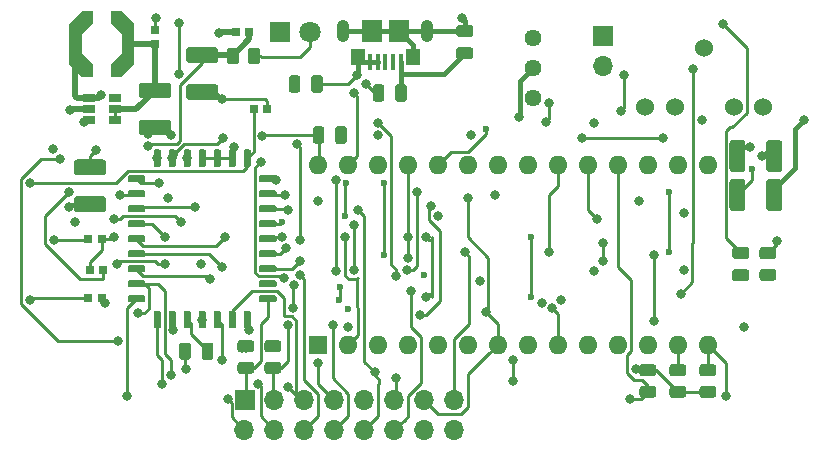
<source format=gbr>
G04 #@! TF.GenerationSoftware,KiCad,Pcbnew,5.1.5+dfsg1-2build2*
G04 #@! TF.CreationDate,2022-10-10T15:32:11+01:00*
G04 #@! TF.ProjectId,psion-speech-sp0256al2,7073696f-6e2d-4737-9065-6563682d7370,rev?*
G04 #@! TF.SameCoordinates,Original*
G04 #@! TF.FileFunction,Copper,L1,Top*
G04 #@! TF.FilePolarity,Positive*
%FSLAX46Y46*%
G04 Gerber Fmt 4.6, Leading zero omitted, Abs format (unit mm)*
G04 Created by KiCad (PCBNEW 5.1.5+dfsg1-2build2) date 2022-10-10 15:32:11*
%MOMM*%
%LPD*%
G04 APERTURE LIST*
%ADD10O,1.700000X1.700000*%
%ADD11R,1.700000X1.700000*%
%ADD12C,1.524000*%
%ADD13C,1.440000*%
%ADD14O,1.600000X1.600000*%
%ADD15R,1.600000X1.600000*%
%ADD16C,0.100000*%
%ADD17R,1.060000X0.650000*%
%ADD18R,0.800000X0.800000*%
%ADD19R,1.150000X1.450000*%
%ADD20O,1.050000X1.900000*%
%ADD21R,1.750000X1.900000*%
%ADD22R,0.400000X1.400000*%
%ADD23C,1.800000*%
%ADD24R,1.800000X1.800000*%
%ADD25C,0.800000*%
%ADD26C,0.600000*%
%ADD27C,0.250000*%
%ADD28C,0.500000*%
%ADD29C,0.400000*%
G04 APERTURE END LIST*
D10*
X77360000Y-133200000D03*
X77360000Y-130660000D03*
X74820000Y-133200000D03*
X74820000Y-130660000D03*
X72280000Y-133200000D03*
X72280000Y-130660000D03*
X69740000Y-133200000D03*
X69740000Y-130660000D03*
X67200000Y-133200000D03*
X67200000Y-130660000D03*
X64660000Y-133200000D03*
X64660000Y-130660000D03*
X62120000Y-133200000D03*
X62120000Y-130660000D03*
X59580000Y-133200000D03*
D11*
X59660000Y-130660000D03*
D12*
X103500000Y-105800000D03*
X101000000Y-105800000D03*
X93500000Y-105800000D03*
X96000000Y-105800000D03*
X98500000Y-100800000D03*
D13*
X84000000Y-105080000D03*
X84000000Y-102540000D03*
X84000000Y-100000000D03*
D10*
X89916000Y-102362000D03*
D11*
X89916000Y-99822000D03*
D14*
X65786000Y-110744000D03*
X98806000Y-125984000D03*
X68326000Y-110744000D03*
X96266000Y-125984000D03*
X70866000Y-110744000D03*
X93726000Y-125984000D03*
X73406000Y-110744000D03*
X91186000Y-125984000D03*
X75946000Y-110744000D03*
X88646000Y-125984000D03*
X78486000Y-110744000D03*
X86106000Y-125984000D03*
X81026000Y-110744000D03*
X83566000Y-125984000D03*
X83566000Y-110744000D03*
X81026000Y-125984000D03*
X86106000Y-110744000D03*
X78486000Y-125984000D03*
X88646000Y-110744000D03*
X75946000Y-125984000D03*
X91186000Y-110744000D03*
X73406000Y-125984000D03*
X93726000Y-110744000D03*
X70866000Y-125984000D03*
X96266000Y-110744000D03*
X68326000Y-125984000D03*
X98806000Y-110744000D03*
D15*
X65786000Y-125984000D03*
G04 #@! TA.AperFunction,SMDPad,CuDef*
D16*
G36*
X104360505Y-117702204D02*
G01*
X104384773Y-117705804D01*
X104408572Y-117711765D01*
X104431671Y-117720030D01*
X104453850Y-117730520D01*
X104474893Y-117743132D01*
X104494599Y-117757747D01*
X104512777Y-117774223D01*
X104529253Y-117792401D01*
X104543868Y-117812107D01*
X104556480Y-117833150D01*
X104566970Y-117855329D01*
X104575235Y-117878428D01*
X104581196Y-117902227D01*
X104584796Y-117926495D01*
X104586000Y-117950999D01*
X104586000Y-118476001D01*
X104584796Y-118500505D01*
X104581196Y-118524773D01*
X104575235Y-118548572D01*
X104566970Y-118571671D01*
X104556480Y-118593850D01*
X104543868Y-118614893D01*
X104529253Y-118634599D01*
X104512777Y-118652777D01*
X104494599Y-118669253D01*
X104474893Y-118683868D01*
X104453850Y-118696480D01*
X104431671Y-118706970D01*
X104408572Y-118715235D01*
X104384773Y-118721196D01*
X104360505Y-118724796D01*
X104336001Y-118726000D01*
X103435999Y-118726000D01*
X103411495Y-118724796D01*
X103387227Y-118721196D01*
X103363428Y-118715235D01*
X103340329Y-118706970D01*
X103318150Y-118696480D01*
X103297107Y-118683868D01*
X103277401Y-118669253D01*
X103259223Y-118652777D01*
X103242747Y-118634599D01*
X103228132Y-118614893D01*
X103215520Y-118593850D01*
X103205030Y-118571671D01*
X103196765Y-118548572D01*
X103190804Y-118524773D01*
X103187204Y-118500505D01*
X103186000Y-118476001D01*
X103186000Y-117950999D01*
X103187204Y-117926495D01*
X103190804Y-117902227D01*
X103196765Y-117878428D01*
X103205030Y-117855329D01*
X103215520Y-117833150D01*
X103228132Y-117812107D01*
X103242747Y-117792401D01*
X103259223Y-117774223D01*
X103277401Y-117757747D01*
X103297107Y-117743132D01*
X103318150Y-117730520D01*
X103340329Y-117720030D01*
X103363428Y-117711765D01*
X103387227Y-117705804D01*
X103411495Y-117702204D01*
X103435999Y-117701000D01*
X104336001Y-117701000D01*
X104360505Y-117702204D01*
G37*
G04 #@! TD.AperFunction*
G04 #@! TA.AperFunction,SMDPad,CuDef*
G36*
X104360505Y-119527204D02*
G01*
X104384773Y-119530804D01*
X104408572Y-119536765D01*
X104431671Y-119545030D01*
X104453850Y-119555520D01*
X104474893Y-119568132D01*
X104494599Y-119582747D01*
X104512777Y-119599223D01*
X104529253Y-119617401D01*
X104543868Y-119637107D01*
X104556480Y-119658150D01*
X104566970Y-119680329D01*
X104575235Y-119703428D01*
X104581196Y-119727227D01*
X104584796Y-119751495D01*
X104586000Y-119775999D01*
X104586000Y-120301001D01*
X104584796Y-120325505D01*
X104581196Y-120349773D01*
X104575235Y-120373572D01*
X104566970Y-120396671D01*
X104556480Y-120418850D01*
X104543868Y-120439893D01*
X104529253Y-120459599D01*
X104512777Y-120477777D01*
X104494599Y-120494253D01*
X104474893Y-120508868D01*
X104453850Y-120521480D01*
X104431671Y-120531970D01*
X104408572Y-120540235D01*
X104384773Y-120546196D01*
X104360505Y-120549796D01*
X104336001Y-120551000D01*
X103435999Y-120551000D01*
X103411495Y-120549796D01*
X103387227Y-120546196D01*
X103363428Y-120540235D01*
X103340329Y-120531970D01*
X103318150Y-120521480D01*
X103297107Y-120508868D01*
X103277401Y-120494253D01*
X103259223Y-120477777D01*
X103242747Y-120459599D01*
X103228132Y-120439893D01*
X103215520Y-120418850D01*
X103205030Y-120396671D01*
X103196765Y-120373572D01*
X103190804Y-120349773D01*
X103187204Y-120325505D01*
X103186000Y-120301001D01*
X103186000Y-119775999D01*
X103187204Y-119751495D01*
X103190804Y-119727227D01*
X103196765Y-119703428D01*
X103205030Y-119680329D01*
X103215520Y-119658150D01*
X103228132Y-119637107D01*
X103242747Y-119617401D01*
X103259223Y-119599223D01*
X103277401Y-119582747D01*
X103297107Y-119568132D01*
X103318150Y-119555520D01*
X103340329Y-119545030D01*
X103363428Y-119536765D01*
X103387227Y-119530804D01*
X103411495Y-119527204D01*
X103435999Y-119526000D01*
X104336001Y-119526000D01*
X104360505Y-119527204D01*
G37*
G04 #@! TD.AperFunction*
G04 #@! TA.AperFunction,SMDPad,CuDef*
G36*
X101744505Y-108633204D02*
G01*
X101768773Y-108636804D01*
X101792572Y-108642765D01*
X101815671Y-108651030D01*
X101837850Y-108661520D01*
X101858893Y-108674132D01*
X101878599Y-108688747D01*
X101896777Y-108705223D01*
X101913253Y-108723401D01*
X101927868Y-108743107D01*
X101940480Y-108764150D01*
X101950970Y-108786329D01*
X101959235Y-108809428D01*
X101965196Y-108833227D01*
X101968796Y-108857495D01*
X101970000Y-108881999D01*
X101970000Y-111082001D01*
X101968796Y-111106505D01*
X101965196Y-111130773D01*
X101959235Y-111154572D01*
X101950970Y-111177671D01*
X101940480Y-111199850D01*
X101927868Y-111220893D01*
X101913253Y-111240599D01*
X101896777Y-111258777D01*
X101878599Y-111275253D01*
X101858893Y-111289868D01*
X101837850Y-111302480D01*
X101815671Y-111312970D01*
X101792572Y-111321235D01*
X101768773Y-111327196D01*
X101744505Y-111330796D01*
X101720001Y-111332000D01*
X100894999Y-111332000D01*
X100870495Y-111330796D01*
X100846227Y-111327196D01*
X100822428Y-111321235D01*
X100799329Y-111312970D01*
X100777150Y-111302480D01*
X100756107Y-111289868D01*
X100736401Y-111275253D01*
X100718223Y-111258777D01*
X100701747Y-111240599D01*
X100687132Y-111220893D01*
X100674520Y-111199850D01*
X100664030Y-111177671D01*
X100655765Y-111154572D01*
X100649804Y-111130773D01*
X100646204Y-111106505D01*
X100645000Y-111082001D01*
X100645000Y-108881999D01*
X100646204Y-108857495D01*
X100649804Y-108833227D01*
X100655765Y-108809428D01*
X100664030Y-108786329D01*
X100674520Y-108764150D01*
X100687132Y-108743107D01*
X100701747Y-108723401D01*
X100718223Y-108705223D01*
X100736401Y-108688747D01*
X100756107Y-108674132D01*
X100777150Y-108661520D01*
X100799329Y-108651030D01*
X100822428Y-108642765D01*
X100846227Y-108636804D01*
X100870495Y-108633204D01*
X100894999Y-108632000D01*
X101720001Y-108632000D01*
X101744505Y-108633204D01*
G37*
G04 #@! TD.AperFunction*
G04 #@! TA.AperFunction,SMDPad,CuDef*
G36*
X104869505Y-108633204D02*
G01*
X104893773Y-108636804D01*
X104917572Y-108642765D01*
X104940671Y-108651030D01*
X104962850Y-108661520D01*
X104983893Y-108674132D01*
X105003599Y-108688747D01*
X105021777Y-108705223D01*
X105038253Y-108723401D01*
X105052868Y-108743107D01*
X105065480Y-108764150D01*
X105075970Y-108786329D01*
X105084235Y-108809428D01*
X105090196Y-108833227D01*
X105093796Y-108857495D01*
X105095000Y-108881999D01*
X105095000Y-111082001D01*
X105093796Y-111106505D01*
X105090196Y-111130773D01*
X105084235Y-111154572D01*
X105075970Y-111177671D01*
X105065480Y-111199850D01*
X105052868Y-111220893D01*
X105038253Y-111240599D01*
X105021777Y-111258777D01*
X105003599Y-111275253D01*
X104983893Y-111289868D01*
X104962850Y-111302480D01*
X104940671Y-111312970D01*
X104917572Y-111321235D01*
X104893773Y-111327196D01*
X104869505Y-111330796D01*
X104845001Y-111332000D01*
X104019999Y-111332000D01*
X103995495Y-111330796D01*
X103971227Y-111327196D01*
X103947428Y-111321235D01*
X103924329Y-111312970D01*
X103902150Y-111302480D01*
X103881107Y-111289868D01*
X103861401Y-111275253D01*
X103843223Y-111258777D01*
X103826747Y-111240599D01*
X103812132Y-111220893D01*
X103799520Y-111199850D01*
X103789030Y-111177671D01*
X103780765Y-111154572D01*
X103774804Y-111130773D01*
X103771204Y-111106505D01*
X103770000Y-111082001D01*
X103770000Y-108881999D01*
X103771204Y-108857495D01*
X103774804Y-108833227D01*
X103780765Y-108809428D01*
X103789030Y-108786329D01*
X103799520Y-108764150D01*
X103812132Y-108743107D01*
X103826747Y-108723401D01*
X103843223Y-108705223D01*
X103861401Y-108688747D01*
X103881107Y-108674132D01*
X103902150Y-108661520D01*
X103924329Y-108651030D01*
X103947428Y-108642765D01*
X103971227Y-108636804D01*
X103995495Y-108633204D01*
X104019999Y-108632000D01*
X104845001Y-108632000D01*
X104869505Y-108633204D01*
G37*
G04 #@! TD.AperFunction*
G04 #@! TA.AperFunction,SMDPad,CuDef*
G36*
X104869505Y-111935204D02*
G01*
X104893773Y-111938804D01*
X104917572Y-111944765D01*
X104940671Y-111953030D01*
X104962850Y-111963520D01*
X104983893Y-111976132D01*
X105003599Y-111990747D01*
X105021777Y-112007223D01*
X105038253Y-112025401D01*
X105052868Y-112045107D01*
X105065480Y-112066150D01*
X105075970Y-112088329D01*
X105084235Y-112111428D01*
X105090196Y-112135227D01*
X105093796Y-112159495D01*
X105095000Y-112183999D01*
X105095000Y-114384001D01*
X105093796Y-114408505D01*
X105090196Y-114432773D01*
X105084235Y-114456572D01*
X105075970Y-114479671D01*
X105065480Y-114501850D01*
X105052868Y-114522893D01*
X105038253Y-114542599D01*
X105021777Y-114560777D01*
X105003599Y-114577253D01*
X104983893Y-114591868D01*
X104962850Y-114604480D01*
X104940671Y-114614970D01*
X104917572Y-114623235D01*
X104893773Y-114629196D01*
X104869505Y-114632796D01*
X104845001Y-114634000D01*
X104019999Y-114634000D01*
X103995495Y-114632796D01*
X103971227Y-114629196D01*
X103947428Y-114623235D01*
X103924329Y-114614970D01*
X103902150Y-114604480D01*
X103881107Y-114591868D01*
X103861401Y-114577253D01*
X103843223Y-114560777D01*
X103826747Y-114542599D01*
X103812132Y-114522893D01*
X103799520Y-114501850D01*
X103789030Y-114479671D01*
X103780765Y-114456572D01*
X103774804Y-114432773D01*
X103771204Y-114408505D01*
X103770000Y-114384001D01*
X103770000Y-112183999D01*
X103771204Y-112159495D01*
X103774804Y-112135227D01*
X103780765Y-112111428D01*
X103789030Y-112088329D01*
X103799520Y-112066150D01*
X103812132Y-112045107D01*
X103826747Y-112025401D01*
X103843223Y-112007223D01*
X103861401Y-111990747D01*
X103881107Y-111976132D01*
X103902150Y-111963520D01*
X103924329Y-111953030D01*
X103947428Y-111944765D01*
X103971227Y-111938804D01*
X103995495Y-111935204D01*
X104019999Y-111934000D01*
X104845001Y-111934000D01*
X104869505Y-111935204D01*
G37*
G04 #@! TD.AperFunction*
G04 #@! TA.AperFunction,SMDPad,CuDef*
G36*
X101744505Y-111935204D02*
G01*
X101768773Y-111938804D01*
X101792572Y-111944765D01*
X101815671Y-111953030D01*
X101837850Y-111963520D01*
X101858893Y-111976132D01*
X101878599Y-111990747D01*
X101896777Y-112007223D01*
X101913253Y-112025401D01*
X101927868Y-112045107D01*
X101940480Y-112066150D01*
X101950970Y-112088329D01*
X101959235Y-112111428D01*
X101965196Y-112135227D01*
X101968796Y-112159495D01*
X101970000Y-112183999D01*
X101970000Y-114384001D01*
X101968796Y-114408505D01*
X101965196Y-114432773D01*
X101959235Y-114456572D01*
X101950970Y-114479671D01*
X101940480Y-114501850D01*
X101927868Y-114522893D01*
X101913253Y-114542599D01*
X101896777Y-114560777D01*
X101878599Y-114577253D01*
X101858893Y-114591868D01*
X101837850Y-114604480D01*
X101815671Y-114614970D01*
X101792572Y-114623235D01*
X101768773Y-114629196D01*
X101744505Y-114632796D01*
X101720001Y-114634000D01*
X100894999Y-114634000D01*
X100870495Y-114632796D01*
X100846227Y-114629196D01*
X100822428Y-114623235D01*
X100799329Y-114614970D01*
X100777150Y-114604480D01*
X100756107Y-114591868D01*
X100736401Y-114577253D01*
X100718223Y-114560777D01*
X100701747Y-114542599D01*
X100687132Y-114522893D01*
X100674520Y-114501850D01*
X100664030Y-114479671D01*
X100655765Y-114456572D01*
X100649804Y-114432773D01*
X100646204Y-114408505D01*
X100645000Y-114384001D01*
X100645000Y-112183999D01*
X100646204Y-112159495D01*
X100649804Y-112135227D01*
X100655765Y-112111428D01*
X100664030Y-112088329D01*
X100674520Y-112066150D01*
X100687132Y-112045107D01*
X100701747Y-112025401D01*
X100718223Y-112007223D01*
X100736401Y-111990747D01*
X100756107Y-111976132D01*
X100777150Y-111963520D01*
X100799329Y-111953030D01*
X100822428Y-111944765D01*
X100846227Y-111938804D01*
X100870495Y-111935204D01*
X100894999Y-111934000D01*
X101720001Y-111934000D01*
X101744505Y-111935204D01*
G37*
G04 #@! TD.AperFunction*
G04 #@! TA.AperFunction,SMDPad,CuDef*
G36*
X68026504Y-107480204D02*
G01*
X68050773Y-107483804D01*
X68074571Y-107489765D01*
X68097671Y-107498030D01*
X68119849Y-107508520D01*
X68140893Y-107521133D01*
X68160598Y-107535747D01*
X68178777Y-107552223D01*
X68195253Y-107570402D01*
X68209867Y-107590107D01*
X68222480Y-107611151D01*
X68232970Y-107633329D01*
X68241235Y-107656429D01*
X68247196Y-107680227D01*
X68250796Y-107704496D01*
X68252000Y-107729000D01*
X68252000Y-108679000D01*
X68250796Y-108703504D01*
X68247196Y-108727773D01*
X68241235Y-108751571D01*
X68232970Y-108774671D01*
X68222480Y-108796849D01*
X68209867Y-108817893D01*
X68195253Y-108837598D01*
X68178777Y-108855777D01*
X68160598Y-108872253D01*
X68140893Y-108886867D01*
X68119849Y-108899480D01*
X68097671Y-108909970D01*
X68074571Y-108918235D01*
X68050773Y-108924196D01*
X68026504Y-108927796D01*
X68002000Y-108929000D01*
X67502000Y-108929000D01*
X67477496Y-108927796D01*
X67453227Y-108924196D01*
X67429429Y-108918235D01*
X67406329Y-108909970D01*
X67384151Y-108899480D01*
X67363107Y-108886867D01*
X67343402Y-108872253D01*
X67325223Y-108855777D01*
X67308747Y-108837598D01*
X67294133Y-108817893D01*
X67281520Y-108796849D01*
X67271030Y-108774671D01*
X67262765Y-108751571D01*
X67256804Y-108727773D01*
X67253204Y-108703504D01*
X67252000Y-108679000D01*
X67252000Y-107729000D01*
X67253204Y-107704496D01*
X67256804Y-107680227D01*
X67262765Y-107656429D01*
X67271030Y-107633329D01*
X67281520Y-107611151D01*
X67294133Y-107590107D01*
X67308747Y-107570402D01*
X67325223Y-107552223D01*
X67343402Y-107535747D01*
X67363107Y-107521133D01*
X67384151Y-107508520D01*
X67406329Y-107498030D01*
X67429429Y-107489765D01*
X67453227Y-107483804D01*
X67477496Y-107480204D01*
X67502000Y-107479000D01*
X68002000Y-107479000D01*
X68026504Y-107480204D01*
G37*
G04 #@! TD.AperFunction*
G04 #@! TA.AperFunction,SMDPad,CuDef*
G36*
X66126504Y-107480204D02*
G01*
X66150773Y-107483804D01*
X66174571Y-107489765D01*
X66197671Y-107498030D01*
X66219849Y-107508520D01*
X66240893Y-107521133D01*
X66260598Y-107535747D01*
X66278777Y-107552223D01*
X66295253Y-107570402D01*
X66309867Y-107590107D01*
X66322480Y-107611151D01*
X66332970Y-107633329D01*
X66341235Y-107656429D01*
X66347196Y-107680227D01*
X66350796Y-107704496D01*
X66352000Y-107729000D01*
X66352000Y-108679000D01*
X66350796Y-108703504D01*
X66347196Y-108727773D01*
X66341235Y-108751571D01*
X66332970Y-108774671D01*
X66322480Y-108796849D01*
X66309867Y-108817893D01*
X66295253Y-108837598D01*
X66278777Y-108855777D01*
X66260598Y-108872253D01*
X66240893Y-108886867D01*
X66219849Y-108899480D01*
X66197671Y-108909970D01*
X66174571Y-108918235D01*
X66150773Y-108924196D01*
X66126504Y-108927796D01*
X66102000Y-108929000D01*
X65602000Y-108929000D01*
X65577496Y-108927796D01*
X65553227Y-108924196D01*
X65529429Y-108918235D01*
X65506329Y-108909970D01*
X65484151Y-108899480D01*
X65463107Y-108886867D01*
X65443402Y-108872253D01*
X65425223Y-108855777D01*
X65408747Y-108837598D01*
X65394133Y-108817893D01*
X65381520Y-108796849D01*
X65371030Y-108774671D01*
X65362765Y-108751571D01*
X65356804Y-108727773D01*
X65353204Y-108703504D01*
X65352000Y-108679000D01*
X65352000Y-107729000D01*
X65353204Y-107704496D01*
X65356804Y-107680227D01*
X65362765Y-107656429D01*
X65371030Y-107633329D01*
X65381520Y-107611151D01*
X65394133Y-107590107D01*
X65408747Y-107570402D01*
X65425223Y-107552223D01*
X65443402Y-107535747D01*
X65463107Y-107521133D01*
X65484151Y-107508520D01*
X65506329Y-107498030D01*
X65529429Y-107489765D01*
X65553227Y-107483804D01*
X65577496Y-107480204D01*
X65602000Y-107479000D01*
X66102000Y-107479000D01*
X66126504Y-107480204D01*
G37*
G04 #@! TD.AperFunction*
G04 #@! TA.AperFunction,SMDPad,CuDef*
G36*
X65994504Y-103162204D02*
G01*
X66018773Y-103165804D01*
X66042571Y-103171765D01*
X66065671Y-103180030D01*
X66087849Y-103190520D01*
X66108893Y-103203133D01*
X66128598Y-103217747D01*
X66146777Y-103234223D01*
X66163253Y-103252402D01*
X66177867Y-103272107D01*
X66190480Y-103293151D01*
X66200970Y-103315329D01*
X66209235Y-103338429D01*
X66215196Y-103362227D01*
X66218796Y-103386496D01*
X66220000Y-103411000D01*
X66220000Y-104361000D01*
X66218796Y-104385504D01*
X66215196Y-104409773D01*
X66209235Y-104433571D01*
X66200970Y-104456671D01*
X66190480Y-104478849D01*
X66177867Y-104499893D01*
X66163253Y-104519598D01*
X66146777Y-104537777D01*
X66128598Y-104554253D01*
X66108893Y-104568867D01*
X66087849Y-104581480D01*
X66065671Y-104591970D01*
X66042571Y-104600235D01*
X66018773Y-104606196D01*
X65994504Y-104609796D01*
X65970000Y-104611000D01*
X65470000Y-104611000D01*
X65445496Y-104609796D01*
X65421227Y-104606196D01*
X65397429Y-104600235D01*
X65374329Y-104591970D01*
X65352151Y-104581480D01*
X65331107Y-104568867D01*
X65311402Y-104554253D01*
X65293223Y-104537777D01*
X65276747Y-104519598D01*
X65262133Y-104499893D01*
X65249520Y-104478849D01*
X65239030Y-104456671D01*
X65230765Y-104433571D01*
X65224804Y-104409773D01*
X65221204Y-104385504D01*
X65220000Y-104361000D01*
X65220000Y-103411000D01*
X65221204Y-103386496D01*
X65224804Y-103362227D01*
X65230765Y-103338429D01*
X65239030Y-103315329D01*
X65249520Y-103293151D01*
X65262133Y-103272107D01*
X65276747Y-103252402D01*
X65293223Y-103234223D01*
X65311402Y-103217747D01*
X65331107Y-103203133D01*
X65352151Y-103190520D01*
X65374329Y-103180030D01*
X65397429Y-103171765D01*
X65421227Y-103165804D01*
X65445496Y-103162204D01*
X65470000Y-103161000D01*
X65970000Y-103161000D01*
X65994504Y-103162204D01*
G37*
G04 #@! TD.AperFunction*
G04 #@! TA.AperFunction,SMDPad,CuDef*
G36*
X64094504Y-103162204D02*
G01*
X64118773Y-103165804D01*
X64142571Y-103171765D01*
X64165671Y-103180030D01*
X64187849Y-103190520D01*
X64208893Y-103203133D01*
X64228598Y-103217747D01*
X64246777Y-103234223D01*
X64263253Y-103252402D01*
X64277867Y-103272107D01*
X64290480Y-103293151D01*
X64300970Y-103315329D01*
X64309235Y-103338429D01*
X64315196Y-103362227D01*
X64318796Y-103386496D01*
X64320000Y-103411000D01*
X64320000Y-104361000D01*
X64318796Y-104385504D01*
X64315196Y-104409773D01*
X64309235Y-104433571D01*
X64300970Y-104456671D01*
X64290480Y-104478849D01*
X64277867Y-104499893D01*
X64263253Y-104519598D01*
X64246777Y-104537777D01*
X64228598Y-104554253D01*
X64208893Y-104568867D01*
X64187849Y-104581480D01*
X64165671Y-104591970D01*
X64142571Y-104600235D01*
X64118773Y-104606196D01*
X64094504Y-104609796D01*
X64070000Y-104611000D01*
X63570000Y-104611000D01*
X63545496Y-104609796D01*
X63521227Y-104606196D01*
X63497429Y-104600235D01*
X63474329Y-104591970D01*
X63452151Y-104581480D01*
X63431107Y-104568867D01*
X63411402Y-104554253D01*
X63393223Y-104537777D01*
X63376747Y-104519598D01*
X63362133Y-104499893D01*
X63349520Y-104478849D01*
X63339030Y-104456671D01*
X63330765Y-104433571D01*
X63324804Y-104409773D01*
X63321204Y-104385504D01*
X63320000Y-104361000D01*
X63320000Y-103411000D01*
X63321204Y-103386496D01*
X63324804Y-103362227D01*
X63330765Y-103338429D01*
X63339030Y-103315329D01*
X63349520Y-103293151D01*
X63362133Y-103272107D01*
X63376747Y-103252402D01*
X63393223Y-103234223D01*
X63411402Y-103217747D01*
X63431107Y-103203133D01*
X63452151Y-103190520D01*
X63474329Y-103180030D01*
X63497429Y-103171765D01*
X63521227Y-103165804D01*
X63545496Y-103162204D01*
X63570000Y-103161000D01*
X64070000Y-103161000D01*
X64094504Y-103162204D01*
G37*
G04 #@! TD.AperFunction*
D17*
X48600000Y-106000000D03*
X48600000Y-105050000D03*
X48600000Y-106950000D03*
X46400000Y-106950000D03*
X46400000Y-106000000D03*
X46400000Y-105050000D03*
G04 #@! TA.AperFunction,SMDPad,CuDef*
D16*
G36*
X57434703Y-109425722D02*
G01*
X57449264Y-109427882D01*
X57463543Y-109431459D01*
X57477403Y-109436418D01*
X57490710Y-109442712D01*
X57503336Y-109450280D01*
X57515159Y-109459048D01*
X57526066Y-109468934D01*
X57535952Y-109479841D01*
X57544720Y-109491664D01*
X57552288Y-109504290D01*
X57558582Y-109517597D01*
X57563541Y-109531457D01*
X57567118Y-109545736D01*
X57569278Y-109560297D01*
X57570000Y-109575000D01*
X57570000Y-110750000D01*
X57569278Y-110764703D01*
X57567118Y-110779264D01*
X57563541Y-110793543D01*
X57558582Y-110807403D01*
X57552288Y-110820710D01*
X57544720Y-110833336D01*
X57535952Y-110845159D01*
X57526066Y-110856066D01*
X57515159Y-110865952D01*
X57503336Y-110874720D01*
X57490710Y-110882288D01*
X57477403Y-110888582D01*
X57463543Y-110893541D01*
X57449264Y-110897118D01*
X57434703Y-110899278D01*
X57420000Y-110900000D01*
X57120000Y-110900000D01*
X57105297Y-110899278D01*
X57090736Y-110897118D01*
X57076457Y-110893541D01*
X57062597Y-110888582D01*
X57049290Y-110882288D01*
X57036664Y-110874720D01*
X57024841Y-110865952D01*
X57013934Y-110856066D01*
X57004048Y-110845159D01*
X56995280Y-110833336D01*
X56987712Y-110820710D01*
X56981418Y-110807403D01*
X56976459Y-110793543D01*
X56972882Y-110779264D01*
X56970722Y-110764703D01*
X56970000Y-110750000D01*
X56970000Y-109575000D01*
X56970722Y-109560297D01*
X56972882Y-109545736D01*
X56976459Y-109531457D01*
X56981418Y-109517597D01*
X56987712Y-109504290D01*
X56995280Y-109491664D01*
X57004048Y-109479841D01*
X57013934Y-109468934D01*
X57024841Y-109459048D01*
X57036664Y-109450280D01*
X57049290Y-109442712D01*
X57062597Y-109436418D01*
X57076457Y-109431459D01*
X57090736Y-109427882D01*
X57105297Y-109425722D01*
X57120000Y-109425000D01*
X57420000Y-109425000D01*
X57434703Y-109425722D01*
G37*
G04 #@! TD.AperFunction*
G04 #@! TA.AperFunction,SMDPad,CuDef*
G36*
X58704703Y-109425722D02*
G01*
X58719264Y-109427882D01*
X58733543Y-109431459D01*
X58747403Y-109436418D01*
X58760710Y-109442712D01*
X58773336Y-109450280D01*
X58785159Y-109459048D01*
X58796066Y-109468934D01*
X58805952Y-109479841D01*
X58814720Y-109491664D01*
X58822288Y-109504290D01*
X58828582Y-109517597D01*
X58833541Y-109531457D01*
X58837118Y-109545736D01*
X58839278Y-109560297D01*
X58840000Y-109575000D01*
X58840000Y-110750000D01*
X58839278Y-110764703D01*
X58837118Y-110779264D01*
X58833541Y-110793543D01*
X58828582Y-110807403D01*
X58822288Y-110820710D01*
X58814720Y-110833336D01*
X58805952Y-110845159D01*
X58796066Y-110856066D01*
X58785159Y-110865952D01*
X58773336Y-110874720D01*
X58760710Y-110882288D01*
X58747403Y-110888582D01*
X58733543Y-110893541D01*
X58719264Y-110897118D01*
X58704703Y-110899278D01*
X58690000Y-110900000D01*
X58390000Y-110900000D01*
X58375297Y-110899278D01*
X58360736Y-110897118D01*
X58346457Y-110893541D01*
X58332597Y-110888582D01*
X58319290Y-110882288D01*
X58306664Y-110874720D01*
X58294841Y-110865952D01*
X58283934Y-110856066D01*
X58274048Y-110845159D01*
X58265280Y-110833336D01*
X58257712Y-110820710D01*
X58251418Y-110807403D01*
X58246459Y-110793543D01*
X58242882Y-110779264D01*
X58240722Y-110764703D01*
X58240000Y-110750000D01*
X58240000Y-109575000D01*
X58240722Y-109560297D01*
X58242882Y-109545736D01*
X58246459Y-109531457D01*
X58251418Y-109517597D01*
X58257712Y-109504290D01*
X58265280Y-109491664D01*
X58274048Y-109479841D01*
X58283934Y-109468934D01*
X58294841Y-109459048D01*
X58306664Y-109450280D01*
X58319290Y-109442712D01*
X58332597Y-109436418D01*
X58346457Y-109431459D01*
X58360736Y-109427882D01*
X58375297Y-109425722D01*
X58390000Y-109425000D01*
X58690000Y-109425000D01*
X58704703Y-109425722D01*
G37*
G04 #@! TD.AperFunction*
G04 #@! TA.AperFunction,SMDPad,CuDef*
G36*
X59974703Y-109425722D02*
G01*
X59989264Y-109427882D01*
X60003543Y-109431459D01*
X60017403Y-109436418D01*
X60030710Y-109442712D01*
X60043336Y-109450280D01*
X60055159Y-109459048D01*
X60066066Y-109468934D01*
X60075952Y-109479841D01*
X60084720Y-109491664D01*
X60092288Y-109504290D01*
X60098582Y-109517597D01*
X60103541Y-109531457D01*
X60107118Y-109545736D01*
X60109278Y-109560297D01*
X60110000Y-109575000D01*
X60110000Y-110750000D01*
X60109278Y-110764703D01*
X60107118Y-110779264D01*
X60103541Y-110793543D01*
X60098582Y-110807403D01*
X60092288Y-110820710D01*
X60084720Y-110833336D01*
X60075952Y-110845159D01*
X60066066Y-110856066D01*
X60055159Y-110865952D01*
X60043336Y-110874720D01*
X60030710Y-110882288D01*
X60017403Y-110888582D01*
X60003543Y-110893541D01*
X59989264Y-110897118D01*
X59974703Y-110899278D01*
X59960000Y-110900000D01*
X59660000Y-110900000D01*
X59645297Y-110899278D01*
X59630736Y-110897118D01*
X59616457Y-110893541D01*
X59602597Y-110888582D01*
X59589290Y-110882288D01*
X59576664Y-110874720D01*
X59564841Y-110865952D01*
X59553934Y-110856066D01*
X59544048Y-110845159D01*
X59535280Y-110833336D01*
X59527712Y-110820710D01*
X59521418Y-110807403D01*
X59516459Y-110793543D01*
X59512882Y-110779264D01*
X59510722Y-110764703D01*
X59510000Y-110750000D01*
X59510000Y-109575000D01*
X59510722Y-109560297D01*
X59512882Y-109545736D01*
X59516459Y-109531457D01*
X59521418Y-109517597D01*
X59527712Y-109504290D01*
X59535280Y-109491664D01*
X59544048Y-109479841D01*
X59553934Y-109468934D01*
X59564841Y-109459048D01*
X59576664Y-109450280D01*
X59589290Y-109442712D01*
X59602597Y-109436418D01*
X59616457Y-109431459D01*
X59630736Y-109427882D01*
X59645297Y-109425722D01*
X59660000Y-109425000D01*
X59960000Y-109425000D01*
X59974703Y-109425722D01*
G37*
G04 #@! TD.AperFunction*
G04 #@! TA.AperFunction,SMDPad,CuDef*
G36*
X62164703Y-111620722D02*
G01*
X62179264Y-111622882D01*
X62193543Y-111626459D01*
X62207403Y-111631418D01*
X62220710Y-111637712D01*
X62233336Y-111645280D01*
X62245159Y-111654048D01*
X62256066Y-111663934D01*
X62265952Y-111674841D01*
X62274720Y-111686664D01*
X62282288Y-111699290D01*
X62288582Y-111712597D01*
X62293541Y-111726457D01*
X62297118Y-111740736D01*
X62299278Y-111755297D01*
X62300000Y-111770000D01*
X62300000Y-112070000D01*
X62299278Y-112084703D01*
X62297118Y-112099264D01*
X62293541Y-112113543D01*
X62288582Y-112127403D01*
X62282288Y-112140710D01*
X62274720Y-112153336D01*
X62265952Y-112165159D01*
X62256066Y-112176066D01*
X62245159Y-112185952D01*
X62233336Y-112194720D01*
X62220710Y-112202288D01*
X62207403Y-112208582D01*
X62193543Y-112213541D01*
X62179264Y-112217118D01*
X62164703Y-112219278D01*
X62150000Y-112220000D01*
X60975000Y-112220000D01*
X60960297Y-112219278D01*
X60945736Y-112217118D01*
X60931457Y-112213541D01*
X60917597Y-112208582D01*
X60904290Y-112202288D01*
X60891664Y-112194720D01*
X60879841Y-112185952D01*
X60868934Y-112176066D01*
X60859048Y-112165159D01*
X60850280Y-112153336D01*
X60842712Y-112140710D01*
X60836418Y-112127403D01*
X60831459Y-112113543D01*
X60827882Y-112099264D01*
X60825722Y-112084703D01*
X60825000Y-112070000D01*
X60825000Y-111770000D01*
X60825722Y-111755297D01*
X60827882Y-111740736D01*
X60831459Y-111726457D01*
X60836418Y-111712597D01*
X60842712Y-111699290D01*
X60850280Y-111686664D01*
X60859048Y-111674841D01*
X60868934Y-111663934D01*
X60879841Y-111654048D01*
X60891664Y-111645280D01*
X60904290Y-111637712D01*
X60917597Y-111631418D01*
X60931457Y-111626459D01*
X60945736Y-111622882D01*
X60960297Y-111620722D01*
X60975000Y-111620000D01*
X62150000Y-111620000D01*
X62164703Y-111620722D01*
G37*
G04 #@! TD.AperFunction*
G04 #@! TA.AperFunction,SMDPad,CuDef*
G36*
X62164703Y-112890722D02*
G01*
X62179264Y-112892882D01*
X62193543Y-112896459D01*
X62207403Y-112901418D01*
X62220710Y-112907712D01*
X62233336Y-112915280D01*
X62245159Y-112924048D01*
X62256066Y-112933934D01*
X62265952Y-112944841D01*
X62274720Y-112956664D01*
X62282288Y-112969290D01*
X62288582Y-112982597D01*
X62293541Y-112996457D01*
X62297118Y-113010736D01*
X62299278Y-113025297D01*
X62300000Y-113040000D01*
X62300000Y-113340000D01*
X62299278Y-113354703D01*
X62297118Y-113369264D01*
X62293541Y-113383543D01*
X62288582Y-113397403D01*
X62282288Y-113410710D01*
X62274720Y-113423336D01*
X62265952Y-113435159D01*
X62256066Y-113446066D01*
X62245159Y-113455952D01*
X62233336Y-113464720D01*
X62220710Y-113472288D01*
X62207403Y-113478582D01*
X62193543Y-113483541D01*
X62179264Y-113487118D01*
X62164703Y-113489278D01*
X62150000Y-113490000D01*
X60975000Y-113490000D01*
X60960297Y-113489278D01*
X60945736Y-113487118D01*
X60931457Y-113483541D01*
X60917597Y-113478582D01*
X60904290Y-113472288D01*
X60891664Y-113464720D01*
X60879841Y-113455952D01*
X60868934Y-113446066D01*
X60859048Y-113435159D01*
X60850280Y-113423336D01*
X60842712Y-113410710D01*
X60836418Y-113397403D01*
X60831459Y-113383543D01*
X60827882Y-113369264D01*
X60825722Y-113354703D01*
X60825000Y-113340000D01*
X60825000Y-113040000D01*
X60825722Y-113025297D01*
X60827882Y-113010736D01*
X60831459Y-112996457D01*
X60836418Y-112982597D01*
X60842712Y-112969290D01*
X60850280Y-112956664D01*
X60859048Y-112944841D01*
X60868934Y-112933934D01*
X60879841Y-112924048D01*
X60891664Y-112915280D01*
X60904290Y-112907712D01*
X60917597Y-112901418D01*
X60931457Y-112896459D01*
X60945736Y-112892882D01*
X60960297Y-112890722D01*
X60975000Y-112890000D01*
X62150000Y-112890000D01*
X62164703Y-112890722D01*
G37*
G04 #@! TD.AperFunction*
G04 #@! TA.AperFunction,SMDPad,CuDef*
G36*
X62164703Y-114160722D02*
G01*
X62179264Y-114162882D01*
X62193543Y-114166459D01*
X62207403Y-114171418D01*
X62220710Y-114177712D01*
X62233336Y-114185280D01*
X62245159Y-114194048D01*
X62256066Y-114203934D01*
X62265952Y-114214841D01*
X62274720Y-114226664D01*
X62282288Y-114239290D01*
X62288582Y-114252597D01*
X62293541Y-114266457D01*
X62297118Y-114280736D01*
X62299278Y-114295297D01*
X62300000Y-114310000D01*
X62300000Y-114610000D01*
X62299278Y-114624703D01*
X62297118Y-114639264D01*
X62293541Y-114653543D01*
X62288582Y-114667403D01*
X62282288Y-114680710D01*
X62274720Y-114693336D01*
X62265952Y-114705159D01*
X62256066Y-114716066D01*
X62245159Y-114725952D01*
X62233336Y-114734720D01*
X62220710Y-114742288D01*
X62207403Y-114748582D01*
X62193543Y-114753541D01*
X62179264Y-114757118D01*
X62164703Y-114759278D01*
X62150000Y-114760000D01*
X60975000Y-114760000D01*
X60960297Y-114759278D01*
X60945736Y-114757118D01*
X60931457Y-114753541D01*
X60917597Y-114748582D01*
X60904290Y-114742288D01*
X60891664Y-114734720D01*
X60879841Y-114725952D01*
X60868934Y-114716066D01*
X60859048Y-114705159D01*
X60850280Y-114693336D01*
X60842712Y-114680710D01*
X60836418Y-114667403D01*
X60831459Y-114653543D01*
X60827882Y-114639264D01*
X60825722Y-114624703D01*
X60825000Y-114610000D01*
X60825000Y-114310000D01*
X60825722Y-114295297D01*
X60827882Y-114280736D01*
X60831459Y-114266457D01*
X60836418Y-114252597D01*
X60842712Y-114239290D01*
X60850280Y-114226664D01*
X60859048Y-114214841D01*
X60868934Y-114203934D01*
X60879841Y-114194048D01*
X60891664Y-114185280D01*
X60904290Y-114177712D01*
X60917597Y-114171418D01*
X60931457Y-114166459D01*
X60945736Y-114162882D01*
X60960297Y-114160722D01*
X60975000Y-114160000D01*
X62150000Y-114160000D01*
X62164703Y-114160722D01*
G37*
G04 #@! TD.AperFunction*
G04 #@! TA.AperFunction,SMDPad,CuDef*
G36*
X62164703Y-115430722D02*
G01*
X62179264Y-115432882D01*
X62193543Y-115436459D01*
X62207403Y-115441418D01*
X62220710Y-115447712D01*
X62233336Y-115455280D01*
X62245159Y-115464048D01*
X62256066Y-115473934D01*
X62265952Y-115484841D01*
X62274720Y-115496664D01*
X62282288Y-115509290D01*
X62288582Y-115522597D01*
X62293541Y-115536457D01*
X62297118Y-115550736D01*
X62299278Y-115565297D01*
X62300000Y-115580000D01*
X62300000Y-115880000D01*
X62299278Y-115894703D01*
X62297118Y-115909264D01*
X62293541Y-115923543D01*
X62288582Y-115937403D01*
X62282288Y-115950710D01*
X62274720Y-115963336D01*
X62265952Y-115975159D01*
X62256066Y-115986066D01*
X62245159Y-115995952D01*
X62233336Y-116004720D01*
X62220710Y-116012288D01*
X62207403Y-116018582D01*
X62193543Y-116023541D01*
X62179264Y-116027118D01*
X62164703Y-116029278D01*
X62150000Y-116030000D01*
X60975000Y-116030000D01*
X60960297Y-116029278D01*
X60945736Y-116027118D01*
X60931457Y-116023541D01*
X60917597Y-116018582D01*
X60904290Y-116012288D01*
X60891664Y-116004720D01*
X60879841Y-115995952D01*
X60868934Y-115986066D01*
X60859048Y-115975159D01*
X60850280Y-115963336D01*
X60842712Y-115950710D01*
X60836418Y-115937403D01*
X60831459Y-115923543D01*
X60827882Y-115909264D01*
X60825722Y-115894703D01*
X60825000Y-115880000D01*
X60825000Y-115580000D01*
X60825722Y-115565297D01*
X60827882Y-115550736D01*
X60831459Y-115536457D01*
X60836418Y-115522597D01*
X60842712Y-115509290D01*
X60850280Y-115496664D01*
X60859048Y-115484841D01*
X60868934Y-115473934D01*
X60879841Y-115464048D01*
X60891664Y-115455280D01*
X60904290Y-115447712D01*
X60917597Y-115441418D01*
X60931457Y-115436459D01*
X60945736Y-115432882D01*
X60960297Y-115430722D01*
X60975000Y-115430000D01*
X62150000Y-115430000D01*
X62164703Y-115430722D01*
G37*
G04 #@! TD.AperFunction*
G04 #@! TA.AperFunction,SMDPad,CuDef*
G36*
X62164703Y-116700722D02*
G01*
X62179264Y-116702882D01*
X62193543Y-116706459D01*
X62207403Y-116711418D01*
X62220710Y-116717712D01*
X62233336Y-116725280D01*
X62245159Y-116734048D01*
X62256066Y-116743934D01*
X62265952Y-116754841D01*
X62274720Y-116766664D01*
X62282288Y-116779290D01*
X62288582Y-116792597D01*
X62293541Y-116806457D01*
X62297118Y-116820736D01*
X62299278Y-116835297D01*
X62300000Y-116850000D01*
X62300000Y-117150000D01*
X62299278Y-117164703D01*
X62297118Y-117179264D01*
X62293541Y-117193543D01*
X62288582Y-117207403D01*
X62282288Y-117220710D01*
X62274720Y-117233336D01*
X62265952Y-117245159D01*
X62256066Y-117256066D01*
X62245159Y-117265952D01*
X62233336Y-117274720D01*
X62220710Y-117282288D01*
X62207403Y-117288582D01*
X62193543Y-117293541D01*
X62179264Y-117297118D01*
X62164703Y-117299278D01*
X62150000Y-117300000D01*
X60975000Y-117300000D01*
X60960297Y-117299278D01*
X60945736Y-117297118D01*
X60931457Y-117293541D01*
X60917597Y-117288582D01*
X60904290Y-117282288D01*
X60891664Y-117274720D01*
X60879841Y-117265952D01*
X60868934Y-117256066D01*
X60859048Y-117245159D01*
X60850280Y-117233336D01*
X60842712Y-117220710D01*
X60836418Y-117207403D01*
X60831459Y-117193543D01*
X60827882Y-117179264D01*
X60825722Y-117164703D01*
X60825000Y-117150000D01*
X60825000Y-116850000D01*
X60825722Y-116835297D01*
X60827882Y-116820736D01*
X60831459Y-116806457D01*
X60836418Y-116792597D01*
X60842712Y-116779290D01*
X60850280Y-116766664D01*
X60859048Y-116754841D01*
X60868934Y-116743934D01*
X60879841Y-116734048D01*
X60891664Y-116725280D01*
X60904290Y-116717712D01*
X60917597Y-116711418D01*
X60931457Y-116706459D01*
X60945736Y-116702882D01*
X60960297Y-116700722D01*
X60975000Y-116700000D01*
X62150000Y-116700000D01*
X62164703Y-116700722D01*
G37*
G04 #@! TD.AperFunction*
G04 #@! TA.AperFunction,SMDPad,CuDef*
G36*
X62164703Y-117970722D02*
G01*
X62179264Y-117972882D01*
X62193543Y-117976459D01*
X62207403Y-117981418D01*
X62220710Y-117987712D01*
X62233336Y-117995280D01*
X62245159Y-118004048D01*
X62256066Y-118013934D01*
X62265952Y-118024841D01*
X62274720Y-118036664D01*
X62282288Y-118049290D01*
X62288582Y-118062597D01*
X62293541Y-118076457D01*
X62297118Y-118090736D01*
X62299278Y-118105297D01*
X62300000Y-118120000D01*
X62300000Y-118420000D01*
X62299278Y-118434703D01*
X62297118Y-118449264D01*
X62293541Y-118463543D01*
X62288582Y-118477403D01*
X62282288Y-118490710D01*
X62274720Y-118503336D01*
X62265952Y-118515159D01*
X62256066Y-118526066D01*
X62245159Y-118535952D01*
X62233336Y-118544720D01*
X62220710Y-118552288D01*
X62207403Y-118558582D01*
X62193543Y-118563541D01*
X62179264Y-118567118D01*
X62164703Y-118569278D01*
X62150000Y-118570000D01*
X60975000Y-118570000D01*
X60960297Y-118569278D01*
X60945736Y-118567118D01*
X60931457Y-118563541D01*
X60917597Y-118558582D01*
X60904290Y-118552288D01*
X60891664Y-118544720D01*
X60879841Y-118535952D01*
X60868934Y-118526066D01*
X60859048Y-118515159D01*
X60850280Y-118503336D01*
X60842712Y-118490710D01*
X60836418Y-118477403D01*
X60831459Y-118463543D01*
X60827882Y-118449264D01*
X60825722Y-118434703D01*
X60825000Y-118420000D01*
X60825000Y-118120000D01*
X60825722Y-118105297D01*
X60827882Y-118090736D01*
X60831459Y-118076457D01*
X60836418Y-118062597D01*
X60842712Y-118049290D01*
X60850280Y-118036664D01*
X60859048Y-118024841D01*
X60868934Y-118013934D01*
X60879841Y-118004048D01*
X60891664Y-117995280D01*
X60904290Y-117987712D01*
X60917597Y-117981418D01*
X60931457Y-117976459D01*
X60945736Y-117972882D01*
X60960297Y-117970722D01*
X60975000Y-117970000D01*
X62150000Y-117970000D01*
X62164703Y-117970722D01*
G37*
G04 #@! TD.AperFunction*
G04 #@! TA.AperFunction,SMDPad,CuDef*
G36*
X62164703Y-119240722D02*
G01*
X62179264Y-119242882D01*
X62193543Y-119246459D01*
X62207403Y-119251418D01*
X62220710Y-119257712D01*
X62233336Y-119265280D01*
X62245159Y-119274048D01*
X62256066Y-119283934D01*
X62265952Y-119294841D01*
X62274720Y-119306664D01*
X62282288Y-119319290D01*
X62288582Y-119332597D01*
X62293541Y-119346457D01*
X62297118Y-119360736D01*
X62299278Y-119375297D01*
X62300000Y-119390000D01*
X62300000Y-119690000D01*
X62299278Y-119704703D01*
X62297118Y-119719264D01*
X62293541Y-119733543D01*
X62288582Y-119747403D01*
X62282288Y-119760710D01*
X62274720Y-119773336D01*
X62265952Y-119785159D01*
X62256066Y-119796066D01*
X62245159Y-119805952D01*
X62233336Y-119814720D01*
X62220710Y-119822288D01*
X62207403Y-119828582D01*
X62193543Y-119833541D01*
X62179264Y-119837118D01*
X62164703Y-119839278D01*
X62150000Y-119840000D01*
X60975000Y-119840000D01*
X60960297Y-119839278D01*
X60945736Y-119837118D01*
X60931457Y-119833541D01*
X60917597Y-119828582D01*
X60904290Y-119822288D01*
X60891664Y-119814720D01*
X60879841Y-119805952D01*
X60868934Y-119796066D01*
X60859048Y-119785159D01*
X60850280Y-119773336D01*
X60842712Y-119760710D01*
X60836418Y-119747403D01*
X60831459Y-119733543D01*
X60827882Y-119719264D01*
X60825722Y-119704703D01*
X60825000Y-119690000D01*
X60825000Y-119390000D01*
X60825722Y-119375297D01*
X60827882Y-119360736D01*
X60831459Y-119346457D01*
X60836418Y-119332597D01*
X60842712Y-119319290D01*
X60850280Y-119306664D01*
X60859048Y-119294841D01*
X60868934Y-119283934D01*
X60879841Y-119274048D01*
X60891664Y-119265280D01*
X60904290Y-119257712D01*
X60917597Y-119251418D01*
X60931457Y-119246459D01*
X60945736Y-119242882D01*
X60960297Y-119240722D01*
X60975000Y-119240000D01*
X62150000Y-119240000D01*
X62164703Y-119240722D01*
G37*
G04 #@! TD.AperFunction*
G04 #@! TA.AperFunction,SMDPad,CuDef*
G36*
X62164703Y-120510722D02*
G01*
X62179264Y-120512882D01*
X62193543Y-120516459D01*
X62207403Y-120521418D01*
X62220710Y-120527712D01*
X62233336Y-120535280D01*
X62245159Y-120544048D01*
X62256066Y-120553934D01*
X62265952Y-120564841D01*
X62274720Y-120576664D01*
X62282288Y-120589290D01*
X62288582Y-120602597D01*
X62293541Y-120616457D01*
X62297118Y-120630736D01*
X62299278Y-120645297D01*
X62300000Y-120660000D01*
X62300000Y-120960000D01*
X62299278Y-120974703D01*
X62297118Y-120989264D01*
X62293541Y-121003543D01*
X62288582Y-121017403D01*
X62282288Y-121030710D01*
X62274720Y-121043336D01*
X62265952Y-121055159D01*
X62256066Y-121066066D01*
X62245159Y-121075952D01*
X62233336Y-121084720D01*
X62220710Y-121092288D01*
X62207403Y-121098582D01*
X62193543Y-121103541D01*
X62179264Y-121107118D01*
X62164703Y-121109278D01*
X62150000Y-121110000D01*
X60975000Y-121110000D01*
X60960297Y-121109278D01*
X60945736Y-121107118D01*
X60931457Y-121103541D01*
X60917597Y-121098582D01*
X60904290Y-121092288D01*
X60891664Y-121084720D01*
X60879841Y-121075952D01*
X60868934Y-121066066D01*
X60859048Y-121055159D01*
X60850280Y-121043336D01*
X60842712Y-121030710D01*
X60836418Y-121017403D01*
X60831459Y-121003543D01*
X60827882Y-120989264D01*
X60825722Y-120974703D01*
X60825000Y-120960000D01*
X60825000Y-120660000D01*
X60825722Y-120645297D01*
X60827882Y-120630736D01*
X60831459Y-120616457D01*
X60836418Y-120602597D01*
X60842712Y-120589290D01*
X60850280Y-120576664D01*
X60859048Y-120564841D01*
X60868934Y-120553934D01*
X60879841Y-120544048D01*
X60891664Y-120535280D01*
X60904290Y-120527712D01*
X60917597Y-120521418D01*
X60931457Y-120516459D01*
X60945736Y-120512882D01*
X60960297Y-120510722D01*
X60975000Y-120510000D01*
X62150000Y-120510000D01*
X62164703Y-120510722D01*
G37*
G04 #@! TD.AperFunction*
G04 #@! TA.AperFunction,SMDPad,CuDef*
G36*
X62164703Y-121780722D02*
G01*
X62179264Y-121782882D01*
X62193543Y-121786459D01*
X62207403Y-121791418D01*
X62220710Y-121797712D01*
X62233336Y-121805280D01*
X62245159Y-121814048D01*
X62256066Y-121823934D01*
X62265952Y-121834841D01*
X62274720Y-121846664D01*
X62282288Y-121859290D01*
X62288582Y-121872597D01*
X62293541Y-121886457D01*
X62297118Y-121900736D01*
X62299278Y-121915297D01*
X62300000Y-121930000D01*
X62300000Y-122230000D01*
X62299278Y-122244703D01*
X62297118Y-122259264D01*
X62293541Y-122273543D01*
X62288582Y-122287403D01*
X62282288Y-122300710D01*
X62274720Y-122313336D01*
X62265952Y-122325159D01*
X62256066Y-122336066D01*
X62245159Y-122345952D01*
X62233336Y-122354720D01*
X62220710Y-122362288D01*
X62207403Y-122368582D01*
X62193543Y-122373541D01*
X62179264Y-122377118D01*
X62164703Y-122379278D01*
X62150000Y-122380000D01*
X60975000Y-122380000D01*
X60960297Y-122379278D01*
X60945736Y-122377118D01*
X60931457Y-122373541D01*
X60917597Y-122368582D01*
X60904290Y-122362288D01*
X60891664Y-122354720D01*
X60879841Y-122345952D01*
X60868934Y-122336066D01*
X60859048Y-122325159D01*
X60850280Y-122313336D01*
X60842712Y-122300710D01*
X60836418Y-122287403D01*
X60831459Y-122273543D01*
X60827882Y-122259264D01*
X60825722Y-122244703D01*
X60825000Y-122230000D01*
X60825000Y-121930000D01*
X60825722Y-121915297D01*
X60827882Y-121900736D01*
X60831459Y-121886457D01*
X60836418Y-121872597D01*
X60842712Y-121859290D01*
X60850280Y-121846664D01*
X60859048Y-121834841D01*
X60868934Y-121823934D01*
X60879841Y-121814048D01*
X60891664Y-121805280D01*
X60904290Y-121797712D01*
X60917597Y-121791418D01*
X60931457Y-121786459D01*
X60945736Y-121782882D01*
X60960297Y-121780722D01*
X60975000Y-121780000D01*
X62150000Y-121780000D01*
X62164703Y-121780722D01*
G37*
G04 #@! TD.AperFunction*
G04 #@! TA.AperFunction,SMDPad,CuDef*
G36*
X59974703Y-123100722D02*
G01*
X59989264Y-123102882D01*
X60003543Y-123106459D01*
X60017403Y-123111418D01*
X60030710Y-123117712D01*
X60043336Y-123125280D01*
X60055159Y-123134048D01*
X60066066Y-123143934D01*
X60075952Y-123154841D01*
X60084720Y-123166664D01*
X60092288Y-123179290D01*
X60098582Y-123192597D01*
X60103541Y-123206457D01*
X60107118Y-123220736D01*
X60109278Y-123235297D01*
X60110000Y-123250000D01*
X60110000Y-124425000D01*
X60109278Y-124439703D01*
X60107118Y-124454264D01*
X60103541Y-124468543D01*
X60098582Y-124482403D01*
X60092288Y-124495710D01*
X60084720Y-124508336D01*
X60075952Y-124520159D01*
X60066066Y-124531066D01*
X60055159Y-124540952D01*
X60043336Y-124549720D01*
X60030710Y-124557288D01*
X60017403Y-124563582D01*
X60003543Y-124568541D01*
X59989264Y-124572118D01*
X59974703Y-124574278D01*
X59960000Y-124575000D01*
X59660000Y-124575000D01*
X59645297Y-124574278D01*
X59630736Y-124572118D01*
X59616457Y-124568541D01*
X59602597Y-124563582D01*
X59589290Y-124557288D01*
X59576664Y-124549720D01*
X59564841Y-124540952D01*
X59553934Y-124531066D01*
X59544048Y-124520159D01*
X59535280Y-124508336D01*
X59527712Y-124495710D01*
X59521418Y-124482403D01*
X59516459Y-124468543D01*
X59512882Y-124454264D01*
X59510722Y-124439703D01*
X59510000Y-124425000D01*
X59510000Y-123250000D01*
X59510722Y-123235297D01*
X59512882Y-123220736D01*
X59516459Y-123206457D01*
X59521418Y-123192597D01*
X59527712Y-123179290D01*
X59535280Y-123166664D01*
X59544048Y-123154841D01*
X59553934Y-123143934D01*
X59564841Y-123134048D01*
X59576664Y-123125280D01*
X59589290Y-123117712D01*
X59602597Y-123111418D01*
X59616457Y-123106459D01*
X59630736Y-123102882D01*
X59645297Y-123100722D01*
X59660000Y-123100000D01*
X59960000Y-123100000D01*
X59974703Y-123100722D01*
G37*
G04 #@! TD.AperFunction*
G04 #@! TA.AperFunction,SMDPad,CuDef*
G36*
X58704703Y-123100722D02*
G01*
X58719264Y-123102882D01*
X58733543Y-123106459D01*
X58747403Y-123111418D01*
X58760710Y-123117712D01*
X58773336Y-123125280D01*
X58785159Y-123134048D01*
X58796066Y-123143934D01*
X58805952Y-123154841D01*
X58814720Y-123166664D01*
X58822288Y-123179290D01*
X58828582Y-123192597D01*
X58833541Y-123206457D01*
X58837118Y-123220736D01*
X58839278Y-123235297D01*
X58840000Y-123250000D01*
X58840000Y-124425000D01*
X58839278Y-124439703D01*
X58837118Y-124454264D01*
X58833541Y-124468543D01*
X58828582Y-124482403D01*
X58822288Y-124495710D01*
X58814720Y-124508336D01*
X58805952Y-124520159D01*
X58796066Y-124531066D01*
X58785159Y-124540952D01*
X58773336Y-124549720D01*
X58760710Y-124557288D01*
X58747403Y-124563582D01*
X58733543Y-124568541D01*
X58719264Y-124572118D01*
X58704703Y-124574278D01*
X58690000Y-124575000D01*
X58390000Y-124575000D01*
X58375297Y-124574278D01*
X58360736Y-124572118D01*
X58346457Y-124568541D01*
X58332597Y-124563582D01*
X58319290Y-124557288D01*
X58306664Y-124549720D01*
X58294841Y-124540952D01*
X58283934Y-124531066D01*
X58274048Y-124520159D01*
X58265280Y-124508336D01*
X58257712Y-124495710D01*
X58251418Y-124482403D01*
X58246459Y-124468543D01*
X58242882Y-124454264D01*
X58240722Y-124439703D01*
X58240000Y-124425000D01*
X58240000Y-123250000D01*
X58240722Y-123235297D01*
X58242882Y-123220736D01*
X58246459Y-123206457D01*
X58251418Y-123192597D01*
X58257712Y-123179290D01*
X58265280Y-123166664D01*
X58274048Y-123154841D01*
X58283934Y-123143934D01*
X58294841Y-123134048D01*
X58306664Y-123125280D01*
X58319290Y-123117712D01*
X58332597Y-123111418D01*
X58346457Y-123106459D01*
X58360736Y-123102882D01*
X58375297Y-123100722D01*
X58390000Y-123100000D01*
X58690000Y-123100000D01*
X58704703Y-123100722D01*
G37*
G04 #@! TD.AperFunction*
G04 #@! TA.AperFunction,SMDPad,CuDef*
G36*
X57434703Y-123100722D02*
G01*
X57449264Y-123102882D01*
X57463543Y-123106459D01*
X57477403Y-123111418D01*
X57490710Y-123117712D01*
X57503336Y-123125280D01*
X57515159Y-123134048D01*
X57526066Y-123143934D01*
X57535952Y-123154841D01*
X57544720Y-123166664D01*
X57552288Y-123179290D01*
X57558582Y-123192597D01*
X57563541Y-123206457D01*
X57567118Y-123220736D01*
X57569278Y-123235297D01*
X57570000Y-123250000D01*
X57570000Y-124425000D01*
X57569278Y-124439703D01*
X57567118Y-124454264D01*
X57563541Y-124468543D01*
X57558582Y-124482403D01*
X57552288Y-124495710D01*
X57544720Y-124508336D01*
X57535952Y-124520159D01*
X57526066Y-124531066D01*
X57515159Y-124540952D01*
X57503336Y-124549720D01*
X57490710Y-124557288D01*
X57477403Y-124563582D01*
X57463543Y-124568541D01*
X57449264Y-124572118D01*
X57434703Y-124574278D01*
X57420000Y-124575000D01*
X57120000Y-124575000D01*
X57105297Y-124574278D01*
X57090736Y-124572118D01*
X57076457Y-124568541D01*
X57062597Y-124563582D01*
X57049290Y-124557288D01*
X57036664Y-124549720D01*
X57024841Y-124540952D01*
X57013934Y-124531066D01*
X57004048Y-124520159D01*
X56995280Y-124508336D01*
X56987712Y-124495710D01*
X56981418Y-124482403D01*
X56976459Y-124468543D01*
X56972882Y-124454264D01*
X56970722Y-124439703D01*
X56970000Y-124425000D01*
X56970000Y-123250000D01*
X56970722Y-123235297D01*
X56972882Y-123220736D01*
X56976459Y-123206457D01*
X56981418Y-123192597D01*
X56987712Y-123179290D01*
X56995280Y-123166664D01*
X57004048Y-123154841D01*
X57013934Y-123143934D01*
X57024841Y-123134048D01*
X57036664Y-123125280D01*
X57049290Y-123117712D01*
X57062597Y-123111418D01*
X57076457Y-123106459D01*
X57090736Y-123102882D01*
X57105297Y-123100722D01*
X57120000Y-123100000D01*
X57420000Y-123100000D01*
X57434703Y-123100722D01*
G37*
G04 #@! TD.AperFunction*
G04 #@! TA.AperFunction,SMDPad,CuDef*
G36*
X56164703Y-123100722D02*
G01*
X56179264Y-123102882D01*
X56193543Y-123106459D01*
X56207403Y-123111418D01*
X56220710Y-123117712D01*
X56233336Y-123125280D01*
X56245159Y-123134048D01*
X56256066Y-123143934D01*
X56265952Y-123154841D01*
X56274720Y-123166664D01*
X56282288Y-123179290D01*
X56288582Y-123192597D01*
X56293541Y-123206457D01*
X56297118Y-123220736D01*
X56299278Y-123235297D01*
X56300000Y-123250000D01*
X56300000Y-124425000D01*
X56299278Y-124439703D01*
X56297118Y-124454264D01*
X56293541Y-124468543D01*
X56288582Y-124482403D01*
X56282288Y-124495710D01*
X56274720Y-124508336D01*
X56265952Y-124520159D01*
X56256066Y-124531066D01*
X56245159Y-124540952D01*
X56233336Y-124549720D01*
X56220710Y-124557288D01*
X56207403Y-124563582D01*
X56193543Y-124568541D01*
X56179264Y-124572118D01*
X56164703Y-124574278D01*
X56150000Y-124575000D01*
X55850000Y-124575000D01*
X55835297Y-124574278D01*
X55820736Y-124572118D01*
X55806457Y-124568541D01*
X55792597Y-124563582D01*
X55779290Y-124557288D01*
X55766664Y-124549720D01*
X55754841Y-124540952D01*
X55743934Y-124531066D01*
X55734048Y-124520159D01*
X55725280Y-124508336D01*
X55717712Y-124495710D01*
X55711418Y-124482403D01*
X55706459Y-124468543D01*
X55702882Y-124454264D01*
X55700722Y-124439703D01*
X55700000Y-124425000D01*
X55700000Y-123250000D01*
X55700722Y-123235297D01*
X55702882Y-123220736D01*
X55706459Y-123206457D01*
X55711418Y-123192597D01*
X55717712Y-123179290D01*
X55725280Y-123166664D01*
X55734048Y-123154841D01*
X55743934Y-123143934D01*
X55754841Y-123134048D01*
X55766664Y-123125280D01*
X55779290Y-123117712D01*
X55792597Y-123111418D01*
X55806457Y-123106459D01*
X55820736Y-123102882D01*
X55835297Y-123100722D01*
X55850000Y-123100000D01*
X56150000Y-123100000D01*
X56164703Y-123100722D01*
G37*
G04 #@! TD.AperFunction*
G04 #@! TA.AperFunction,SMDPad,CuDef*
G36*
X54894703Y-123100722D02*
G01*
X54909264Y-123102882D01*
X54923543Y-123106459D01*
X54937403Y-123111418D01*
X54950710Y-123117712D01*
X54963336Y-123125280D01*
X54975159Y-123134048D01*
X54986066Y-123143934D01*
X54995952Y-123154841D01*
X55004720Y-123166664D01*
X55012288Y-123179290D01*
X55018582Y-123192597D01*
X55023541Y-123206457D01*
X55027118Y-123220736D01*
X55029278Y-123235297D01*
X55030000Y-123250000D01*
X55030000Y-124425000D01*
X55029278Y-124439703D01*
X55027118Y-124454264D01*
X55023541Y-124468543D01*
X55018582Y-124482403D01*
X55012288Y-124495710D01*
X55004720Y-124508336D01*
X54995952Y-124520159D01*
X54986066Y-124531066D01*
X54975159Y-124540952D01*
X54963336Y-124549720D01*
X54950710Y-124557288D01*
X54937403Y-124563582D01*
X54923543Y-124568541D01*
X54909264Y-124572118D01*
X54894703Y-124574278D01*
X54880000Y-124575000D01*
X54580000Y-124575000D01*
X54565297Y-124574278D01*
X54550736Y-124572118D01*
X54536457Y-124568541D01*
X54522597Y-124563582D01*
X54509290Y-124557288D01*
X54496664Y-124549720D01*
X54484841Y-124540952D01*
X54473934Y-124531066D01*
X54464048Y-124520159D01*
X54455280Y-124508336D01*
X54447712Y-124495710D01*
X54441418Y-124482403D01*
X54436459Y-124468543D01*
X54432882Y-124454264D01*
X54430722Y-124439703D01*
X54430000Y-124425000D01*
X54430000Y-123250000D01*
X54430722Y-123235297D01*
X54432882Y-123220736D01*
X54436459Y-123206457D01*
X54441418Y-123192597D01*
X54447712Y-123179290D01*
X54455280Y-123166664D01*
X54464048Y-123154841D01*
X54473934Y-123143934D01*
X54484841Y-123134048D01*
X54496664Y-123125280D01*
X54509290Y-123117712D01*
X54522597Y-123111418D01*
X54536457Y-123106459D01*
X54550736Y-123102882D01*
X54565297Y-123100722D01*
X54580000Y-123100000D01*
X54880000Y-123100000D01*
X54894703Y-123100722D01*
G37*
G04 #@! TD.AperFunction*
G04 #@! TA.AperFunction,SMDPad,CuDef*
G36*
X53624703Y-123100722D02*
G01*
X53639264Y-123102882D01*
X53653543Y-123106459D01*
X53667403Y-123111418D01*
X53680710Y-123117712D01*
X53693336Y-123125280D01*
X53705159Y-123134048D01*
X53716066Y-123143934D01*
X53725952Y-123154841D01*
X53734720Y-123166664D01*
X53742288Y-123179290D01*
X53748582Y-123192597D01*
X53753541Y-123206457D01*
X53757118Y-123220736D01*
X53759278Y-123235297D01*
X53760000Y-123250000D01*
X53760000Y-124425000D01*
X53759278Y-124439703D01*
X53757118Y-124454264D01*
X53753541Y-124468543D01*
X53748582Y-124482403D01*
X53742288Y-124495710D01*
X53734720Y-124508336D01*
X53725952Y-124520159D01*
X53716066Y-124531066D01*
X53705159Y-124540952D01*
X53693336Y-124549720D01*
X53680710Y-124557288D01*
X53667403Y-124563582D01*
X53653543Y-124568541D01*
X53639264Y-124572118D01*
X53624703Y-124574278D01*
X53610000Y-124575000D01*
X53310000Y-124575000D01*
X53295297Y-124574278D01*
X53280736Y-124572118D01*
X53266457Y-124568541D01*
X53252597Y-124563582D01*
X53239290Y-124557288D01*
X53226664Y-124549720D01*
X53214841Y-124540952D01*
X53203934Y-124531066D01*
X53194048Y-124520159D01*
X53185280Y-124508336D01*
X53177712Y-124495710D01*
X53171418Y-124482403D01*
X53166459Y-124468543D01*
X53162882Y-124454264D01*
X53160722Y-124439703D01*
X53160000Y-124425000D01*
X53160000Y-123250000D01*
X53160722Y-123235297D01*
X53162882Y-123220736D01*
X53166459Y-123206457D01*
X53171418Y-123192597D01*
X53177712Y-123179290D01*
X53185280Y-123166664D01*
X53194048Y-123154841D01*
X53203934Y-123143934D01*
X53214841Y-123134048D01*
X53226664Y-123125280D01*
X53239290Y-123117712D01*
X53252597Y-123111418D01*
X53266457Y-123106459D01*
X53280736Y-123102882D01*
X53295297Y-123100722D01*
X53310000Y-123100000D01*
X53610000Y-123100000D01*
X53624703Y-123100722D01*
G37*
G04 #@! TD.AperFunction*
G04 #@! TA.AperFunction,SMDPad,CuDef*
G36*
X52354703Y-123100722D02*
G01*
X52369264Y-123102882D01*
X52383543Y-123106459D01*
X52397403Y-123111418D01*
X52410710Y-123117712D01*
X52423336Y-123125280D01*
X52435159Y-123134048D01*
X52446066Y-123143934D01*
X52455952Y-123154841D01*
X52464720Y-123166664D01*
X52472288Y-123179290D01*
X52478582Y-123192597D01*
X52483541Y-123206457D01*
X52487118Y-123220736D01*
X52489278Y-123235297D01*
X52490000Y-123250000D01*
X52490000Y-124425000D01*
X52489278Y-124439703D01*
X52487118Y-124454264D01*
X52483541Y-124468543D01*
X52478582Y-124482403D01*
X52472288Y-124495710D01*
X52464720Y-124508336D01*
X52455952Y-124520159D01*
X52446066Y-124531066D01*
X52435159Y-124540952D01*
X52423336Y-124549720D01*
X52410710Y-124557288D01*
X52397403Y-124563582D01*
X52383543Y-124568541D01*
X52369264Y-124572118D01*
X52354703Y-124574278D01*
X52340000Y-124575000D01*
X52040000Y-124575000D01*
X52025297Y-124574278D01*
X52010736Y-124572118D01*
X51996457Y-124568541D01*
X51982597Y-124563582D01*
X51969290Y-124557288D01*
X51956664Y-124549720D01*
X51944841Y-124540952D01*
X51933934Y-124531066D01*
X51924048Y-124520159D01*
X51915280Y-124508336D01*
X51907712Y-124495710D01*
X51901418Y-124482403D01*
X51896459Y-124468543D01*
X51892882Y-124454264D01*
X51890722Y-124439703D01*
X51890000Y-124425000D01*
X51890000Y-123250000D01*
X51890722Y-123235297D01*
X51892882Y-123220736D01*
X51896459Y-123206457D01*
X51901418Y-123192597D01*
X51907712Y-123179290D01*
X51915280Y-123166664D01*
X51924048Y-123154841D01*
X51933934Y-123143934D01*
X51944841Y-123134048D01*
X51956664Y-123125280D01*
X51969290Y-123117712D01*
X51982597Y-123111418D01*
X51996457Y-123106459D01*
X52010736Y-123102882D01*
X52025297Y-123100722D01*
X52040000Y-123100000D01*
X52340000Y-123100000D01*
X52354703Y-123100722D01*
G37*
G04 #@! TD.AperFunction*
G04 #@! TA.AperFunction,SMDPad,CuDef*
G36*
X51039703Y-121780722D02*
G01*
X51054264Y-121782882D01*
X51068543Y-121786459D01*
X51082403Y-121791418D01*
X51095710Y-121797712D01*
X51108336Y-121805280D01*
X51120159Y-121814048D01*
X51131066Y-121823934D01*
X51140952Y-121834841D01*
X51149720Y-121846664D01*
X51157288Y-121859290D01*
X51163582Y-121872597D01*
X51168541Y-121886457D01*
X51172118Y-121900736D01*
X51174278Y-121915297D01*
X51175000Y-121930000D01*
X51175000Y-122230000D01*
X51174278Y-122244703D01*
X51172118Y-122259264D01*
X51168541Y-122273543D01*
X51163582Y-122287403D01*
X51157288Y-122300710D01*
X51149720Y-122313336D01*
X51140952Y-122325159D01*
X51131066Y-122336066D01*
X51120159Y-122345952D01*
X51108336Y-122354720D01*
X51095710Y-122362288D01*
X51082403Y-122368582D01*
X51068543Y-122373541D01*
X51054264Y-122377118D01*
X51039703Y-122379278D01*
X51025000Y-122380000D01*
X49850000Y-122380000D01*
X49835297Y-122379278D01*
X49820736Y-122377118D01*
X49806457Y-122373541D01*
X49792597Y-122368582D01*
X49779290Y-122362288D01*
X49766664Y-122354720D01*
X49754841Y-122345952D01*
X49743934Y-122336066D01*
X49734048Y-122325159D01*
X49725280Y-122313336D01*
X49717712Y-122300710D01*
X49711418Y-122287403D01*
X49706459Y-122273543D01*
X49702882Y-122259264D01*
X49700722Y-122244703D01*
X49700000Y-122230000D01*
X49700000Y-121930000D01*
X49700722Y-121915297D01*
X49702882Y-121900736D01*
X49706459Y-121886457D01*
X49711418Y-121872597D01*
X49717712Y-121859290D01*
X49725280Y-121846664D01*
X49734048Y-121834841D01*
X49743934Y-121823934D01*
X49754841Y-121814048D01*
X49766664Y-121805280D01*
X49779290Y-121797712D01*
X49792597Y-121791418D01*
X49806457Y-121786459D01*
X49820736Y-121782882D01*
X49835297Y-121780722D01*
X49850000Y-121780000D01*
X51025000Y-121780000D01*
X51039703Y-121780722D01*
G37*
G04 #@! TD.AperFunction*
G04 #@! TA.AperFunction,SMDPad,CuDef*
G36*
X51039703Y-120510722D02*
G01*
X51054264Y-120512882D01*
X51068543Y-120516459D01*
X51082403Y-120521418D01*
X51095710Y-120527712D01*
X51108336Y-120535280D01*
X51120159Y-120544048D01*
X51131066Y-120553934D01*
X51140952Y-120564841D01*
X51149720Y-120576664D01*
X51157288Y-120589290D01*
X51163582Y-120602597D01*
X51168541Y-120616457D01*
X51172118Y-120630736D01*
X51174278Y-120645297D01*
X51175000Y-120660000D01*
X51175000Y-120960000D01*
X51174278Y-120974703D01*
X51172118Y-120989264D01*
X51168541Y-121003543D01*
X51163582Y-121017403D01*
X51157288Y-121030710D01*
X51149720Y-121043336D01*
X51140952Y-121055159D01*
X51131066Y-121066066D01*
X51120159Y-121075952D01*
X51108336Y-121084720D01*
X51095710Y-121092288D01*
X51082403Y-121098582D01*
X51068543Y-121103541D01*
X51054264Y-121107118D01*
X51039703Y-121109278D01*
X51025000Y-121110000D01*
X49850000Y-121110000D01*
X49835297Y-121109278D01*
X49820736Y-121107118D01*
X49806457Y-121103541D01*
X49792597Y-121098582D01*
X49779290Y-121092288D01*
X49766664Y-121084720D01*
X49754841Y-121075952D01*
X49743934Y-121066066D01*
X49734048Y-121055159D01*
X49725280Y-121043336D01*
X49717712Y-121030710D01*
X49711418Y-121017403D01*
X49706459Y-121003543D01*
X49702882Y-120989264D01*
X49700722Y-120974703D01*
X49700000Y-120960000D01*
X49700000Y-120660000D01*
X49700722Y-120645297D01*
X49702882Y-120630736D01*
X49706459Y-120616457D01*
X49711418Y-120602597D01*
X49717712Y-120589290D01*
X49725280Y-120576664D01*
X49734048Y-120564841D01*
X49743934Y-120553934D01*
X49754841Y-120544048D01*
X49766664Y-120535280D01*
X49779290Y-120527712D01*
X49792597Y-120521418D01*
X49806457Y-120516459D01*
X49820736Y-120512882D01*
X49835297Y-120510722D01*
X49850000Y-120510000D01*
X51025000Y-120510000D01*
X51039703Y-120510722D01*
G37*
G04 #@! TD.AperFunction*
G04 #@! TA.AperFunction,SMDPad,CuDef*
G36*
X51039703Y-119240722D02*
G01*
X51054264Y-119242882D01*
X51068543Y-119246459D01*
X51082403Y-119251418D01*
X51095710Y-119257712D01*
X51108336Y-119265280D01*
X51120159Y-119274048D01*
X51131066Y-119283934D01*
X51140952Y-119294841D01*
X51149720Y-119306664D01*
X51157288Y-119319290D01*
X51163582Y-119332597D01*
X51168541Y-119346457D01*
X51172118Y-119360736D01*
X51174278Y-119375297D01*
X51175000Y-119390000D01*
X51175000Y-119690000D01*
X51174278Y-119704703D01*
X51172118Y-119719264D01*
X51168541Y-119733543D01*
X51163582Y-119747403D01*
X51157288Y-119760710D01*
X51149720Y-119773336D01*
X51140952Y-119785159D01*
X51131066Y-119796066D01*
X51120159Y-119805952D01*
X51108336Y-119814720D01*
X51095710Y-119822288D01*
X51082403Y-119828582D01*
X51068543Y-119833541D01*
X51054264Y-119837118D01*
X51039703Y-119839278D01*
X51025000Y-119840000D01*
X49850000Y-119840000D01*
X49835297Y-119839278D01*
X49820736Y-119837118D01*
X49806457Y-119833541D01*
X49792597Y-119828582D01*
X49779290Y-119822288D01*
X49766664Y-119814720D01*
X49754841Y-119805952D01*
X49743934Y-119796066D01*
X49734048Y-119785159D01*
X49725280Y-119773336D01*
X49717712Y-119760710D01*
X49711418Y-119747403D01*
X49706459Y-119733543D01*
X49702882Y-119719264D01*
X49700722Y-119704703D01*
X49700000Y-119690000D01*
X49700000Y-119390000D01*
X49700722Y-119375297D01*
X49702882Y-119360736D01*
X49706459Y-119346457D01*
X49711418Y-119332597D01*
X49717712Y-119319290D01*
X49725280Y-119306664D01*
X49734048Y-119294841D01*
X49743934Y-119283934D01*
X49754841Y-119274048D01*
X49766664Y-119265280D01*
X49779290Y-119257712D01*
X49792597Y-119251418D01*
X49806457Y-119246459D01*
X49820736Y-119242882D01*
X49835297Y-119240722D01*
X49850000Y-119240000D01*
X51025000Y-119240000D01*
X51039703Y-119240722D01*
G37*
G04 #@! TD.AperFunction*
G04 #@! TA.AperFunction,SMDPad,CuDef*
G36*
X51039703Y-117970722D02*
G01*
X51054264Y-117972882D01*
X51068543Y-117976459D01*
X51082403Y-117981418D01*
X51095710Y-117987712D01*
X51108336Y-117995280D01*
X51120159Y-118004048D01*
X51131066Y-118013934D01*
X51140952Y-118024841D01*
X51149720Y-118036664D01*
X51157288Y-118049290D01*
X51163582Y-118062597D01*
X51168541Y-118076457D01*
X51172118Y-118090736D01*
X51174278Y-118105297D01*
X51175000Y-118120000D01*
X51175000Y-118420000D01*
X51174278Y-118434703D01*
X51172118Y-118449264D01*
X51168541Y-118463543D01*
X51163582Y-118477403D01*
X51157288Y-118490710D01*
X51149720Y-118503336D01*
X51140952Y-118515159D01*
X51131066Y-118526066D01*
X51120159Y-118535952D01*
X51108336Y-118544720D01*
X51095710Y-118552288D01*
X51082403Y-118558582D01*
X51068543Y-118563541D01*
X51054264Y-118567118D01*
X51039703Y-118569278D01*
X51025000Y-118570000D01*
X49850000Y-118570000D01*
X49835297Y-118569278D01*
X49820736Y-118567118D01*
X49806457Y-118563541D01*
X49792597Y-118558582D01*
X49779290Y-118552288D01*
X49766664Y-118544720D01*
X49754841Y-118535952D01*
X49743934Y-118526066D01*
X49734048Y-118515159D01*
X49725280Y-118503336D01*
X49717712Y-118490710D01*
X49711418Y-118477403D01*
X49706459Y-118463543D01*
X49702882Y-118449264D01*
X49700722Y-118434703D01*
X49700000Y-118420000D01*
X49700000Y-118120000D01*
X49700722Y-118105297D01*
X49702882Y-118090736D01*
X49706459Y-118076457D01*
X49711418Y-118062597D01*
X49717712Y-118049290D01*
X49725280Y-118036664D01*
X49734048Y-118024841D01*
X49743934Y-118013934D01*
X49754841Y-118004048D01*
X49766664Y-117995280D01*
X49779290Y-117987712D01*
X49792597Y-117981418D01*
X49806457Y-117976459D01*
X49820736Y-117972882D01*
X49835297Y-117970722D01*
X49850000Y-117970000D01*
X51025000Y-117970000D01*
X51039703Y-117970722D01*
G37*
G04 #@! TD.AperFunction*
G04 #@! TA.AperFunction,SMDPad,CuDef*
G36*
X51039703Y-116700722D02*
G01*
X51054264Y-116702882D01*
X51068543Y-116706459D01*
X51082403Y-116711418D01*
X51095710Y-116717712D01*
X51108336Y-116725280D01*
X51120159Y-116734048D01*
X51131066Y-116743934D01*
X51140952Y-116754841D01*
X51149720Y-116766664D01*
X51157288Y-116779290D01*
X51163582Y-116792597D01*
X51168541Y-116806457D01*
X51172118Y-116820736D01*
X51174278Y-116835297D01*
X51175000Y-116850000D01*
X51175000Y-117150000D01*
X51174278Y-117164703D01*
X51172118Y-117179264D01*
X51168541Y-117193543D01*
X51163582Y-117207403D01*
X51157288Y-117220710D01*
X51149720Y-117233336D01*
X51140952Y-117245159D01*
X51131066Y-117256066D01*
X51120159Y-117265952D01*
X51108336Y-117274720D01*
X51095710Y-117282288D01*
X51082403Y-117288582D01*
X51068543Y-117293541D01*
X51054264Y-117297118D01*
X51039703Y-117299278D01*
X51025000Y-117300000D01*
X49850000Y-117300000D01*
X49835297Y-117299278D01*
X49820736Y-117297118D01*
X49806457Y-117293541D01*
X49792597Y-117288582D01*
X49779290Y-117282288D01*
X49766664Y-117274720D01*
X49754841Y-117265952D01*
X49743934Y-117256066D01*
X49734048Y-117245159D01*
X49725280Y-117233336D01*
X49717712Y-117220710D01*
X49711418Y-117207403D01*
X49706459Y-117193543D01*
X49702882Y-117179264D01*
X49700722Y-117164703D01*
X49700000Y-117150000D01*
X49700000Y-116850000D01*
X49700722Y-116835297D01*
X49702882Y-116820736D01*
X49706459Y-116806457D01*
X49711418Y-116792597D01*
X49717712Y-116779290D01*
X49725280Y-116766664D01*
X49734048Y-116754841D01*
X49743934Y-116743934D01*
X49754841Y-116734048D01*
X49766664Y-116725280D01*
X49779290Y-116717712D01*
X49792597Y-116711418D01*
X49806457Y-116706459D01*
X49820736Y-116702882D01*
X49835297Y-116700722D01*
X49850000Y-116700000D01*
X51025000Y-116700000D01*
X51039703Y-116700722D01*
G37*
G04 #@! TD.AperFunction*
G04 #@! TA.AperFunction,SMDPad,CuDef*
G36*
X51039703Y-115430722D02*
G01*
X51054264Y-115432882D01*
X51068543Y-115436459D01*
X51082403Y-115441418D01*
X51095710Y-115447712D01*
X51108336Y-115455280D01*
X51120159Y-115464048D01*
X51131066Y-115473934D01*
X51140952Y-115484841D01*
X51149720Y-115496664D01*
X51157288Y-115509290D01*
X51163582Y-115522597D01*
X51168541Y-115536457D01*
X51172118Y-115550736D01*
X51174278Y-115565297D01*
X51175000Y-115580000D01*
X51175000Y-115880000D01*
X51174278Y-115894703D01*
X51172118Y-115909264D01*
X51168541Y-115923543D01*
X51163582Y-115937403D01*
X51157288Y-115950710D01*
X51149720Y-115963336D01*
X51140952Y-115975159D01*
X51131066Y-115986066D01*
X51120159Y-115995952D01*
X51108336Y-116004720D01*
X51095710Y-116012288D01*
X51082403Y-116018582D01*
X51068543Y-116023541D01*
X51054264Y-116027118D01*
X51039703Y-116029278D01*
X51025000Y-116030000D01*
X49850000Y-116030000D01*
X49835297Y-116029278D01*
X49820736Y-116027118D01*
X49806457Y-116023541D01*
X49792597Y-116018582D01*
X49779290Y-116012288D01*
X49766664Y-116004720D01*
X49754841Y-115995952D01*
X49743934Y-115986066D01*
X49734048Y-115975159D01*
X49725280Y-115963336D01*
X49717712Y-115950710D01*
X49711418Y-115937403D01*
X49706459Y-115923543D01*
X49702882Y-115909264D01*
X49700722Y-115894703D01*
X49700000Y-115880000D01*
X49700000Y-115580000D01*
X49700722Y-115565297D01*
X49702882Y-115550736D01*
X49706459Y-115536457D01*
X49711418Y-115522597D01*
X49717712Y-115509290D01*
X49725280Y-115496664D01*
X49734048Y-115484841D01*
X49743934Y-115473934D01*
X49754841Y-115464048D01*
X49766664Y-115455280D01*
X49779290Y-115447712D01*
X49792597Y-115441418D01*
X49806457Y-115436459D01*
X49820736Y-115432882D01*
X49835297Y-115430722D01*
X49850000Y-115430000D01*
X51025000Y-115430000D01*
X51039703Y-115430722D01*
G37*
G04 #@! TD.AperFunction*
G04 #@! TA.AperFunction,SMDPad,CuDef*
G36*
X51039703Y-114160722D02*
G01*
X51054264Y-114162882D01*
X51068543Y-114166459D01*
X51082403Y-114171418D01*
X51095710Y-114177712D01*
X51108336Y-114185280D01*
X51120159Y-114194048D01*
X51131066Y-114203934D01*
X51140952Y-114214841D01*
X51149720Y-114226664D01*
X51157288Y-114239290D01*
X51163582Y-114252597D01*
X51168541Y-114266457D01*
X51172118Y-114280736D01*
X51174278Y-114295297D01*
X51175000Y-114310000D01*
X51175000Y-114610000D01*
X51174278Y-114624703D01*
X51172118Y-114639264D01*
X51168541Y-114653543D01*
X51163582Y-114667403D01*
X51157288Y-114680710D01*
X51149720Y-114693336D01*
X51140952Y-114705159D01*
X51131066Y-114716066D01*
X51120159Y-114725952D01*
X51108336Y-114734720D01*
X51095710Y-114742288D01*
X51082403Y-114748582D01*
X51068543Y-114753541D01*
X51054264Y-114757118D01*
X51039703Y-114759278D01*
X51025000Y-114760000D01*
X49850000Y-114760000D01*
X49835297Y-114759278D01*
X49820736Y-114757118D01*
X49806457Y-114753541D01*
X49792597Y-114748582D01*
X49779290Y-114742288D01*
X49766664Y-114734720D01*
X49754841Y-114725952D01*
X49743934Y-114716066D01*
X49734048Y-114705159D01*
X49725280Y-114693336D01*
X49717712Y-114680710D01*
X49711418Y-114667403D01*
X49706459Y-114653543D01*
X49702882Y-114639264D01*
X49700722Y-114624703D01*
X49700000Y-114610000D01*
X49700000Y-114310000D01*
X49700722Y-114295297D01*
X49702882Y-114280736D01*
X49706459Y-114266457D01*
X49711418Y-114252597D01*
X49717712Y-114239290D01*
X49725280Y-114226664D01*
X49734048Y-114214841D01*
X49743934Y-114203934D01*
X49754841Y-114194048D01*
X49766664Y-114185280D01*
X49779290Y-114177712D01*
X49792597Y-114171418D01*
X49806457Y-114166459D01*
X49820736Y-114162882D01*
X49835297Y-114160722D01*
X49850000Y-114160000D01*
X51025000Y-114160000D01*
X51039703Y-114160722D01*
G37*
G04 #@! TD.AperFunction*
G04 #@! TA.AperFunction,SMDPad,CuDef*
G36*
X51039703Y-112890722D02*
G01*
X51054264Y-112892882D01*
X51068543Y-112896459D01*
X51082403Y-112901418D01*
X51095710Y-112907712D01*
X51108336Y-112915280D01*
X51120159Y-112924048D01*
X51131066Y-112933934D01*
X51140952Y-112944841D01*
X51149720Y-112956664D01*
X51157288Y-112969290D01*
X51163582Y-112982597D01*
X51168541Y-112996457D01*
X51172118Y-113010736D01*
X51174278Y-113025297D01*
X51175000Y-113040000D01*
X51175000Y-113340000D01*
X51174278Y-113354703D01*
X51172118Y-113369264D01*
X51168541Y-113383543D01*
X51163582Y-113397403D01*
X51157288Y-113410710D01*
X51149720Y-113423336D01*
X51140952Y-113435159D01*
X51131066Y-113446066D01*
X51120159Y-113455952D01*
X51108336Y-113464720D01*
X51095710Y-113472288D01*
X51082403Y-113478582D01*
X51068543Y-113483541D01*
X51054264Y-113487118D01*
X51039703Y-113489278D01*
X51025000Y-113490000D01*
X49850000Y-113490000D01*
X49835297Y-113489278D01*
X49820736Y-113487118D01*
X49806457Y-113483541D01*
X49792597Y-113478582D01*
X49779290Y-113472288D01*
X49766664Y-113464720D01*
X49754841Y-113455952D01*
X49743934Y-113446066D01*
X49734048Y-113435159D01*
X49725280Y-113423336D01*
X49717712Y-113410710D01*
X49711418Y-113397403D01*
X49706459Y-113383543D01*
X49702882Y-113369264D01*
X49700722Y-113354703D01*
X49700000Y-113340000D01*
X49700000Y-113040000D01*
X49700722Y-113025297D01*
X49702882Y-113010736D01*
X49706459Y-112996457D01*
X49711418Y-112982597D01*
X49717712Y-112969290D01*
X49725280Y-112956664D01*
X49734048Y-112944841D01*
X49743934Y-112933934D01*
X49754841Y-112924048D01*
X49766664Y-112915280D01*
X49779290Y-112907712D01*
X49792597Y-112901418D01*
X49806457Y-112896459D01*
X49820736Y-112892882D01*
X49835297Y-112890722D01*
X49850000Y-112890000D01*
X51025000Y-112890000D01*
X51039703Y-112890722D01*
G37*
G04 #@! TD.AperFunction*
G04 #@! TA.AperFunction,SMDPad,CuDef*
G36*
X51039703Y-111620722D02*
G01*
X51054264Y-111622882D01*
X51068543Y-111626459D01*
X51082403Y-111631418D01*
X51095710Y-111637712D01*
X51108336Y-111645280D01*
X51120159Y-111654048D01*
X51131066Y-111663934D01*
X51140952Y-111674841D01*
X51149720Y-111686664D01*
X51157288Y-111699290D01*
X51163582Y-111712597D01*
X51168541Y-111726457D01*
X51172118Y-111740736D01*
X51174278Y-111755297D01*
X51175000Y-111770000D01*
X51175000Y-112070000D01*
X51174278Y-112084703D01*
X51172118Y-112099264D01*
X51168541Y-112113543D01*
X51163582Y-112127403D01*
X51157288Y-112140710D01*
X51149720Y-112153336D01*
X51140952Y-112165159D01*
X51131066Y-112176066D01*
X51120159Y-112185952D01*
X51108336Y-112194720D01*
X51095710Y-112202288D01*
X51082403Y-112208582D01*
X51068543Y-112213541D01*
X51054264Y-112217118D01*
X51039703Y-112219278D01*
X51025000Y-112220000D01*
X49850000Y-112220000D01*
X49835297Y-112219278D01*
X49820736Y-112217118D01*
X49806457Y-112213541D01*
X49792597Y-112208582D01*
X49779290Y-112202288D01*
X49766664Y-112194720D01*
X49754841Y-112185952D01*
X49743934Y-112176066D01*
X49734048Y-112165159D01*
X49725280Y-112153336D01*
X49717712Y-112140710D01*
X49711418Y-112127403D01*
X49706459Y-112113543D01*
X49702882Y-112099264D01*
X49700722Y-112084703D01*
X49700000Y-112070000D01*
X49700000Y-111770000D01*
X49700722Y-111755297D01*
X49702882Y-111740736D01*
X49706459Y-111726457D01*
X49711418Y-111712597D01*
X49717712Y-111699290D01*
X49725280Y-111686664D01*
X49734048Y-111674841D01*
X49743934Y-111663934D01*
X49754841Y-111654048D01*
X49766664Y-111645280D01*
X49779290Y-111637712D01*
X49792597Y-111631418D01*
X49806457Y-111626459D01*
X49820736Y-111622882D01*
X49835297Y-111620722D01*
X49850000Y-111620000D01*
X51025000Y-111620000D01*
X51039703Y-111620722D01*
G37*
G04 #@! TD.AperFunction*
G04 #@! TA.AperFunction,SMDPad,CuDef*
G36*
X52354703Y-109425722D02*
G01*
X52369264Y-109427882D01*
X52383543Y-109431459D01*
X52397403Y-109436418D01*
X52410710Y-109442712D01*
X52423336Y-109450280D01*
X52435159Y-109459048D01*
X52446066Y-109468934D01*
X52455952Y-109479841D01*
X52464720Y-109491664D01*
X52472288Y-109504290D01*
X52478582Y-109517597D01*
X52483541Y-109531457D01*
X52487118Y-109545736D01*
X52489278Y-109560297D01*
X52490000Y-109575000D01*
X52490000Y-110750000D01*
X52489278Y-110764703D01*
X52487118Y-110779264D01*
X52483541Y-110793543D01*
X52478582Y-110807403D01*
X52472288Y-110820710D01*
X52464720Y-110833336D01*
X52455952Y-110845159D01*
X52446066Y-110856066D01*
X52435159Y-110865952D01*
X52423336Y-110874720D01*
X52410710Y-110882288D01*
X52397403Y-110888582D01*
X52383543Y-110893541D01*
X52369264Y-110897118D01*
X52354703Y-110899278D01*
X52340000Y-110900000D01*
X52040000Y-110900000D01*
X52025297Y-110899278D01*
X52010736Y-110897118D01*
X51996457Y-110893541D01*
X51982597Y-110888582D01*
X51969290Y-110882288D01*
X51956664Y-110874720D01*
X51944841Y-110865952D01*
X51933934Y-110856066D01*
X51924048Y-110845159D01*
X51915280Y-110833336D01*
X51907712Y-110820710D01*
X51901418Y-110807403D01*
X51896459Y-110793543D01*
X51892882Y-110779264D01*
X51890722Y-110764703D01*
X51890000Y-110750000D01*
X51890000Y-109575000D01*
X51890722Y-109560297D01*
X51892882Y-109545736D01*
X51896459Y-109531457D01*
X51901418Y-109517597D01*
X51907712Y-109504290D01*
X51915280Y-109491664D01*
X51924048Y-109479841D01*
X51933934Y-109468934D01*
X51944841Y-109459048D01*
X51956664Y-109450280D01*
X51969290Y-109442712D01*
X51982597Y-109436418D01*
X51996457Y-109431459D01*
X52010736Y-109427882D01*
X52025297Y-109425722D01*
X52040000Y-109425000D01*
X52340000Y-109425000D01*
X52354703Y-109425722D01*
G37*
G04 #@! TD.AperFunction*
G04 #@! TA.AperFunction,SMDPad,CuDef*
G36*
X53624703Y-109425722D02*
G01*
X53639264Y-109427882D01*
X53653543Y-109431459D01*
X53667403Y-109436418D01*
X53680710Y-109442712D01*
X53693336Y-109450280D01*
X53705159Y-109459048D01*
X53716066Y-109468934D01*
X53725952Y-109479841D01*
X53734720Y-109491664D01*
X53742288Y-109504290D01*
X53748582Y-109517597D01*
X53753541Y-109531457D01*
X53757118Y-109545736D01*
X53759278Y-109560297D01*
X53760000Y-109575000D01*
X53760000Y-110750000D01*
X53759278Y-110764703D01*
X53757118Y-110779264D01*
X53753541Y-110793543D01*
X53748582Y-110807403D01*
X53742288Y-110820710D01*
X53734720Y-110833336D01*
X53725952Y-110845159D01*
X53716066Y-110856066D01*
X53705159Y-110865952D01*
X53693336Y-110874720D01*
X53680710Y-110882288D01*
X53667403Y-110888582D01*
X53653543Y-110893541D01*
X53639264Y-110897118D01*
X53624703Y-110899278D01*
X53610000Y-110900000D01*
X53310000Y-110900000D01*
X53295297Y-110899278D01*
X53280736Y-110897118D01*
X53266457Y-110893541D01*
X53252597Y-110888582D01*
X53239290Y-110882288D01*
X53226664Y-110874720D01*
X53214841Y-110865952D01*
X53203934Y-110856066D01*
X53194048Y-110845159D01*
X53185280Y-110833336D01*
X53177712Y-110820710D01*
X53171418Y-110807403D01*
X53166459Y-110793543D01*
X53162882Y-110779264D01*
X53160722Y-110764703D01*
X53160000Y-110750000D01*
X53160000Y-109575000D01*
X53160722Y-109560297D01*
X53162882Y-109545736D01*
X53166459Y-109531457D01*
X53171418Y-109517597D01*
X53177712Y-109504290D01*
X53185280Y-109491664D01*
X53194048Y-109479841D01*
X53203934Y-109468934D01*
X53214841Y-109459048D01*
X53226664Y-109450280D01*
X53239290Y-109442712D01*
X53252597Y-109436418D01*
X53266457Y-109431459D01*
X53280736Y-109427882D01*
X53295297Y-109425722D01*
X53310000Y-109425000D01*
X53610000Y-109425000D01*
X53624703Y-109425722D01*
G37*
G04 #@! TD.AperFunction*
G04 #@! TA.AperFunction,SMDPad,CuDef*
G36*
X54894703Y-109425722D02*
G01*
X54909264Y-109427882D01*
X54923543Y-109431459D01*
X54937403Y-109436418D01*
X54950710Y-109442712D01*
X54963336Y-109450280D01*
X54975159Y-109459048D01*
X54986066Y-109468934D01*
X54995952Y-109479841D01*
X55004720Y-109491664D01*
X55012288Y-109504290D01*
X55018582Y-109517597D01*
X55023541Y-109531457D01*
X55027118Y-109545736D01*
X55029278Y-109560297D01*
X55030000Y-109575000D01*
X55030000Y-110750000D01*
X55029278Y-110764703D01*
X55027118Y-110779264D01*
X55023541Y-110793543D01*
X55018582Y-110807403D01*
X55012288Y-110820710D01*
X55004720Y-110833336D01*
X54995952Y-110845159D01*
X54986066Y-110856066D01*
X54975159Y-110865952D01*
X54963336Y-110874720D01*
X54950710Y-110882288D01*
X54937403Y-110888582D01*
X54923543Y-110893541D01*
X54909264Y-110897118D01*
X54894703Y-110899278D01*
X54880000Y-110900000D01*
X54580000Y-110900000D01*
X54565297Y-110899278D01*
X54550736Y-110897118D01*
X54536457Y-110893541D01*
X54522597Y-110888582D01*
X54509290Y-110882288D01*
X54496664Y-110874720D01*
X54484841Y-110865952D01*
X54473934Y-110856066D01*
X54464048Y-110845159D01*
X54455280Y-110833336D01*
X54447712Y-110820710D01*
X54441418Y-110807403D01*
X54436459Y-110793543D01*
X54432882Y-110779264D01*
X54430722Y-110764703D01*
X54430000Y-110750000D01*
X54430000Y-109575000D01*
X54430722Y-109560297D01*
X54432882Y-109545736D01*
X54436459Y-109531457D01*
X54441418Y-109517597D01*
X54447712Y-109504290D01*
X54455280Y-109491664D01*
X54464048Y-109479841D01*
X54473934Y-109468934D01*
X54484841Y-109459048D01*
X54496664Y-109450280D01*
X54509290Y-109442712D01*
X54522597Y-109436418D01*
X54536457Y-109431459D01*
X54550736Y-109427882D01*
X54565297Y-109425722D01*
X54580000Y-109425000D01*
X54880000Y-109425000D01*
X54894703Y-109425722D01*
G37*
G04 #@! TD.AperFunction*
G04 #@! TA.AperFunction,SMDPad,CuDef*
G36*
X56164703Y-109425722D02*
G01*
X56179264Y-109427882D01*
X56193543Y-109431459D01*
X56207403Y-109436418D01*
X56220710Y-109442712D01*
X56233336Y-109450280D01*
X56245159Y-109459048D01*
X56256066Y-109468934D01*
X56265952Y-109479841D01*
X56274720Y-109491664D01*
X56282288Y-109504290D01*
X56288582Y-109517597D01*
X56293541Y-109531457D01*
X56297118Y-109545736D01*
X56299278Y-109560297D01*
X56300000Y-109575000D01*
X56300000Y-110750000D01*
X56299278Y-110764703D01*
X56297118Y-110779264D01*
X56293541Y-110793543D01*
X56288582Y-110807403D01*
X56282288Y-110820710D01*
X56274720Y-110833336D01*
X56265952Y-110845159D01*
X56256066Y-110856066D01*
X56245159Y-110865952D01*
X56233336Y-110874720D01*
X56220710Y-110882288D01*
X56207403Y-110888582D01*
X56193543Y-110893541D01*
X56179264Y-110897118D01*
X56164703Y-110899278D01*
X56150000Y-110900000D01*
X55850000Y-110900000D01*
X55835297Y-110899278D01*
X55820736Y-110897118D01*
X55806457Y-110893541D01*
X55792597Y-110888582D01*
X55779290Y-110882288D01*
X55766664Y-110874720D01*
X55754841Y-110865952D01*
X55743934Y-110856066D01*
X55734048Y-110845159D01*
X55725280Y-110833336D01*
X55717712Y-110820710D01*
X55711418Y-110807403D01*
X55706459Y-110793543D01*
X55702882Y-110779264D01*
X55700722Y-110764703D01*
X55700000Y-110750000D01*
X55700000Y-109575000D01*
X55700722Y-109560297D01*
X55702882Y-109545736D01*
X55706459Y-109531457D01*
X55711418Y-109517597D01*
X55717712Y-109504290D01*
X55725280Y-109491664D01*
X55734048Y-109479841D01*
X55743934Y-109468934D01*
X55754841Y-109459048D01*
X55766664Y-109450280D01*
X55779290Y-109442712D01*
X55792597Y-109436418D01*
X55806457Y-109431459D01*
X55820736Y-109427882D01*
X55835297Y-109425722D01*
X55850000Y-109425000D01*
X56150000Y-109425000D01*
X56164703Y-109425722D01*
G37*
G04 #@! TD.AperFunction*
G04 #@! TA.AperFunction,SMDPad,CuDef*
G36*
X60699505Y-100801204D02*
G01*
X60723773Y-100804804D01*
X60747572Y-100810765D01*
X60770671Y-100819030D01*
X60792850Y-100829520D01*
X60813893Y-100842132D01*
X60833599Y-100856747D01*
X60851777Y-100873223D01*
X60868253Y-100891401D01*
X60882868Y-100911107D01*
X60895480Y-100932150D01*
X60905970Y-100954329D01*
X60914235Y-100977428D01*
X60920196Y-101001227D01*
X60923796Y-101025495D01*
X60925000Y-101049999D01*
X60925000Y-101950001D01*
X60923796Y-101974505D01*
X60920196Y-101998773D01*
X60914235Y-102022572D01*
X60905970Y-102045671D01*
X60895480Y-102067850D01*
X60882868Y-102088893D01*
X60868253Y-102108599D01*
X60851777Y-102126777D01*
X60833599Y-102143253D01*
X60813893Y-102157868D01*
X60792850Y-102170480D01*
X60770671Y-102180970D01*
X60747572Y-102189235D01*
X60723773Y-102195196D01*
X60699505Y-102198796D01*
X60675001Y-102200000D01*
X60149999Y-102200000D01*
X60125495Y-102198796D01*
X60101227Y-102195196D01*
X60077428Y-102189235D01*
X60054329Y-102180970D01*
X60032150Y-102170480D01*
X60011107Y-102157868D01*
X59991401Y-102143253D01*
X59973223Y-102126777D01*
X59956747Y-102108599D01*
X59942132Y-102088893D01*
X59929520Y-102067850D01*
X59919030Y-102045671D01*
X59910765Y-102022572D01*
X59904804Y-101998773D01*
X59901204Y-101974505D01*
X59900000Y-101950001D01*
X59900000Y-101049999D01*
X59901204Y-101025495D01*
X59904804Y-101001227D01*
X59910765Y-100977428D01*
X59919030Y-100954329D01*
X59929520Y-100932150D01*
X59942132Y-100911107D01*
X59956747Y-100891401D01*
X59973223Y-100873223D01*
X59991401Y-100856747D01*
X60011107Y-100842132D01*
X60032150Y-100829520D01*
X60054329Y-100819030D01*
X60077428Y-100810765D01*
X60101227Y-100804804D01*
X60125495Y-100801204D01*
X60149999Y-100800000D01*
X60675001Y-100800000D01*
X60699505Y-100801204D01*
G37*
G04 #@! TD.AperFunction*
G04 #@! TA.AperFunction,SMDPad,CuDef*
G36*
X58874505Y-100801204D02*
G01*
X58898773Y-100804804D01*
X58922572Y-100810765D01*
X58945671Y-100819030D01*
X58967850Y-100829520D01*
X58988893Y-100842132D01*
X59008599Y-100856747D01*
X59026777Y-100873223D01*
X59043253Y-100891401D01*
X59057868Y-100911107D01*
X59070480Y-100932150D01*
X59080970Y-100954329D01*
X59089235Y-100977428D01*
X59095196Y-101001227D01*
X59098796Y-101025495D01*
X59100000Y-101049999D01*
X59100000Y-101950001D01*
X59098796Y-101974505D01*
X59095196Y-101998773D01*
X59089235Y-102022572D01*
X59080970Y-102045671D01*
X59070480Y-102067850D01*
X59057868Y-102088893D01*
X59043253Y-102108599D01*
X59026777Y-102126777D01*
X59008599Y-102143253D01*
X58988893Y-102157868D01*
X58967850Y-102170480D01*
X58945671Y-102180970D01*
X58922572Y-102189235D01*
X58898773Y-102195196D01*
X58874505Y-102198796D01*
X58850001Y-102200000D01*
X58324999Y-102200000D01*
X58300495Y-102198796D01*
X58276227Y-102195196D01*
X58252428Y-102189235D01*
X58229329Y-102180970D01*
X58207150Y-102170480D01*
X58186107Y-102157868D01*
X58166401Y-102143253D01*
X58148223Y-102126777D01*
X58131747Y-102108599D01*
X58117132Y-102088893D01*
X58104520Y-102067850D01*
X58094030Y-102045671D01*
X58085765Y-102022572D01*
X58079804Y-101998773D01*
X58076204Y-101974505D01*
X58075000Y-101950001D01*
X58075000Y-101049999D01*
X58076204Y-101025495D01*
X58079804Y-101001227D01*
X58085765Y-100977428D01*
X58094030Y-100954329D01*
X58104520Y-100932150D01*
X58117132Y-100911107D01*
X58131747Y-100891401D01*
X58148223Y-100873223D01*
X58166401Y-100856747D01*
X58186107Y-100842132D01*
X58207150Y-100829520D01*
X58229329Y-100819030D01*
X58252428Y-100810765D01*
X58276227Y-100804804D01*
X58300495Y-100801204D01*
X58324999Y-100800000D01*
X58850001Y-100800000D01*
X58874505Y-100801204D01*
G37*
G04 #@! TD.AperFunction*
G04 #@! TA.AperFunction,SMDPad,CuDef*
G36*
X60164505Y-125576204D02*
G01*
X60188773Y-125579804D01*
X60212572Y-125585765D01*
X60235671Y-125594030D01*
X60257850Y-125604520D01*
X60278893Y-125617132D01*
X60298599Y-125631747D01*
X60316777Y-125648223D01*
X60333253Y-125666401D01*
X60347868Y-125686107D01*
X60360480Y-125707150D01*
X60370970Y-125729329D01*
X60379235Y-125752428D01*
X60385196Y-125776227D01*
X60388796Y-125800495D01*
X60390000Y-125824999D01*
X60390000Y-126350001D01*
X60388796Y-126374505D01*
X60385196Y-126398773D01*
X60379235Y-126422572D01*
X60370970Y-126445671D01*
X60360480Y-126467850D01*
X60347868Y-126488893D01*
X60333253Y-126508599D01*
X60316777Y-126526777D01*
X60298599Y-126543253D01*
X60278893Y-126557868D01*
X60257850Y-126570480D01*
X60235671Y-126580970D01*
X60212572Y-126589235D01*
X60188773Y-126595196D01*
X60164505Y-126598796D01*
X60140001Y-126600000D01*
X59239999Y-126600000D01*
X59215495Y-126598796D01*
X59191227Y-126595196D01*
X59167428Y-126589235D01*
X59144329Y-126580970D01*
X59122150Y-126570480D01*
X59101107Y-126557868D01*
X59081401Y-126543253D01*
X59063223Y-126526777D01*
X59046747Y-126508599D01*
X59032132Y-126488893D01*
X59019520Y-126467850D01*
X59009030Y-126445671D01*
X59000765Y-126422572D01*
X58994804Y-126398773D01*
X58991204Y-126374505D01*
X58990000Y-126350001D01*
X58990000Y-125824999D01*
X58991204Y-125800495D01*
X58994804Y-125776227D01*
X59000765Y-125752428D01*
X59009030Y-125729329D01*
X59019520Y-125707150D01*
X59032132Y-125686107D01*
X59046747Y-125666401D01*
X59063223Y-125648223D01*
X59081401Y-125631747D01*
X59101107Y-125617132D01*
X59122150Y-125604520D01*
X59144329Y-125594030D01*
X59167428Y-125585765D01*
X59191227Y-125579804D01*
X59215495Y-125576204D01*
X59239999Y-125575000D01*
X60140001Y-125575000D01*
X60164505Y-125576204D01*
G37*
G04 #@! TD.AperFunction*
G04 #@! TA.AperFunction,SMDPad,CuDef*
G36*
X60164505Y-127401204D02*
G01*
X60188773Y-127404804D01*
X60212572Y-127410765D01*
X60235671Y-127419030D01*
X60257850Y-127429520D01*
X60278893Y-127442132D01*
X60298599Y-127456747D01*
X60316777Y-127473223D01*
X60333253Y-127491401D01*
X60347868Y-127511107D01*
X60360480Y-127532150D01*
X60370970Y-127554329D01*
X60379235Y-127577428D01*
X60385196Y-127601227D01*
X60388796Y-127625495D01*
X60390000Y-127649999D01*
X60390000Y-128175001D01*
X60388796Y-128199505D01*
X60385196Y-128223773D01*
X60379235Y-128247572D01*
X60370970Y-128270671D01*
X60360480Y-128292850D01*
X60347868Y-128313893D01*
X60333253Y-128333599D01*
X60316777Y-128351777D01*
X60298599Y-128368253D01*
X60278893Y-128382868D01*
X60257850Y-128395480D01*
X60235671Y-128405970D01*
X60212572Y-128414235D01*
X60188773Y-128420196D01*
X60164505Y-128423796D01*
X60140001Y-128425000D01*
X59239999Y-128425000D01*
X59215495Y-128423796D01*
X59191227Y-128420196D01*
X59167428Y-128414235D01*
X59144329Y-128405970D01*
X59122150Y-128395480D01*
X59101107Y-128382868D01*
X59081401Y-128368253D01*
X59063223Y-128351777D01*
X59046747Y-128333599D01*
X59032132Y-128313893D01*
X59019520Y-128292850D01*
X59009030Y-128270671D01*
X59000765Y-128247572D01*
X58994804Y-128223773D01*
X58991204Y-128199505D01*
X58990000Y-128175001D01*
X58990000Y-127649999D01*
X58991204Y-127625495D01*
X58994804Y-127601227D01*
X59000765Y-127577428D01*
X59009030Y-127554329D01*
X59019520Y-127532150D01*
X59032132Y-127511107D01*
X59046747Y-127491401D01*
X59063223Y-127473223D01*
X59081401Y-127456747D01*
X59101107Y-127442132D01*
X59122150Y-127429520D01*
X59144329Y-127419030D01*
X59167428Y-127410765D01*
X59191227Y-127404804D01*
X59215495Y-127401204D01*
X59239999Y-127400000D01*
X60140001Y-127400000D01*
X60164505Y-127401204D01*
G37*
G04 #@! TD.AperFunction*
G04 #@! TA.AperFunction,SMDPad,CuDef*
G36*
X62450505Y-125576204D02*
G01*
X62474773Y-125579804D01*
X62498572Y-125585765D01*
X62521671Y-125594030D01*
X62543850Y-125604520D01*
X62564893Y-125617132D01*
X62584599Y-125631747D01*
X62602777Y-125648223D01*
X62619253Y-125666401D01*
X62633868Y-125686107D01*
X62646480Y-125707150D01*
X62656970Y-125729329D01*
X62665235Y-125752428D01*
X62671196Y-125776227D01*
X62674796Y-125800495D01*
X62676000Y-125824999D01*
X62676000Y-126350001D01*
X62674796Y-126374505D01*
X62671196Y-126398773D01*
X62665235Y-126422572D01*
X62656970Y-126445671D01*
X62646480Y-126467850D01*
X62633868Y-126488893D01*
X62619253Y-126508599D01*
X62602777Y-126526777D01*
X62584599Y-126543253D01*
X62564893Y-126557868D01*
X62543850Y-126570480D01*
X62521671Y-126580970D01*
X62498572Y-126589235D01*
X62474773Y-126595196D01*
X62450505Y-126598796D01*
X62426001Y-126600000D01*
X61525999Y-126600000D01*
X61501495Y-126598796D01*
X61477227Y-126595196D01*
X61453428Y-126589235D01*
X61430329Y-126580970D01*
X61408150Y-126570480D01*
X61387107Y-126557868D01*
X61367401Y-126543253D01*
X61349223Y-126526777D01*
X61332747Y-126508599D01*
X61318132Y-126488893D01*
X61305520Y-126467850D01*
X61295030Y-126445671D01*
X61286765Y-126422572D01*
X61280804Y-126398773D01*
X61277204Y-126374505D01*
X61276000Y-126350001D01*
X61276000Y-125824999D01*
X61277204Y-125800495D01*
X61280804Y-125776227D01*
X61286765Y-125752428D01*
X61295030Y-125729329D01*
X61305520Y-125707150D01*
X61318132Y-125686107D01*
X61332747Y-125666401D01*
X61349223Y-125648223D01*
X61367401Y-125631747D01*
X61387107Y-125617132D01*
X61408150Y-125604520D01*
X61430329Y-125594030D01*
X61453428Y-125585765D01*
X61477227Y-125579804D01*
X61501495Y-125576204D01*
X61525999Y-125575000D01*
X62426001Y-125575000D01*
X62450505Y-125576204D01*
G37*
G04 #@! TD.AperFunction*
G04 #@! TA.AperFunction,SMDPad,CuDef*
G36*
X62450505Y-127401204D02*
G01*
X62474773Y-127404804D01*
X62498572Y-127410765D01*
X62521671Y-127419030D01*
X62543850Y-127429520D01*
X62564893Y-127442132D01*
X62584599Y-127456747D01*
X62602777Y-127473223D01*
X62619253Y-127491401D01*
X62633868Y-127511107D01*
X62646480Y-127532150D01*
X62656970Y-127554329D01*
X62665235Y-127577428D01*
X62671196Y-127601227D01*
X62674796Y-127625495D01*
X62676000Y-127649999D01*
X62676000Y-128175001D01*
X62674796Y-128199505D01*
X62671196Y-128223773D01*
X62665235Y-128247572D01*
X62656970Y-128270671D01*
X62646480Y-128292850D01*
X62633868Y-128313893D01*
X62619253Y-128333599D01*
X62602777Y-128351777D01*
X62584599Y-128368253D01*
X62564893Y-128382868D01*
X62543850Y-128395480D01*
X62521671Y-128405970D01*
X62498572Y-128414235D01*
X62474773Y-128420196D01*
X62450505Y-128423796D01*
X62426001Y-128425000D01*
X61525999Y-128425000D01*
X61501495Y-128423796D01*
X61477227Y-128420196D01*
X61453428Y-128414235D01*
X61430329Y-128405970D01*
X61408150Y-128395480D01*
X61387107Y-128382868D01*
X61367401Y-128368253D01*
X61349223Y-128351777D01*
X61332747Y-128333599D01*
X61318132Y-128313893D01*
X61305520Y-128292850D01*
X61295030Y-128270671D01*
X61286765Y-128247572D01*
X61280804Y-128223773D01*
X61277204Y-128199505D01*
X61276000Y-128175001D01*
X61276000Y-127649999D01*
X61277204Y-127625495D01*
X61280804Y-127601227D01*
X61286765Y-127577428D01*
X61295030Y-127554329D01*
X61305520Y-127532150D01*
X61318132Y-127511107D01*
X61332747Y-127491401D01*
X61349223Y-127473223D01*
X61367401Y-127456747D01*
X61387107Y-127442132D01*
X61408150Y-127429520D01*
X61430329Y-127419030D01*
X61453428Y-127410765D01*
X61477227Y-127404804D01*
X61501495Y-127401204D01*
X61525999Y-127400000D01*
X62426001Y-127400000D01*
X62450505Y-127401204D01*
G37*
G04 #@! TD.AperFunction*
G04 #@! TA.AperFunction,SMDPad,CuDef*
G36*
X96740505Y-129433204D02*
G01*
X96764773Y-129436804D01*
X96788572Y-129442765D01*
X96811671Y-129451030D01*
X96833850Y-129461520D01*
X96854893Y-129474132D01*
X96874599Y-129488747D01*
X96892777Y-129505223D01*
X96909253Y-129523401D01*
X96923868Y-129543107D01*
X96936480Y-129564150D01*
X96946970Y-129586329D01*
X96955235Y-129609428D01*
X96961196Y-129633227D01*
X96964796Y-129657495D01*
X96966000Y-129681999D01*
X96966000Y-130207001D01*
X96964796Y-130231505D01*
X96961196Y-130255773D01*
X96955235Y-130279572D01*
X96946970Y-130302671D01*
X96936480Y-130324850D01*
X96923868Y-130345893D01*
X96909253Y-130365599D01*
X96892777Y-130383777D01*
X96874599Y-130400253D01*
X96854893Y-130414868D01*
X96833850Y-130427480D01*
X96811671Y-130437970D01*
X96788572Y-130446235D01*
X96764773Y-130452196D01*
X96740505Y-130455796D01*
X96716001Y-130457000D01*
X95815999Y-130457000D01*
X95791495Y-130455796D01*
X95767227Y-130452196D01*
X95743428Y-130446235D01*
X95720329Y-130437970D01*
X95698150Y-130427480D01*
X95677107Y-130414868D01*
X95657401Y-130400253D01*
X95639223Y-130383777D01*
X95622747Y-130365599D01*
X95608132Y-130345893D01*
X95595520Y-130324850D01*
X95585030Y-130302671D01*
X95576765Y-130279572D01*
X95570804Y-130255773D01*
X95567204Y-130231505D01*
X95566000Y-130207001D01*
X95566000Y-129681999D01*
X95567204Y-129657495D01*
X95570804Y-129633227D01*
X95576765Y-129609428D01*
X95585030Y-129586329D01*
X95595520Y-129564150D01*
X95608132Y-129543107D01*
X95622747Y-129523401D01*
X95639223Y-129505223D01*
X95657401Y-129488747D01*
X95677107Y-129474132D01*
X95698150Y-129461520D01*
X95720329Y-129451030D01*
X95743428Y-129442765D01*
X95767227Y-129436804D01*
X95791495Y-129433204D01*
X95815999Y-129432000D01*
X96716001Y-129432000D01*
X96740505Y-129433204D01*
G37*
G04 #@! TD.AperFunction*
G04 #@! TA.AperFunction,SMDPad,CuDef*
G36*
X96740505Y-127608204D02*
G01*
X96764773Y-127611804D01*
X96788572Y-127617765D01*
X96811671Y-127626030D01*
X96833850Y-127636520D01*
X96854893Y-127649132D01*
X96874599Y-127663747D01*
X96892777Y-127680223D01*
X96909253Y-127698401D01*
X96923868Y-127718107D01*
X96936480Y-127739150D01*
X96946970Y-127761329D01*
X96955235Y-127784428D01*
X96961196Y-127808227D01*
X96964796Y-127832495D01*
X96966000Y-127856999D01*
X96966000Y-128382001D01*
X96964796Y-128406505D01*
X96961196Y-128430773D01*
X96955235Y-128454572D01*
X96946970Y-128477671D01*
X96936480Y-128499850D01*
X96923868Y-128520893D01*
X96909253Y-128540599D01*
X96892777Y-128558777D01*
X96874599Y-128575253D01*
X96854893Y-128589868D01*
X96833850Y-128602480D01*
X96811671Y-128612970D01*
X96788572Y-128621235D01*
X96764773Y-128627196D01*
X96740505Y-128630796D01*
X96716001Y-128632000D01*
X95815999Y-128632000D01*
X95791495Y-128630796D01*
X95767227Y-128627196D01*
X95743428Y-128621235D01*
X95720329Y-128612970D01*
X95698150Y-128602480D01*
X95677107Y-128589868D01*
X95657401Y-128575253D01*
X95639223Y-128558777D01*
X95622747Y-128540599D01*
X95608132Y-128520893D01*
X95595520Y-128499850D01*
X95585030Y-128477671D01*
X95576765Y-128454572D01*
X95570804Y-128430773D01*
X95567204Y-128406505D01*
X95566000Y-128382001D01*
X95566000Y-127856999D01*
X95567204Y-127832495D01*
X95570804Y-127808227D01*
X95576765Y-127784428D01*
X95585030Y-127761329D01*
X95595520Y-127739150D01*
X95608132Y-127718107D01*
X95622747Y-127698401D01*
X95639223Y-127680223D01*
X95657401Y-127663747D01*
X95677107Y-127649132D01*
X95698150Y-127636520D01*
X95720329Y-127626030D01*
X95743428Y-127617765D01*
X95767227Y-127611804D01*
X95791495Y-127608204D01*
X95815999Y-127607000D01*
X96716001Y-127607000D01*
X96740505Y-127608204D01*
G37*
G04 #@! TD.AperFunction*
G04 #@! TA.AperFunction,SMDPad,CuDef*
G36*
X99280505Y-129433204D02*
G01*
X99304773Y-129436804D01*
X99328572Y-129442765D01*
X99351671Y-129451030D01*
X99373850Y-129461520D01*
X99394893Y-129474132D01*
X99414599Y-129488747D01*
X99432777Y-129505223D01*
X99449253Y-129523401D01*
X99463868Y-129543107D01*
X99476480Y-129564150D01*
X99486970Y-129586329D01*
X99495235Y-129609428D01*
X99501196Y-129633227D01*
X99504796Y-129657495D01*
X99506000Y-129681999D01*
X99506000Y-130207001D01*
X99504796Y-130231505D01*
X99501196Y-130255773D01*
X99495235Y-130279572D01*
X99486970Y-130302671D01*
X99476480Y-130324850D01*
X99463868Y-130345893D01*
X99449253Y-130365599D01*
X99432777Y-130383777D01*
X99414599Y-130400253D01*
X99394893Y-130414868D01*
X99373850Y-130427480D01*
X99351671Y-130437970D01*
X99328572Y-130446235D01*
X99304773Y-130452196D01*
X99280505Y-130455796D01*
X99256001Y-130457000D01*
X98355999Y-130457000D01*
X98331495Y-130455796D01*
X98307227Y-130452196D01*
X98283428Y-130446235D01*
X98260329Y-130437970D01*
X98238150Y-130427480D01*
X98217107Y-130414868D01*
X98197401Y-130400253D01*
X98179223Y-130383777D01*
X98162747Y-130365599D01*
X98148132Y-130345893D01*
X98135520Y-130324850D01*
X98125030Y-130302671D01*
X98116765Y-130279572D01*
X98110804Y-130255773D01*
X98107204Y-130231505D01*
X98106000Y-130207001D01*
X98106000Y-129681999D01*
X98107204Y-129657495D01*
X98110804Y-129633227D01*
X98116765Y-129609428D01*
X98125030Y-129586329D01*
X98135520Y-129564150D01*
X98148132Y-129543107D01*
X98162747Y-129523401D01*
X98179223Y-129505223D01*
X98197401Y-129488747D01*
X98217107Y-129474132D01*
X98238150Y-129461520D01*
X98260329Y-129451030D01*
X98283428Y-129442765D01*
X98307227Y-129436804D01*
X98331495Y-129433204D01*
X98355999Y-129432000D01*
X99256001Y-129432000D01*
X99280505Y-129433204D01*
G37*
G04 #@! TD.AperFunction*
G04 #@! TA.AperFunction,SMDPad,CuDef*
G36*
X99280505Y-127608204D02*
G01*
X99304773Y-127611804D01*
X99328572Y-127617765D01*
X99351671Y-127626030D01*
X99373850Y-127636520D01*
X99394893Y-127649132D01*
X99414599Y-127663747D01*
X99432777Y-127680223D01*
X99449253Y-127698401D01*
X99463868Y-127718107D01*
X99476480Y-127739150D01*
X99486970Y-127761329D01*
X99495235Y-127784428D01*
X99501196Y-127808227D01*
X99504796Y-127832495D01*
X99506000Y-127856999D01*
X99506000Y-128382001D01*
X99504796Y-128406505D01*
X99501196Y-128430773D01*
X99495235Y-128454572D01*
X99486970Y-128477671D01*
X99476480Y-128499850D01*
X99463868Y-128520893D01*
X99449253Y-128540599D01*
X99432777Y-128558777D01*
X99414599Y-128575253D01*
X99394893Y-128589868D01*
X99373850Y-128602480D01*
X99351671Y-128612970D01*
X99328572Y-128621235D01*
X99304773Y-128627196D01*
X99280505Y-128630796D01*
X99256001Y-128632000D01*
X98355999Y-128632000D01*
X98331495Y-128630796D01*
X98307227Y-128627196D01*
X98283428Y-128621235D01*
X98260329Y-128612970D01*
X98238150Y-128602480D01*
X98217107Y-128589868D01*
X98197401Y-128575253D01*
X98179223Y-128558777D01*
X98162747Y-128540599D01*
X98148132Y-128520893D01*
X98135520Y-128499850D01*
X98125030Y-128477671D01*
X98116765Y-128454572D01*
X98110804Y-128430773D01*
X98107204Y-128406505D01*
X98106000Y-128382001D01*
X98106000Y-127856999D01*
X98107204Y-127832495D01*
X98110804Y-127808227D01*
X98116765Y-127784428D01*
X98125030Y-127761329D01*
X98135520Y-127739150D01*
X98148132Y-127718107D01*
X98162747Y-127698401D01*
X98179223Y-127680223D01*
X98197401Y-127663747D01*
X98217107Y-127649132D01*
X98238150Y-127636520D01*
X98260329Y-127626030D01*
X98283428Y-127617765D01*
X98307227Y-127611804D01*
X98331495Y-127608204D01*
X98355999Y-127607000D01*
X99256001Y-127607000D01*
X99280505Y-127608204D01*
G37*
G04 #@! TD.AperFunction*
G04 #@! TA.AperFunction,SMDPad,CuDef*
G36*
X94200505Y-127608204D02*
G01*
X94224773Y-127611804D01*
X94248572Y-127617765D01*
X94271671Y-127626030D01*
X94293850Y-127636520D01*
X94314893Y-127649132D01*
X94334599Y-127663747D01*
X94352777Y-127680223D01*
X94369253Y-127698401D01*
X94383868Y-127718107D01*
X94396480Y-127739150D01*
X94406970Y-127761329D01*
X94415235Y-127784428D01*
X94421196Y-127808227D01*
X94424796Y-127832495D01*
X94426000Y-127856999D01*
X94426000Y-128382001D01*
X94424796Y-128406505D01*
X94421196Y-128430773D01*
X94415235Y-128454572D01*
X94406970Y-128477671D01*
X94396480Y-128499850D01*
X94383868Y-128520893D01*
X94369253Y-128540599D01*
X94352777Y-128558777D01*
X94334599Y-128575253D01*
X94314893Y-128589868D01*
X94293850Y-128602480D01*
X94271671Y-128612970D01*
X94248572Y-128621235D01*
X94224773Y-128627196D01*
X94200505Y-128630796D01*
X94176001Y-128632000D01*
X93275999Y-128632000D01*
X93251495Y-128630796D01*
X93227227Y-128627196D01*
X93203428Y-128621235D01*
X93180329Y-128612970D01*
X93158150Y-128602480D01*
X93137107Y-128589868D01*
X93117401Y-128575253D01*
X93099223Y-128558777D01*
X93082747Y-128540599D01*
X93068132Y-128520893D01*
X93055520Y-128499850D01*
X93045030Y-128477671D01*
X93036765Y-128454572D01*
X93030804Y-128430773D01*
X93027204Y-128406505D01*
X93026000Y-128382001D01*
X93026000Y-127856999D01*
X93027204Y-127832495D01*
X93030804Y-127808227D01*
X93036765Y-127784428D01*
X93045030Y-127761329D01*
X93055520Y-127739150D01*
X93068132Y-127718107D01*
X93082747Y-127698401D01*
X93099223Y-127680223D01*
X93117401Y-127663747D01*
X93137107Y-127649132D01*
X93158150Y-127636520D01*
X93180329Y-127626030D01*
X93203428Y-127617765D01*
X93227227Y-127611804D01*
X93251495Y-127608204D01*
X93275999Y-127607000D01*
X94176001Y-127607000D01*
X94200505Y-127608204D01*
G37*
G04 #@! TD.AperFunction*
G04 #@! TA.AperFunction,SMDPad,CuDef*
G36*
X94200505Y-129433204D02*
G01*
X94224773Y-129436804D01*
X94248572Y-129442765D01*
X94271671Y-129451030D01*
X94293850Y-129461520D01*
X94314893Y-129474132D01*
X94334599Y-129488747D01*
X94352777Y-129505223D01*
X94369253Y-129523401D01*
X94383868Y-129543107D01*
X94396480Y-129564150D01*
X94406970Y-129586329D01*
X94415235Y-129609428D01*
X94421196Y-129633227D01*
X94424796Y-129657495D01*
X94426000Y-129681999D01*
X94426000Y-130207001D01*
X94424796Y-130231505D01*
X94421196Y-130255773D01*
X94415235Y-130279572D01*
X94406970Y-130302671D01*
X94396480Y-130324850D01*
X94383868Y-130345893D01*
X94369253Y-130365599D01*
X94352777Y-130383777D01*
X94334599Y-130400253D01*
X94314893Y-130414868D01*
X94293850Y-130427480D01*
X94271671Y-130437970D01*
X94248572Y-130446235D01*
X94224773Y-130452196D01*
X94200505Y-130455796D01*
X94176001Y-130457000D01*
X93275999Y-130457000D01*
X93251495Y-130455796D01*
X93227227Y-130452196D01*
X93203428Y-130446235D01*
X93180329Y-130437970D01*
X93158150Y-130427480D01*
X93137107Y-130414868D01*
X93117401Y-130400253D01*
X93099223Y-130383777D01*
X93082747Y-130365599D01*
X93068132Y-130345893D01*
X93055520Y-130324850D01*
X93045030Y-130302671D01*
X93036765Y-130279572D01*
X93030804Y-130255773D01*
X93027204Y-130231505D01*
X93026000Y-130207001D01*
X93026000Y-129681999D01*
X93027204Y-129657495D01*
X93030804Y-129633227D01*
X93036765Y-129609428D01*
X93045030Y-129586329D01*
X93055520Y-129564150D01*
X93068132Y-129543107D01*
X93082747Y-129523401D01*
X93099223Y-129505223D01*
X93117401Y-129488747D01*
X93137107Y-129474132D01*
X93158150Y-129461520D01*
X93180329Y-129451030D01*
X93203428Y-129442765D01*
X93227227Y-129436804D01*
X93251495Y-129433204D01*
X93275999Y-129432000D01*
X94176001Y-129432000D01*
X94200505Y-129433204D01*
G37*
G04 #@! TD.AperFunction*
G04 #@! TA.AperFunction,SMDPad,CuDef*
G36*
X44745000Y-102200000D02*
G01*
X44745000Y-98800000D01*
X45800000Y-97745000D01*
X46740000Y-97745000D01*
X46740000Y-98800000D01*
X45800000Y-99655500D01*
X45800000Y-101344500D01*
X46740000Y-102200000D01*
X46740000Y-103255000D01*
X45800000Y-103255000D01*
X44745000Y-102200000D01*
G37*
G04 #@! TD.AperFunction*
G04 #@! TA.AperFunction,SMDPad,CuDef*
G36*
X48260000Y-102200000D02*
G01*
X49200000Y-101344500D01*
X49200000Y-99655500D01*
X48260000Y-98800000D01*
X48260000Y-97745000D01*
X49200000Y-97745000D01*
X50255000Y-98800000D01*
X50255000Y-102200000D01*
X49200000Y-103255000D01*
X48260000Y-103255000D01*
X48260000Y-102200000D01*
G37*
G04 #@! TD.AperFunction*
D18*
X60000000Y-99500000D03*
X58850000Y-99500000D03*
X52000000Y-100500000D03*
X52000000Y-99350000D03*
X61500000Y-106000000D03*
X60350000Y-106000000D03*
X47500000Y-122000000D03*
X46350000Y-122000000D03*
X46490000Y-119634000D03*
X47640000Y-119634000D03*
X47500000Y-117000000D03*
X46350000Y-117000000D03*
D19*
X73820000Y-101630000D03*
X69180000Y-101630000D03*
D20*
X67925000Y-99400000D03*
X75075000Y-99400000D03*
D21*
X72625000Y-99400000D03*
D22*
X71500000Y-102050000D03*
X70850000Y-102050000D03*
X70200000Y-102050000D03*
X72800000Y-102050000D03*
X72150000Y-102050000D03*
D21*
X70375000Y-99400000D03*
G04 #@! TA.AperFunction,SMDPad,CuDef*
D16*
G36*
X102099504Y-119577204D02*
G01*
X102123773Y-119580804D01*
X102147571Y-119586765D01*
X102170671Y-119595030D01*
X102192849Y-119605520D01*
X102213893Y-119618133D01*
X102233598Y-119632747D01*
X102251777Y-119649223D01*
X102268253Y-119667402D01*
X102282867Y-119687107D01*
X102295480Y-119708151D01*
X102305970Y-119730329D01*
X102314235Y-119753429D01*
X102320196Y-119777227D01*
X102323796Y-119801496D01*
X102325000Y-119826000D01*
X102325000Y-120326000D01*
X102323796Y-120350504D01*
X102320196Y-120374773D01*
X102314235Y-120398571D01*
X102305970Y-120421671D01*
X102295480Y-120443849D01*
X102282867Y-120464893D01*
X102268253Y-120484598D01*
X102251777Y-120502777D01*
X102233598Y-120519253D01*
X102213893Y-120533867D01*
X102192849Y-120546480D01*
X102170671Y-120556970D01*
X102147571Y-120565235D01*
X102123773Y-120571196D01*
X102099504Y-120574796D01*
X102075000Y-120576000D01*
X101125000Y-120576000D01*
X101100496Y-120574796D01*
X101076227Y-120571196D01*
X101052429Y-120565235D01*
X101029329Y-120556970D01*
X101007151Y-120546480D01*
X100986107Y-120533867D01*
X100966402Y-120519253D01*
X100948223Y-120502777D01*
X100931747Y-120484598D01*
X100917133Y-120464893D01*
X100904520Y-120443849D01*
X100894030Y-120421671D01*
X100885765Y-120398571D01*
X100879804Y-120374773D01*
X100876204Y-120350504D01*
X100875000Y-120326000D01*
X100875000Y-119826000D01*
X100876204Y-119801496D01*
X100879804Y-119777227D01*
X100885765Y-119753429D01*
X100894030Y-119730329D01*
X100904520Y-119708151D01*
X100917133Y-119687107D01*
X100931747Y-119667402D01*
X100948223Y-119649223D01*
X100966402Y-119632747D01*
X100986107Y-119618133D01*
X101007151Y-119605520D01*
X101029329Y-119595030D01*
X101052429Y-119586765D01*
X101076227Y-119580804D01*
X101100496Y-119577204D01*
X101125000Y-119576000D01*
X102075000Y-119576000D01*
X102099504Y-119577204D01*
G37*
G04 #@! TD.AperFunction*
G04 #@! TA.AperFunction,SMDPad,CuDef*
G36*
X102099504Y-117677204D02*
G01*
X102123773Y-117680804D01*
X102147571Y-117686765D01*
X102170671Y-117695030D01*
X102192849Y-117705520D01*
X102213893Y-117718133D01*
X102233598Y-117732747D01*
X102251777Y-117749223D01*
X102268253Y-117767402D01*
X102282867Y-117787107D01*
X102295480Y-117808151D01*
X102305970Y-117830329D01*
X102314235Y-117853429D01*
X102320196Y-117877227D01*
X102323796Y-117901496D01*
X102325000Y-117926000D01*
X102325000Y-118426000D01*
X102323796Y-118450504D01*
X102320196Y-118474773D01*
X102314235Y-118498571D01*
X102305970Y-118521671D01*
X102295480Y-118543849D01*
X102282867Y-118564893D01*
X102268253Y-118584598D01*
X102251777Y-118602777D01*
X102233598Y-118619253D01*
X102213893Y-118633867D01*
X102192849Y-118646480D01*
X102170671Y-118656970D01*
X102147571Y-118665235D01*
X102123773Y-118671196D01*
X102099504Y-118674796D01*
X102075000Y-118676000D01*
X101125000Y-118676000D01*
X101100496Y-118674796D01*
X101076227Y-118671196D01*
X101052429Y-118665235D01*
X101029329Y-118656970D01*
X101007151Y-118646480D01*
X100986107Y-118633867D01*
X100966402Y-118619253D01*
X100948223Y-118602777D01*
X100931747Y-118584598D01*
X100917133Y-118564893D01*
X100904520Y-118543849D01*
X100894030Y-118521671D01*
X100885765Y-118498571D01*
X100879804Y-118474773D01*
X100876204Y-118450504D01*
X100875000Y-118426000D01*
X100875000Y-117926000D01*
X100876204Y-117901496D01*
X100879804Y-117877227D01*
X100885765Y-117853429D01*
X100894030Y-117830329D01*
X100904520Y-117808151D01*
X100917133Y-117787107D01*
X100931747Y-117767402D01*
X100948223Y-117749223D01*
X100966402Y-117732747D01*
X100986107Y-117718133D01*
X101007151Y-117705520D01*
X101029329Y-117695030D01*
X101052429Y-117686765D01*
X101076227Y-117680804D01*
X101100496Y-117677204D01*
X101125000Y-117676000D01*
X102075000Y-117676000D01*
X102099504Y-117677204D01*
G37*
G04 #@! TD.AperFunction*
G04 #@! TA.AperFunction,SMDPad,CuDef*
G36*
X73106504Y-103924204D02*
G01*
X73130773Y-103927804D01*
X73154571Y-103933765D01*
X73177671Y-103942030D01*
X73199849Y-103952520D01*
X73220893Y-103965133D01*
X73240598Y-103979747D01*
X73258777Y-103996223D01*
X73275253Y-104014402D01*
X73289867Y-104034107D01*
X73302480Y-104055151D01*
X73312970Y-104077329D01*
X73321235Y-104100429D01*
X73327196Y-104124227D01*
X73330796Y-104148496D01*
X73332000Y-104173000D01*
X73332000Y-105123000D01*
X73330796Y-105147504D01*
X73327196Y-105171773D01*
X73321235Y-105195571D01*
X73312970Y-105218671D01*
X73302480Y-105240849D01*
X73289867Y-105261893D01*
X73275253Y-105281598D01*
X73258777Y-105299777D01*
X73240598Y-105316253D01*
X73220893Y-105330867D01*
X73199849Y-105343480D01*
X73177671Y-105353970D01*
X73154571Y-105362235D01*
X73130773Y-105368196D01*
X73106504Y-105371796D01*
X73082000Y-105373000D01*
X72582000Y-105373000D01*
X72557496Y-105371796D01*
X72533227Y-105368196D01*
X72509429Y-105362235D01*
X72486329Y-105353970D01*
X72464151Y-105343480D01*
X72443107Y-105330867D01*
X72423402Y-105316253D01*
X72405223Y-105299777D01*
X72388747Y-105281598D01*
X72374133Y-105261893D01*
X72361520Y-105240849D01*
X72351030Y-105218671D01*
X72342765Y-105195571D01*
X72336804Y-105171773D01*
X72333204Y-105147504D01*
X72332000Y-105123000D01*
X72332000Y-104173000D01*
X72333204Y-104148496D01*
X72336804Y-104124227D01*
X72342765Y-104100429D01*
X72351030Y-104077329D01*
X72361520Y-104055151D01*
X72374133Y-104034107D01*
X72388747Y-104014402D01*
X72405223Y-103996223D01*
X72423402Y-103979747D01*
X72443107Y-103965133D01*
X72464151Y-103952520D01*
X72486329Y-103942030D01*
X72509429Y-103933765D01*
X72533227Y-103927804D01*
X72557496Y-103924204D01*
X72582000Y-103923000D01*
X73082000Y-103923000D01*
X73106504Y-103924204D01*
G37*
G04 #@! TD.AperFunction*
G04 #@! TA.AperFunction,SMDPad,CuDef*
G36*
X71206504Y-103924204D02*
G01*
X71230773Y-103927804D01*
X71254571Y-103933765D01*
X71277671Y-103942030D01*
X71299849Y-103952520D01*
X71320893Y-103965133D01*
X71340598Y-103979747D01*
X71358777Y-103996223D01*
X71375253Y-104014402D01*
X71389867Y-104034107D01*
X71402480Y-104055151D01*
X71412970Y-104077329D01*
X71421235Y-104100429D01*
X71427196Y-104124227D01*
X71430796Y-104148496D01*
X71432000Y-104173000D01*
X71432000Y-105123000D01*
X71430796Y-105147504D01*
X71427196Y-105171773D01*
X71421235Y-105195571D01*
X71412970Y-105218671D01*
X71402480Y-105240849D01*
X71389867Y-105261893D01*
X71375253Y-105281598D01*
X71358777Y-105299777D01*
X71340598Y-105316253D01*
X71320893Y-105330867D01*
X71299849Y-105343480D01*
X71277671Y-105353970D01*
X71254571Y-105362235D01*
X71230773Y-105368196D01*
X71206504Y-105371796D01*
X71182000Y-105373000D01*
X70682000Y-105373000D01*
X70657496Y-105371796D01*
X70633227Y-105368196D01*
X70609429Y-105362235D01*
X70586329Y-105353970D01*
X70564151Y-105343480D01*
X70543107Y-105330867D01*
X70523402Y-105316253D01*
X70505223Y-105299777D01*
X70488747Y-105281598D01*
X70474133Y-105261893D01*
X70461520Y-105240849D01*
X70451030Y-105218671D01*
X70442765Y-105195571D01*
X70436804Y-105171773D01*
X70433204Y-105147504D01*
X70432000Y-105123000D01*
X70432000Y-104173000D01*
X70433204Y-104148496D01*
X70436804Y-104124227D01*
X70442765Y-104100429D01*
X70451030Y-104077329D01*
X70461520Y-104055151D01*
X70474133Y-104034107D01*
X70488747Y-104014402D01*
X70505223Y-103996223D01*
X70523402Y-103979747D01*
X70543107Y-103965133D01*
X70564151Y-103952520D01*
X70586329Y-103942030D01*
X70609429Y-103933765D01*
X70633227Y-103927804D01*
X70657496Y-103924204D01*
X70682000Y-103923000D01*
X71182000Y-103923000D01*
X71206504Y-103924204D01*
G37*
G04 #@! TD.AperFunction*
D23*
X65140000Y-99500000D03*
D24*
X62600000Y-99500000D03*
G04 #@! TA.AperFunction,SMDPad,CuDef*
D16*
G36*
X56724504Y-125776204D02*
G01*
X56748773Y-125779804D01*
X56772571Y-125785765D01*
X56795671Y-125794030D01*
X56817849Y-125804520D01*
X56838893Y-125817133D01*
X56858598Y-125831747D01*
X56876777Y-125848223D01*
X56893253Y-125866402D01*
X56907867Y-125886107D01*
X56920480Y-125907151D01*
X56930970Y-125929329D01*
X56939235Y-125952429D01*
X56945196Y-125976227D01*
X56948796Y-126000496D01*
X56950000Y-126025000D01*
X56950000Y-126975000D01*
X56948796Y-126999504D01*
X56945196Y-127023773D01*
X56939235Y-127047571D01*
X56930970Y-127070671D01*
X56920480Y-127092849D01*
X56907867Y-127113893D01*
X56893253Y-127133598D01*
X56876777Y-127151777D01*
X56858598Y-127168253D01*
X56838893Y-127182867D01*
X56817849Y-127195480D01*
X56795671Y-127205970D01*
X56772571Y-127214235D01*
X56748773Y-127220196D01*
X56724504Y-127223796D01*
X56700000Y-127225000D01*
X56200000Y-127225000D01*
X56175496Y-127223796D01*
X56151227Y-127220196D01*
X56127429Y-127214235D01*
X56104329Y-127205970D01*
X56082151Y-127195480D01*
X56061107Y-127182867D01*
X56041402Y-127168253D01*
X56023223Y-127151777D01*
X56006747Y-127133598D01*
X55992133Y-127113893D01*
X55979520Y-127092849D01*
X55969030Y-127070671D01*
X55960765Y-127047571D01*
X55954804Y-127023773D01*
X55951204Y-126999504D01*
X55950000Y-126975000D01*
X55950000Y-126025000D01*
X55951204Y-126000496D01*
X55954804Y-125976227D01*
X55960765Y-125952429D01*
X55969030Y-125929329D01*
X55979520Y-125907151D01*
X55992133Y-125886107D01*
X56006747Y-125866402D01*
X56023223Y-125848223D01*
X56041402Y-125831747D01*
X56061107Y-125817133D01*
X56082151Y-125804520D01*
X56104329Y-125794030D01*
X56127429Y-125785765D01*
X56151227Y-125779804D01*
X56175496Y-125776204D01*
X56200000Y-125775000D01*
X56700000Y-125775000D01*
X56724504Y-125776204D01*
G37*
G04 #@! TD.AperFunction*
G04 #@! TA.AperFunction,SMDPad,CuDef*
G36*
X54824504Y-125776204D02*
G01*
X54848773Y-125779804D01*
X54872571Y-125785765D01*
X54895671Y-125794030D01*
X54917849Y-125804520D01*
X54938893Y-125817133D01*
X54958598Y-125831747D01*
X54976777Y-125848223D01*
X54993253Y-125866402D01*
X55007867Y-125886107D01*
X55020480Y-125907151D01*
X55030970Y-125929329D01*
X55039235Y-125952429D01*
X55045196Y-125976227D01*
X55048796Y-126000496D01*
X55050000Y-126025000D01*
X55050000Y-126975000D01*
X55048796Y-126999504D01*
X55045196Y-127023773D01*
X55039235Y-127047571D01*
X55030970Y-127070671D01*
X55020480Y-127092849D01*
X55007867Y-127113893D01*
X54993253Y-127133598D01*
X54976777Y-127151777D01*
X54958598Y-127168253D01*
X54938893Y-127182867D01*
X54917849Y-127195480D01*
X54895671Y-127205970D01*
X54872571Y-127214235D01*
X54848773Y-127220196D01*
X54824504Y-127223796D01*
X54800000Y-127225000D01*
X54300000Y-127225000D01*
X54275496Y-127223796D01*
X54251227Y-127220196D01*
X54227429Y-127214235D01*
X54204329Y-127205970D01*
X54182151Y-127195480D01*
X54161107Y-127182867D01*
X54141402Y-127168253D01*
X54123223Y-127151777D01*
X54106747Y-127133598D01*
X54092133Y-127113893D01*
X54079520Y-127092849D01*
X54069030Y-127070671D01*
X54060765Y-127047571D01*
X54054804Y-127023773D01*
X54051204Y-126999504D01*
X54050000Y-126975000D01*
X54050000Y-126025000D01*
X54051204Y-126000496D01*
X54054804Y-125976227D01*
X54060765Y-125952429D01*
X54069030Y-125929329D01*
X54079520Y-125907151D01*
X54092133Y-125886107D01*
X54106747Y-125866402D01*
X54123223Y-125848223D01*
X54141402Y-125831747D01*
X54161107Y-125817133D01*
X54182151Y-125804520D01*
X54204329Y-125794030D01*
X54227429Y-125785765D01*
X54251227Y-125779804D01*
X54275496Y-125776204D01*
X54300000Y-125775000D01*
X54800000Y-125775000D01*
X54824504Y-125776204D01*
G37*
G04 #@! TD.AperFunction*
G04 #@! TA.AperFunction,SMDPad,CuDef*
G36*
X57124505Y-103901204D02*
G01*
X57148773Y-103904804D01*
X57172572Y-103910765D01*
X57195671Y-103919030D01*
X57217850Y-103929520D01*
X57238893Y-103942132D01*
X57258599Y-103956747D01*
X57276777Y-103973223D01*
X57293253Y-103991401D01*
X57307868Y-104011107D01*
X57320480Y-104032150D01*
X57330970Y-104054329D01*
X57339235Y-104077428D01*
X57345196Y-104101227D01*
X57348796Y-104125495D01*
X57350000Y-104149999D01*
X57350000Y-104975001D01*
X57348796Y-104999505D01*
X57345196Y-105023773D01*
X57339235Y-105047572D01*
X57330970Y-105070671D01*
X57320480Y-105092850D01*
X57307868Y-105113893D01*
X57293253Y-105133599D01*
X57276777Y-105151777D01*
X57258599Y-105168253D01*
X57238893Y-105182868D01*
X57217850Y-105195480D01*
X57195671Y-105205970D01*
X57172572Y-105214235D01*
X57148773Y-105220196D01*
X57124505Y-105223796D01*
X57100001Y-105225000D01*
X54899999Y-105225000D01*
X54875495Y-105223796D01*
X54851227Y-105220196D01*
X54827428Y-105214235D01*
X54804329Y-105205970D01*
X54782150Y-105195480D01*
X54761107Y-105182868D01*
X54741401Y-105168253D01*
X54723223Y-105151777D01*
X54706747Y-105133599D01*
X54692132Y-105113893D01*
X54679520Y-105092850D01*
X54669030Y-105070671D01*
X54660765Y-105047572D01*
X54654804Y-105023773D01*
X54651204Y-104999505D01*
X54650000Y-104975001D01*
X54650000Y-104149999D01*
X54651204Y-104125495D01*
X54654804Y-104101227D01*
X54660765Y-104077428D01*
X54669030Y-104054329D01*
X54679520Y-104032150D01*
X54692132Y-104011107D01*
X54706747Y-103991401D01*
X54723223Y-103973223D01*
X54741401Y-103956747D01*
X54761107Y-103942132D01*
X54782150Y-103929520D01*
X54804329Y-103919030D01*
X54827428Y-103910765D01*
X54851227Y-103904804D01*
X54875495Y-103901204D01*
X54899999Y-103900000D01*
X57100001Y-103900000D01*
X57124505Y-103901204D01*
G37*
G04 #@! TD.AperFunction*
G04 #@! TA.AperFunction,SMDPad,CuDef*
G36*
X57124505Y-100776204D02*
G01*
X57148773Y-100779804D01*
X57172572Y-100785765D01*
X57195671Y-100794030D01*
X57217850Y-100804520D01*
X57238893Y-100817132D01*
X57258599Y-100831747D01*
X57276777Y-100848223D01*
X57293253Y-100866401D01*
X57307868Y-100886107D01*
X57320480Y-100907150D01*
X57330970Y-100929329D01*
X57339235Y-100952428D01*
X57345196Y-100976227D01*
X57348796Y-101000495D01*
X57350000Y-101024999D01*
X57350000Y-101850001D01*
X57348796Y-101874505D01*
X57345196Y-101898773D01*
X57339235Y-101922572D01*
X57330970Y-101945671D01*
X57320480Y-101967850D01*
X57307868Y-101988893D01*
X57293253Y-102008599D01*
X57276777Y-102026777D01*
X57258599Y-102043253D01*
X57238893Y-102057868D01*
X57217850Y-102070480D01*
X57195671Y-102080970D01*
X57172572Y-102089235D01*
X57148773Y-102095196D01*
X57124505Y-102098796D01*
X57100001Y-102100000D01*
X54899999Y-102100000D01*
X54875495Y-102098796D01*
X54851227Y-102095196D01*
X54827428Y-102089235D01*
X54804329Y-102080970D01*
X54782150Y-102070480D01*
X54761107Y-102057868D01*
X54741401Y-102043253D01*
X54723223Y-102026777D01*
X54706747Y-102008599D01*
X54692132Y-101988893D01*
X54679520Y-101967850D01*
X54669030Y-101945671D01*
X54660765Y-101922572D01*
X54654804Y-101898773D01*
X54651204Y-101874505D01*
X54650000Y-101850001D01*
X54650000Y-101024999D01*
X54651204Y-101000495D01*
X54654804Y-100976227D01*
X54660765Y-100952428D01*
X54669030Y-100929329D01*
X54679520Y-100907150D01*
X54692132Y-100886107D01*
X54706747Y-100866401D01*
X54723223Y-100848223D01*
X54741401Y-100831747D01*
X54761107Y-100817132D01*
X54782150Y-100804520D01*
X54804329Y-100794030D01*
X54827428Y-100785765D01*
X54851227Y-100779804D01*
X54875495Y-100776204D01*
X54899999Y-100775000D01*
X57100001Y-100775000D01*
X57124505Y-100776204D01*
G37*
G04 #@! TD.AperFunction*
G04 #@! TA.AperFunction,SMDPad,CuDef*
G36*
X47624505Y-113401204D02*
G01*
X47648773Y-113404804D01*
X47672572Y-113410765D01*
X47695671Y-113419030D01*
X47717850Y-113429520D01*
X47738893Y-113442132D01*
X47758599Y-113456747D01*
X47776777Y-113473223D01*
X47793253Y-113491401D01*
X47807868Y-113511107D01*
X47820480Y-113532150D01*
X47830970Y-113554329D01*
X47839235Y-113577428D01*
X47845196Y-113601227D01*
X47848796Y-113625495D01*
X47850000Y-113649999D01*
X47850000Y-114475001D01*
X47848796Y-114499505D01*
X47845196Y-114523773D01*
X47839235Y-114547572D01*
X47830970Y-114570671D01*
X47820480Y-114592850D01*
X47807868Y-114613893D01*
X47793253Y-114633599D01*
X47776777Y-114651777D01*
X47758599Y-114668253D01*
X47738893Y-114682868D01*
X47717850Y-114695480D01*
X47695671Y-114705970D01*
X47672572Y-114714235D01*
X47648773Y-114720196D01*
X47624505Y-114723796D01*
X47600001Y-114725000D01*
X45399999Y-114725000D01*
X45375495Y-114723796D01*
X45351227Y-114720196D01*
X45327428Y-114714235D01*
X45304329Y-114705970D01*
X45282150Y-114695480D01*
X45261107Y-114682868D01*
X45241401Y-114668253D01*
X45223223Y-114651777D01*
X45206747Y-114633599D01*
X45192132Y-114613893D01*
X45179520Y-114592850D01*
X45169030Y-114570671D01*
X45160765Y-114547572D01*
X45154804Y-114523773D01*
X45151204Y-114499505D01*
X45150000Y-114475001D01*
X45150000Y-113649999D01*
X45151204Y-113625495D01*
X45154804Y-113601227D01*
X45160765Y-113577428D01*
X45169030Y-113554329D01*
X45179520Y-113532150D01*
X45192132Y-113511107D01*
X45206747Y-113491401D01*
X45223223Y-113473223D01*
X45241401Y-113456747D01*
X45261107Y-113442132D01*
X45282150Y-113429520D01*
X45304329Y-113419030D01*
X45327428Y-113410765D01*
X45351227Y-113404804D01*
X45375495Y-113401204D01*
X45399999Y-113400000D01*
X47600001Y-113400000D01*
X47624505Y-113401204D01*
G37*
G04 #@! TD.AperFunction*
G04 #@! TA.AperFunction,SMDPad,CuDef*
G36*
X47624505Y-110276204D02*
G01*
X47648773Y-110279804D01*
X47672572Y-110285765D01*
X47695671Y-110294030D01*
X47717850Y-110304520D01*
X47738893Y-110317132D01*
X47758599Y-110331747D01*
X47776777Y-110348223D01*
X47793253Y-110366401D01*
X47807868Y-110386107D01*
X47820480Y-110407150D01*
X47830970Y-110429329D01*
X47839235Y-110452428D01*
X47845196Y-110476227D01*
X47848796Y-110500495D01*
X47850000Y-110524999D01*
X47850000Y-111350001D01*
X47848796Y-111374505D01*
X47845196Y-111398773D01*
X47839235Y-111422572D01*
X47830970Y-111445671D01*
X47820480Y-111467850D01*
X47807868Y-111488893D01*
X47793253Y-111508599D01*
X47776777Y-111526777D01*
X47758599Y-111543253D01*
X47738893Y-111557868D01*
X47717850Y-111570480D01*
X47695671Y-111580970D01*
X47672572Y-111589235D01*
X47648773Y-111595196D01*
X47624505Y-111598796D01*
X47600001Y-111600000D01*
X45399999Y-111600000D01*
X45375495Y-111598796D01*
X45351227Y-111595196D01*
X45327428Y-111589235D01*
X45304329Y-111580970D01*
X45282150Y-111570480D01*
X45261107Y-111557868D01*
X45241401Y-111543253D01*
X45223223Y-111526777D01*
X45206747Y-111508599D01*
X45192132Y-111488893D01*
X45179520Y-111467850D01*
X45169030Y-111445671D01*
X45160765Y-111422572D01*
X45154804Y-111398773D01*
X45151204Y-111374505D01*
X45150000Y-111350001D01*
X45150000Y-110524999D01*
X45151204Y-110500495D01*
X45154804Y-110476227D01*
X45160765Y-110452428D01*
X45169030Y-110429329D01*
X45179520Y-110407150D01*
X45192132Y-110386107D01*
X45206747Y-110366401D01*
X45223223Y-110348223D01*
X45241401Y-110331747D01*
X45261107Y-110317132D01*
X45282150Y-110304520D01*
X45304329Y-110294030D01*
X45327428Y-110285765D01*
X45351227Y-110279804D01*
X45375495Y-110276204D01*
X45399999Y-110275000D01*
X47600001Y-110275000D01*
X47624505Y-110276204D01*
G37*
G04 #@! TD.AperFunction*
G04 #@! TA.AperFunction,SMDPad,CuDef*
G36*
X53124505Y-106901204D02*
G01*
X53148773Y-106904804D01*
X53172572Y-106910765D01*
X53195671Y-106919030D01*
X53217850Y-106929520D01*
X53238893Y-106942132D01*
X53258599Y-106956747D01*
X53276777Y-106973223D01*
X53293253Y-106991401D01*
X53307868Y-107011107D01*
X53320480Y-107032150D01*
X53330970Y-107054329D01*
X53339235Y-107077428D01*
X53345196Y-107101227D01*
X53348796Y-107125495D01*
X53350000Y-107149999D01*
X53350000Y-107975001D01*
X53348796Y-107999505D01*
X53345196Y-108023773D01*
X53339235Y-108047572D01*
X53330970Y-108070671D01*
X53320480Y-108092850D01*
X53307868Y-108113893D01*
X53293253Y-108133599D01*
X53276777Y-108151777D01*
X53258599Y-108168253D01*
X53238893Y-108182868D01*
X53217850Y-108195480D01*
X53195671Y-108205970D01*
X53172572Y-108214235D01*
X53148773Y-108220196D01*
X53124505Y-108223796D01*
X53100001Y-108225000D01*
X50899999Y-108225000D01*
X50875495Y-108223796D01*
X50851227Y-108220196D01*
X50827428Y-108214235D01*
X50804329Y-108205970D01*
X50782150Y-108195480D01*
X50761107Y-108182868D01*
X50741401Y-108168253D01*
X50723223Y-108151777D01*
X50706747Y-108133599D01*
X50692132Y-108113893D01*
X50679520Y-108092850D01*
X50669030Y-108070671D01*
X50660765Y-108047572D01*
X50654804Y-108023773D01*
X50651204Y-107999505D01*
X50650000Y-107975001D01*
X50650000Y-107149999D01*
X50651204Y-107125495D01*
X50654804Y-107101227D01*
X50660765Y-107077428D01*
X50669030Y-107054329D01*
X50679520Y-107032150D01*
X50692132Y-107011107D01*
X50706747Y-106991401D01*
X50723223Y-106973223D01*
X50741401Y-106956747D01*
X50761107Y-106942132D01*
X50782150Y-106929520D01*
X50804329Y-106919030D01*
X50827428Y-106910765D01*
X50851227Y-106904804D01*
X50875495Y-106901204D01*
X50899999Y-106900000D01*
X53100001Y-106900000D01*
X53124505Y-106901204D01*
G37*
G04 #@! TD.AperFunction*
G04 #@! TA.AperFunction,SMDPad,CuDef*
G36*
X53124505Y-103776204D02*
G01*
X53148773Y-103779804D01*
X53172572Y-103785765D01*
X53195671Y-103794030D01*
X53217850Y-103804520D01*
X53238893Y-103817132D01*
X53258599Y-103831747D01*
X53276777Y-103848223D01*
X53293253Y-103866401D01*
X53307868Y-103886107D01*
X53320480Y-103907150D01*
X53330970Y-103929329D01*
X53339235Y-103952428D01*
X53345196Y-103976227D01*
X53348796Y-104000495D01*
X53350000Y-104024999D01*
X53350000Y-104850001D01*
X53348796Y-104874505D01*
X53345196Y-104898773D01*
X53339235Y-104922572D01*
X53330970Y-104945671D01*
X53320480Y-104967850D01*
X53307868Y-104988893D01*
X53293253Y-105008599D01*
X53276777Y-105026777D01*
X53258599Y-105043253D01*
X53238893Y-105057868D01*
X53217850Y-105070480D01*
X53195671Y-105080970D01*
X53172572Y-105089235D01*
X53148773Y-105095196D01*
X53124505Y-105098796D01*
X53100001Y-105100000D01*
X50899999Y-105100000D01*
X50875495Y-105098796D01*
X50851227Y-105095196D01*
X50827428Y-105089235D01*
X50804329Y-105080970D01*
X50782150Y-105070480D01*
X50761107Y-105057868D01*
X50741401Y-105043253D01*
X50723223Y-105026777D01*
X50706747Y-105008599D01*
X50692132Y-104988893D01*
X50679520Y-104967850D01*
X50669030Y-104945671D01*
X50660765Y-104922572D01*
X50654804Y-104898773D01*
X50651204Y-104874505D01*
X50650000Y-104850001D01*
X50650000Y-104024999D01*
X50651204Y-104000495D01*
X50654804Y-103976227D01*
X50660765Y-103952428D01*
X50669030Y-103929329D01*
X50679520Y-103907150D01*
X50692132Y-103886107D01*
X50706747Y-103866401D01*
X50723223Y-103848223D01*
X50741401Y-103831747D01*
X50761107Y-103817132D01*
X50782150Y-103804520D01*
X50804329Y-103794030D01*
X50827428Y-103785765D01*
X50851227Y-103779804D01*
X50875495Y-103776204D01*
X50899999Y-103775000D01*
X53100001Y-103775000D01*
X53124505Y-103776204D01*
G37*
G04 #@! TD.AperFunction*
G04 #@! TA.AperFunction,SMDPad,CuDef*
G36*
X78731504Y-98881204D02*
G01*
X78755773Y-98884804D01*
X78779571Y-98890765D01*
X78802671Y-98899030D01*
X78824849Y-98909520D01*
X78845893Y-98922133D01*
X78865598Y-98936747D01*
X78883777Y-98953223D01*
X78900253Y-98971402D01*
X78914867Y-98991107D01*
X78927480Y-99012151D01*
X78937970Y-99034329D01*
X78946235Y-99057429D01*
X78952196Y-99081227D01*
X78955796Y-99105496D01*
X78957000Y-99130000D01*
X78957000Y-99630000D01*
X78955796Y-99654504D01*
X78952196Y-99678773D01*
X78946235Y-99702571D01*
X78937970Y-99725671D01*
X78927480Y-99747849D01*
X78914867Y-99768893D01*
X78900253Y-99788598D01*
X78883777Y-99806777D01*
X78865598Y-99823253D01*
X78845893Y-99837867D01*
X78824849Y-99850480D01*
X78802671Y-99860970D01*
X78779571Y-99869235D01*
X78755773Y-99875196D01*
X78731504Y-99878796D01*
X78707000Y-99880000D01*
X77757000Y-99880000D01*
X77732496Y-99878796D01*
X77708227Y-99875196D01*
X77684429Y-99869235D01*
X77661329Y-99860970D01*
X77639151Y-99850480D01*
X77618107Y-99837867D01*
X77598402Y-99823253D01*
X77580223Y-99806777D01*
X77563747Y-99788598D01*
X77549133Y-99768893D01*
X77536520Y-99747849D01*
X77526030Y-99725671D01*
X77517765Y-99702571D01*
X77511804Y-99678773D01*
X77508204Y-99654504D01*
X77507000Y-99630000D01*
X77507000Y-99130000D01*
X77508204Y-99105496D01*
X77511804Y-99081227D01*
X77517765Y-99057429D01*
X77526030Y-99034329D01*
X77536520Y-99012151D01*
X77549133Y-98991107D01*
X77563747Y-98971402D01*
X77580223Y-98953223D01*
X77598402Y-98936747D01*
X77618107Y-98922133D01*
X77639151Y-98909520D01*
X77661329Y-98899030D01*
X77684429Y-98890765D01*
X77708227Y-98884804D01*
X77732496Y-98881204D01*
X77757000Y-98880000D01*
X78707000Y-98880000D01*
X78731504Y-98881204D01*
G37*
G04 #@! TD.AperFunction*
G04 #@! TA.AperFunction,SMDPad,CuDef*
G36*
X78731504Y-100781204D02*
G01*
X78755773Y-100784804D01*
X78779571Y-100790765D01*
X78802671Y-100799030D01*
X78824849Y-100809520D01*
X78845893Y-100822133D01*
X78865598Y-100836747D01*
X78883777Y-100853223D01*
X78900253Y-100871402D01*
X78914867Y-100891107D01*
X78927480Y-100912151D01*
X78937970Y-100934329D01*
X78946235Y-100957429D01*
X78952196Y-100981227D01*
X78955796Y-101005496D01*
X78957000Y-101030000D01*
X78957000Y-101530000D01*
X78955796Y-101554504D01*
X78952196Y-101578773D01*
X78946235Y-101602571D01*
X78937970Y-101625671D01*
X78927480Y-101647849D01*
X78914867Y-101668893D01*
X78900253Y-101688598D01*
X78883777Y-101706777D01*
X78865598Y-101723253D01*
X78845893Y-101737867D01*
X78824849Y-101750480D01*
X78802671Y-101760970D01*
X78779571Y-101769235D01*
X78755773Y-101775196D01*
X78731504Y-101778796D01*
X78707000Y-101780000D01*
X77757000Y-101780000D01*
X77732496Y-101778796D01*
X77708227Y-101775196D01*
X77684429Y-101769235D01*
X77661329Y-101760970D01*
X77639151Y-101750480D01*
X77618107Y-101737867D01*
X77598402Y-101723253D01*
X77580223Y-101706777D01*
X77563747Y-101688598D01*
X77549133Y-101668893D01*
X77536520Y-101647849D01*
X77526030Y-101625671D01*
X77517765Y-101602571D01*
X77511804Y-101578773D01*
X77508204Y-101554504D01*
X77507000Y-101530000D01*
X77507000Y-101030000D01*
X77508204Y-101005496D01*
X77511804Y-100981227D01*
X77517765Y-100957429D01*
X77526030Y-100934329D01*
X77536520Y-100912151D01*
X77549133Y-100891107D01*
X77563747Y-100871402D01*
X77580223Y-100853223D01*
X77598402Y-100836747D01*
X77618107Y-100822133D01*
X77639151Y-100809520D01*
X77661329Y-100799030D01*
X77684429Y-100790765D01*
X77708227Y-100784804D01*
X77732496Y-100781204D01*
X77757000Y-100780000D01*
X78707000Y-100780000D01*
X78731504Y-100781204D01*
G37*
G04 #@! TD.AperFunction*
D25*
X92710000Y-128016000D03*
X48514000Y-116840000D03*
X48514000Y-115316000D03*
X54167000Y-115570000D03*
X44704000Y-114300000D03*
X62230000Y-125984000D03*
X59690000Y-126238000D03*
X56450000Y-126500000D03*
X53340000Y-108204000D03*
X57658000Y-105156000D03*
X44786652Y-106116174D03*
X51403659Y-108121223D03*
X69088000Y-103124000D03*
X77978000Y-98298000D03*
X98298000Y-106934000D03*
X89154000Y-107188000D03*
X102362000Y-109220000D03*
X96774000Y-119634000D03*
X101854000Y-124460000D03*
X86360000Y-122174000D03*
X75946000Y-115062000D03*
X80772000Y-113284000D03*
X92964000Y-113792000D03*
X65786000Y-113792000D03*
X70866000Y-108204000D03*
X78740000Y-108204000D03*
X96811000Y-114808000D03*
D26*
X67564000Y-108712000D03*
D25*
X103886000Y-120038500D03*
X47752000Y-122428000D03*
X58674000Y-109220000D03*
X78486000Y-113538000D03*
X80010000Y-123190000D03*
X89408000Y-115316000D03*
X53086000Y-113538000D03*
X45212000Y-115570000D03*
X46990000Y-109474000D03*
X57404000Y-99568000D03*
X54610000Y-128053000D03*
X82296000Y-127291000D03*
X82296000Y-129032000D03*
X43942000Y-110236000D03*
X48900000Y-125625000D03*
X51382105Y-109141587D03*
X47469998Y-104850000D03*
X72390000Y-128759999D03*
X63683770Y-122822460D03*
X63758653Y-120899347D03*
X79502000Y-120550010D03*
D26*
X68326000Y-122922461D03*
X74813000Y-120024990D03*
D25*
X63054228Y-117788685D03*
X78232000Y-118110000D03*
X53340000Y-128523024D03*
X70612000Y-128309989D03*
X50546000Y-123289990D03*
X69219046Y-114519795D03*
X67056000Y-124272461D03*
X56000000Y-123837500D03*
D26*
X95504000Y-118110000D03*
X95504000Y-113030000D03*
D25*
X65786000Y-127508000D03*
X57658000Y-127254000D03*
X100330000Y-130302000D03*
X64312173Y-120066509D03*
X55880000Y-119126000D03*
X53540010Y-124714000D03*
X72390000Y-120142000D03*
X70866000Y-107188000D03*
X88138000Y-108458000D03*
X94996000Y-108458000D03*
X63246000Y-129540000D03*
X60720204Y-129248024D03*
X52578000Y-129286000D03*
X60960000Y-110490000D03*
X62922719Y-120350514D03*
X63246000Y-124272461D03*
X59944000Y-124714000D03*
X58166000Y-130556000D03*
X49625000Y-130302000D03*
X92202000Y-130556000D03*
X94234000Y-118364000D03*
X94234000Y-123952000D03*
X68326000Y-124460000D03*
X43387299Y-109403949D03*
X43434000Y-117094000D03*
X57745321Y-108492203D03*
X53460000Y-110162500D03*
X54730000Y-110162500D03*
X44704000Y-113030000D03*
X41402000Y-122174000D03*
X41402000Y-112268000D03*
X46000000Y-107087500D03*
X56642000Y-120396000D03*
X57658000Y-119380000D03*
X57912000Y-116840000D03*
X52832000Y-116840000D03*
X55372000Y-114300000D03*
X52832000Y-119126000D03*
X48776146Y-119097323D03*
X49022000Y-113284000D03*
X52324000Y-112268000D03*
X63246000Y-114554000D03*
D26*
X67690985Y-121091508D03*
X67564000Y-122174000D03*
X71366001Y-118364000D03*
X71366001Y-112268000D03*
X62738000Y-115570000D03*
X68072000Y-115062000D03*
X68163817Y-112298605D03*
D25*
X64262000Y-118872000D03*
X68834000Y-115824000D03*
X68834000Y-119634000D03*
X62738000Y-116840000D03*
X64262000Y-117094000D03*
X64008000Y-108966000D03*
X52190000Y-110162500D03*
X73319491Y-119614253D03*
X74168000Y-113030000D03*
X62992000Y-113284000D03*
X62230000Y-112014000D03*
X67310000Y-112014000D03*
X67310000Y-119714010D03*
X63820000Y-103886000D03*
X68834000Y-104648000D03*
X61075000Y-108250000D03*
X91694000Y-103159999D03*
X91440000Y-106162001D03*
X85344000Y-105480001D03*
X85090000Y-107080001D03*
X82804000Y-106680000D03*
X106934000Y-106934000D03*
D26*
X102550608Y-111120192D03*
D25*
X103378000Y-109982000D03*
X96520000Y-121666000D03*
X97536000Y-102616000D03*
X100076000Y-98806000D03*
D26*
X80010000Y-107696000D03*
D25*
X73406000Y-118618000D03*
X68109000Y-116840000D03*
X73406000Y-116840000D03*
X69850000Y-103886000D03*
X54026347Y-103048347D03*
X54026347Y-98718000D03*
X52070000Y-98298000D03*
X101600000Y-120076000D03*
X73660000Y-121412000D03*
X104632177Y-117209145D03*
X85652892Y-122881108D03*
X85344000Y-118110000D03*
X89916000Y-118872000D03*
X89916000Y-117348000D03*
D26*
X83820000Y-121920000D03*
X83820000Y-116840000D03*
D25*
X74422000Y-123407000D03*
X75391299Y-114229949D03*
X74930000Y-121920000D03*
X74930000Y-116840000D03*
X84778405Y-122396054D03*
X89154000Y-119733990D03*
D27*
X65682500Y-126087500D02*
X65786000Y-125984000D01*
X55951171Y-126001171D02*
X56450000Y-126500000D01*
X55030000Y-125080000D02*
X55951171Y-126001171D01*
X55030000Y-124137500D02*
X55030000Y-125080000D01*
X54730000Y-123837500D02*
X55030000Y-124137500D01*
X92813500Y-128119500D02*
X92710000Y-128016000D01*
X93726000Y-128119500D02*
X92813500Y-128119500D01*
X98106000Y-129944500D02*
X96266000Y-129944500D01*
X98806000Y-129944500D02*
X98106000Y-129944500D01*
X94441000Y-128119500D02*
X96266000Y-129944500D01*
X93726000Y-128119500D02*
X94441000Y-128119500D01*
X48354000Y-117000000D02*
X48514000Y-116840000D01*
X47500000Y-117000000D02*
X48354000Y-117000000D01*
X53701990Y-115104990D02*
X54167000Y-115570000D01*
X49290695Y-115104990D02*
X53701990Y-115104990D01*
X49079685Y-115316000D02*
X49290695Y-115104990D01*
X48514000Y-115316000D02*
X49079685Y-115316000D01*
X44941500Y-114062500D02*
X44704000Y-114300000D01*
X46500000Y-114062500D02*
X44941500Y-114062500D01*
X47500000Y-117650000D02*
X47500000Y-117000000D01*
X47500000Y-117974000D02*
X47500000Y-117650000D01*
X46490000Y-118984000D02*
X47500000Y-117974000D01*
X46490000Y-119634000D02*
X46490000Y-118984000D01*
X62126500Y-126087500D02*
X62230000Y-125984000D01*
X61976000Y-126087500D02*
X62126500Y-126087500D01*
X59277500Y-126500000D02*
X59690000Y-126238000D01*
X59690000Y-126087500D02*
X59690000Y-126238000D01*
X52698500Y-107562500D02*
X53340000Y-108204000D01*
X52000000Y-107562500D02*
X52698500Y-107562500D01*
X57064500Y-104562500D02*
X57658000Y-105156000D01*
X56000000Y-104562500D02*
X57064500Y-104562500D01*
D28*
X44902826Y-106000000D02*
X44786652Y-106116174D01*
X46400000Y-106000000D02*
X44902826Y-106000000D01*
D29*
X70850000Y-102050000D02*
X70200000Y-102050000D01*
X69600000Y-102050000D02*
X69180000Y-101630000D01*
X70200000Y-102050000D02*
X69600000Y-102050000D01*
X69180000Y-103032000D02*
X69088000Y-103124000D01*
X69180000Y-101630000D02*
X69180000Y-103032000D01*
X70375000Y-99400000D02*
X67925000Y-99400000D01*
X72625000Y-99400000D02*
X70375000Y-99400000D01*
X72625000Y-99400000D02*
X75075000Y-99400000D01*
X73820000Y-100595000D02*
X73820000Y-101630000D01*
X72625000Y-99400000D02*
X73820000Y-100595000D01*
X78212000Y-99400000D02*
X78232000Y-99380000D01*
X75075000Y-99400000D02*
X78212000Y-99400000D01*
X78232000Y-98552000D02*
X77978000Y-98298000D01*
X78232000Y-99380000D02*
X78232000Y-98552000D01*
X101307500Y-109220000D02*
X102362000Y-109220000D01*
D27*
X61306000Y-105156000D02*
X58223685Y-105156000D01*
X58223685Y-105156000D02*
X57658000Y-105156000D01*
X61500000Y-105350000D02*
X61306000Y-105156000D01*
X61500000Y-106000000D02*
X61500000Y-105350000D01*
X68326000Y-103886000D02*
X69088000Y-103124000D01*
X65720000Y-103886000D02*
X68326000Y-103886000D01*
X67752000Y-108524000D02*
X67564000Y-108712000D01*
X67752000Y-108204000D02*
X67752000Y-108524000D01*
D29*
X72832000Y-102082000D02*
X72800000Y-102050000D01*
X76454000Y-103058000D02*
X78232000Y-101280000D01*
X72832000Y-103058000D02*
X76454000Y-103058000D01*
X72832000Y-104648000D02*
X72832000Y-103058000D01*
X72832000Y-103058000D02*
X72832000Y-102082000D01*
D27*
X47752000Y-122252000D02*
X47500000Y-122000000D01*
X47752000Y-122428000D02*
X47752000Y-122252000D01*
X80226001Y-126783999D02*
X81026000Y-125984000D01*
X78535001Y-128474999D02*
X80226001Y-126783999D01*
X77924001Y-131835001D02*
X78535001Y-131224001D01*
X75995001Y-131835001D02*
X77924001Y-131835001D01*
X78535001Y-131224001D02*
X78535001Y-128474999D01*
X74820000Y-130660000D02*
X75995001Y-131835001D01*
X58674000Y-110028500D02*
X58540000Y-110162500D01*
X58674000Y-109220000D02*
X58674000Y-110028500D01*
X56000000Y-110162500D02*
X57270000Y-110162500D01*
X57270000Y-110162500D02*
X58540000Y-110162500D01*
X80227001Y-122972999D02*
X80010000Y-123190000D01*
X80227001Y-118581001D02*
X80227001Y-122972999D01*
X78486000Y-113538000D02*
X78486000Y-116840000D01*
X78486000Y-116840000D02*
X80227001Y-118581001D01*
X88646000Y-114554000D02*
X88646000Y-110744000D01*
X89408000Y-115316000D02*
X88646000Y-114554000D01*
X80010000Y-123190000D02*
X81026000Y-124206000D01*
X81026000Y-124206000D02*
X81026000Y-125984000D01*
X48600000Y-106950000D02*
X48600000Y-106000000D01*
D28*
X49727500Y-100500000D02*
X52000000Y-100500000D01*
X52000000Y-104437500D02*
X52000000Y-100500000D01*
X50437500Y-106000000D02*
X52000000Y-104437500D01*
X48600000Y-106000000D02*
X50437500Y-106000000D01*
D27*
X46500000Y-109964000D02*
X46990000Y-109474000D01*
X46500000Y-110937500D02*
X46500000Y-109964000D01*
D28*
X57472000Y-99500000D02*
X57404000Y-99568000D01*
X58850000Y-99500000D02*
X57472000Y-99500000D01*
X58525000Y-101437500D02*
X58587500Y-101500000D01*
X56000000Y-101437500D02*
X58525000Y-101437500D01*
X60000000Y-100087500D02*
X58587500Y-101500000D01*
X60000000Y-99500000D02*
X60000000Y-100087500D01*
D27*
X54550000Y-127993000D02*
X54610000Y-128053000D01*
X54550000Y-126500000D02*
X54550000Y-127993000D01*
X82296000Y-127291000D02*
X82296000Y-129032000D01*
X56000000Y-102100000D02*
X54102000Y-103998000D01*
X56000000Y-101437500D02*
X56000000Y-102100000D01*
X54102000Y-103998000D02*
X54102000Y-108688650D01*
X43779998Y-125625000D02*
X48900000Y-125625000D01*
X40676999Y-122522001D02*
X43779998Y-125625000D01*
X40676999Y-111919999D02*
X40676999Y-122522001D01*
X42360998Y-110236000D02*
X40676999Y-111919999D01*
X43942000Y-110236000D02*
X42360998Y-110236000D01*
X51594691Y-108929001D02*
X51382105Y-109141587D01*
X53861649Y-108929001D02*
X51594691Y-108929001D01*
X54102000Y-108688650D02*
X53861649Y-108929001D01*
X45212000Y-102229000D02*
X45212000Y-104648000D01*
X45272500Y-102168500D02*
X45212000Y-102229000D01*
D28*
X45272500Y-101539500D02*
X45212000Y-101600000D01*
X45272500Y-100500000D02*
X45272500Y-101539500D01*
D27*
X45212000Y-101600000D02*
X45272500Y-102168500D01*
D28*
X45212000Y-104892000D02*
X45212000Y-104648000D01*
X45370000Y-105050000D02*
X45212000Y-104892000D01*
X46400000Y-105050000D02*
X45370000Y-105050000D01*
X45272500Y-104831500D02*
X45272500Y-100500000D01*
X45212000Y-104892000D02*
X45272500Y-104831500D01*
X47269998Y-105050000D02*
X47469998Y-104850000D01*
X46400000Y-105050000D02*
X47269998Y-105050000D01*
D27*
X65140000Y-100772792D02*
X65140000Y-99500000D01*
X64312792Y-101600000D02*
X65140000Y-100772792D01*
X61025000Y-101600000D02*
X64312792Y-101600000D01*
X60925000Y-101500000D02*
X61025000Y-101600000D01*
X60412500Y-101500000D02*
X60925000Y-101500000D01*
X72390000Y-130550000D02*
X72280000Y-130660000D01*
X72390000Y-128759999D02*
X72390000Y-130550000D01*
X63683770Y-120974230D02*
X63758653Y-120899347D01*
X63683770Y-122822460D02*
X63683770Y-120974230D01*
X62572913Y-118270000D02*
X63054228Y-117788685D01*
X61562500Y-118270000D02*
X62572913Y-118270000D01*
X78631999Y-124172999D02*
X77360999Y-125443999D01*
X78631999Y-118509999D02*
X78631999Y-124172999D01*
X77360999Y-125443999D02*
X77360999Y-128160999D01*
X78232000Y-118110000D02*
X78631999Y-118509999D01*
X77360000Y-128161998D02*
X77360000Y-130660000D01*
X77360999Y-128160999D02*
X77360000Y-128161998D01*
X70915001Y-132024999D02*
X70915001Y-129335001D01*
X69740000Y-133200000D02*
X70915001Y-132024999D01*
X52815010Y-126729010D02*
X52815010Y-121395010D01*
X53340000Y-127254000D02*
X52815010Y-126729010D01*
X53340000Y-128523024D02*
X53340000Y-127254000D01*
X52230000Y-120810000D02*
X50437500Y-120810000D01*
X52815010Y-121395010D02*
X52230000Y-120810000D01*
X71011999Y-128923999D02*
X70612000Y-128524000D01*
X71011999Y-129238003D02*
X71011999Y-128923999D01*
X70915001Y-129335001D02*
X71011999Y-129238003D01*
X51175000Y-120810000D02*
X50437500Y-120810000D01*
X51500010Y-121135010D02*
X51175000Y-120810000D01*
X51500010Y-122901665D02*
X51500010Y-121135010D01*
X51111685Y-123289990D02*
X51500010Y-122901665D01*
X50546000Y-123289990D02*
X51111685Y-123289990D01*
X69740999Y-115041748D02*
X69219046Y-114519795D01*
X69740999Y-127438988D02*
X69740999Y-115041748D01*
X70612000Y-128309989D02*
X69740999Y-127438988D01*
X68375001Y-130095999D02*
X67056000Y-128776998D01*
X68375001Y-132024999D02*
X68375001Y-130095999D01*
X67056000Y-128776998D02*
X67056000Y-124272461D01*
X67200000Y-133200000D02*
X68375001Y-132024999D01*
X95504000Y-118110000D02*
X95504000Y-113030000D01*
X98806000Y-128119500D02*
X98806000Y-125984000D01*
X65786000Y-129246000D02*
X65786000Y-127508000D01*
X67200000Y-130660000D02*
X65786000Y-129246000D01*
X57658000Y-124225500D02*
X57270000Y-123837500D01*
X57658000Y-127254000D02*
X57658000Y-124225500D01*
X100330000Y-127508000D02*
X98806000Y-125984000D01*
X100330000Y-130302000D02*
X100330000Y-127508000D01*
X64660000Y-120414336D02*
X64312173Y-120066509D01*
X64660000Y-128920998D02*
X64660000Y-120414336D01*
X65835001Y-130095999D02*
X64660000Y-128920998D01*
X65835001Y-132024999D02*
X65835001Y-130095999D01*
X64660000Y-133200000D02*
X65835001Y-132024999D01*
X53460000Y-124633990D02*
X53540010Y-124714000D01*
X53460000Y-123837500D02*
X53460000Y-124633990D01*
X70923002Y-107188000D02*
X70866000Y-107188000D01*
X71991001Y-108255999D02*
X70923002Y-107188000D01*
X71991001Y-119177316D02*
X71991001Y-108255999D01*
X72390000Y-119576315D02*
X71991001Y-119177316D01*
X72390000Y-120142000D02*
X72390000Y-119576315D01*
X88138000Y-108458000D02*
X94996000Y-108458000D01*
X96266000Y-128119500D02*
X96266000Y-125984000D01*
X58540000Y-123100000D02*
X58540000Y-123837500D01*
X60185010Y-121454990D02*
X58540000Y-123100000D01*
X62346758Y-121454990D02*
X60185010Y-121454990D01*
X62897999Y-122006231D02*
X62346758Y-121454990D01*
X62897999Y-123547460D02*
X62897999Y-122006231D01*
X63594001Y-123547460D02*
X62897999Y-123547460D01*
X63971001Y-123924460D02*
X63594001Y-123547460D01*
X63971001Y-129971001D02*
X63971001Y-123924460D01*
X64660000Y-130660000D02*
X63971001Y-129971001D01*
X64366000Y-130660000D02*
X63246000Y-129540000D01*
X64660000Y-130660000D02*
X64366000Y-130660000D01*
X60944999Y-132024999D02*
X60944999Y-129472819D01*
X60944999Y-129472819D02*
X60720204Y-129248024D01*
X62120000Y-133200000D02*
X60944999Y-132024999D01*
X52578000Y-129286000D02*
X52578000Y-127254000D01*
X52190000Y-126866000D02*
X52190000Y-123837500D01*
X52578000Y-127254000D02*
X52190000Y-126866000D01*
X62757195Y-120184990D02*
X62922719Y-120350514D01*
X60778242Y-120184990D02*
X62757195Y-120184990D01*
X60499990Y-119906738D02*
X60778242Y-120184990D01*
X60499990Y-110950010D02*
X60499990Y-119906738D01*
X60960000Y-110490000D02*
X60499990Y-110950010D01*
X61976000Y-130516000D02*
X62120000Y-130660000D01*
X61976000Y-127912500D02*
X61976000Y-130516000D01*
X63246000Y-127342500D02*
X63246000Y-124272461D01*
X62676000Y-127912500D02*
X63246000Y-127342500D01*
X61976000Y-127912500D02*
X62676000Y-127912500D01*
X59944000Y-123971500D02*
X59810000Y-123837500D01*
X59944000Y-124714000D02*
X59944000Y-123971500D01*
X58484999Y-130874999D02*
X58166000Y-130556000D01*
X58484999Y-132104999D02*
X58484999Y-130874999D01*
X59580000Y-133200000D02*
X58484999Y-132104999D01*
X49625000Y-122892500D02*
X50437500Y-122080000D01*
X49625000Y-130302000D02*
X49625000Y-122892500D01*
X93114500Y-130556000D02*
X93726000Y-129944500D01*
X92202000Y-130556000D02*
X93114500Y-130556000D01*
X92311001Y-126524001D02*
X92311001Y-120505001D01*
X91984999Y-128364001D02*
X91984999Y-126850003D01*
X91984999Y-126850003D02*
X92311001Y-126524001D01*
X92578008Y-128957010D02*
X91984999Y-128364001D01*
X93251010Y-128957010D02*
X92578008Y-128957010D01*
X93726000Y-129432000D02*
X93251010Y-128957010D01*
X93726000Y-129944500D02*
X93726000Y-129432000D01*
X91186000Y-119380000D02*
X91186000Y-110744000D01*
X92311001Y-120505001D02*
X91186000Y-119380000D01*
X59690000Y-130630000D02*
X59660000Y-130660000D01*
X59690000Y-127912500D02*
X59690000Y-130630000D01*
X60950990Y-127351510D02*
X60950990Y-124215010D01*
X60390000Y-127912500D02*
X60950990Y-127351510D01*
X59690000Y-127912500D02*
X60390000Y-127912500D01*
X61562500Y-123603500D02*
X61562500Y-122080000D01*
X60950990Y-124215010D02*
X61562500Y-123603500D01*
X94234000Y-118364000D02*
X94234000Y-123952000D01*
X46256000Y-117094000D02*
X46350000Y-117000000D01*
X43434000Y-117094000D02*
X46256000Y-117094000D01*
X53760000Y-109862500D02*
X53460000Y-110162500D01*
X53760000Y-109667060D02*
X53760000Y-109862500D01*
X54461060Y-108966000D02*
X53760000Y-109667060D01*
X57271524Y-108966000D02*
X54461060Y-108966000D01*
X57745321Y-108492203D02*
X57271524Y-108966000D01*
X47640000Y-120284000D02*
X47640000Y-119634000D01*
X45625999Y-120359001D02*
X47564999Y-120359001D01*
X42708999Y-117442001D02*
X45625999Y-120359001D01*
X47564999Y-120359001D02*
X47640000Y-120284000D01*
X42708999Y-115025001D02*
X42708999Y-117442001D01*
X44704000Y-113030000D02*
X42708999Y-115025001D01*
X41576000Y-122000000D02*
X41402000Y-122174000D01*
X46350000Y-122000000D02*
X41576000Y-122000000D01*
X59810000Y-110900000D02*
X59810000Y-110162500D01*
X59484990Y-111225010D02*
X59810000Y-110900000D01*
X49723222Y-111225010D02*
X59484990Y-111225010D01*
X48680232Y-112268000D02*
X49723222Y-111225010D01*
X41402000Y-112268000D02*
X48680232Y-112268000D01*
X60350000Y-109622500D02*
X60350000Y-106000000D01*
X59810000Y-110162500D02*
X60350000Y-109622500D01*
D28*
X46137500Y-106950000D02*
X46000000Y-107087500D01*
X46400000Y-106950000D02*
X46137500Y-106950000D01*
D27*
X56351001Y-120105001D02*
X56642000Y-120396000D01*
X51002501Y-120105001D02*
X56351001Y-120105001D01*
X50437500Y-119540000D02*
X51002501Y-120105001D01*
X56548000Y-118270000D02*
X57658000Y-119380000D01*
X50437500Y-118270000D02*
X56548000Y-118270000D01*
X57186999Y-117565001D02*
X57912000Y-116840000D01*
X51002501Y-117565001D02*
X57186999Y-117565001D01*
X50437500Y-117000000D02*
X51002501Y-117565001D01*
X51722000Y-115730000D02*
X52832000Y-116840000D01*
X50437500Y-115730000D02*
X51722000Y-115730000D01*
X50597500Y-114300000D02*
X50437500Y-114460000D01*
X55372000Y-114300000D02*
X50597500Y-114300000D01*
X48978459Y-118895010D02*
X48776146Y-119097323D01*
X52035325Y-118895010D02*
X48978459Y-118895010D01*
X52266315Y-119126000D02*
X52035325Y-118895010D01*
X52832000Y-119126000D02*
X52266315Y-119126000D01*
X50343500Y-113284000D02*
X50437500Y-113190000D01*
X49022000Y-113284000D02*
X50343500Y-113284000D01*
X50785500Y-112268000D02*
X50437500Y-111920000D01*
X52324000Y-112268000D02*
X50785500Y-112268000D01*
X63152000Y-114460000D02*
X63246000Y-114554000D01*
X61562500Y-114460000D02*
X63152000Y-114460000D01*
X67690985Y-122047015D02*
X67564000Y-122174000D01*
X67690985Y-121091508D02*
X67690985Y-122047015D01*
X71366001Y-118364000D02*
X71366001Y-112268000D01*
X62578000Y-115730000D02*
X62738000Y-115570000D01*
X61562500Y-115730000D02*
X62578000Y-115730000D01*
X68072000Y-112390422D02*
X68163817Y-112298605D01*
X68072000Y-115062000D02*
X68072000Y-112390422D01*
X63594000Y-119540000D02*
X64262000Y-118872000D01*
X61562500Y-119540000D02*
X63594000Y-119540000D01*
X68834000Y-118872000D02*
X68834000Y-115824000D01*
X68834000Y-118872000D02*
X68834000Y-119634000D01*
X61722500Y-116840000D02*
X61562500Y-117000000D01*
X62738000Y-116840000D02*
X61722500Y-116840000D01*
X64262000Y-109220000D02*
X64008000Y-108966000D01*
X64262000Y-117094000D02*
X64262000Y-109220000D01*
X74168000Y-119331429D02*
X74168000Y-113030000D01*
X73885176Y-119614253D02*
X74168000Y-119331429D01*
X73319491Y-119614253D02*
X73885176Y-119614253D01*
X61656500Y-113284000D02*
X61562500Y-113190000D01*
X62992000Y-113284000D02*
X61656500Y-113284000D01*
X62136000Y-111920000D02*
X62230000Y-112014000D01*
X61562500Y-111920000D02*
X62136000Y-111920000D01*
X67310000Y-119148325D02*
X67310000Y-112014000D01*
X67310000Y-119714010D02*
X67310000Y-119148325D01*
X69125999Y-104939999D02*
X68834000Y-104648000D01*
X69125999Y-109944001D02*
X69125999Y-104939999D01*
X68326000Y-110744000D02*
X69125999Y-109944001D01*
X65852000Y-110678000D02*
X65786000Y-110744000D01*
X65852000Y-108204000D02*
X65852000Y-110678000D01*
X61121000Y-108204000D02*
X61075000Y-108250000D01*
X65852000Y-108204000D02*
X61121000Y-108204000D01*
X91694000Y-105908001D02*
X91440000Y-106162001D01*
X91694000Y-103159999D02*
X91694000Y-105908001D01*
X85344000Y-106826001D02*
X85090000Y-107080001D01*
X85344000Y-105480001D02*
X85344000Y-106826001D01*
D29*
X82879999Y-106604001D02*
X82804000Y-106680000D01*
X82879999Y-103660001D02*
X82879999Y-106604001D01*
X84000000Y-102540000D02*
X82879999Y-103660001D01*
X106934000Y-106934000D02*
X106172000Y-107696000D01*
X106172000Y-111036500D02*
X104432500Y-112776000D01*
X106172000Y-107696000D02*
X106172000Y-111036500D01*
D27*
X101307500Y-112776000D02*
X101307500Y-112410000D01*
X102550608Y-112040892D02*
X102550608Y-111120192D01*
X101307500Y-113284000D02*
X102550608Y-112040892D01*
X104140000Y-109220000D02*
X103378000Y-109982000D01*
X104432500Y-109220000D02*
X104140000Y-109220000D01*
X97499001Y-120686999D02*
X97499001Y-117384999D01*
X96520000Y-121666000D02*
X97499001Y-120686999D01*
X97499001Y-117384999D02*
X97536000Y-117348000D01*
X97536000Y-117348000D02*
X97536000Y-102616000D01*
X102087001Y-100817001D02*
X100076000Y-98806000D01*
X102087001Y-106321761D02*
X102087001Y-100817001D01*
X100863772Y-107544990D02*
X102087001Y-106321761D01*
X100656820Y-107544990D02*
X100863772Y-107544990D01*
X100319990Y-107881820D02*
X100656820Y-107544990D01*
X100319990Y-116895990D02*
X100319990Y-107881820D01*
X101600000Y-118176000D02*
X100319990Y-116895990D01*
X76745999Y-109944001D02*
X75946000Y-110744000D01*
X77071001Y-109618999D02*
X76745999Y-109944001D01*
X80010000Y-108120264D02*
X78511265Y-109618999D01*
X78511265Y-109618999D02*
X77071001Y-109618999D01*
X80010000Y-107696000D02*
X80010000Y-108120264D01*
X68326000Y-125984000D02*
X69182001Y-125127999D01*
X73406000Y-116840000D02*
X73406000Y-110744000D01*
X73406000Y-118618000D02*
X73406000Y-116840000D01*
X68400000Y-120396000D02*
X69088000Y-120396000D01*
X68109000Y-120105000D02*
X68400000Y-120396000D01*
X68109000Y-116840000D02*
X68109000Y-120105000D01*
X69088000Y-120396000D02*
X69182001Y-120293003D01*
X69182001Y-125127999D02*
X69088000Y-120396000D01*
X70612000Y-104648000D02*
X69850000Y-103886000D01*
X70932000Y-104648000D02*
X70612000Y-104648000D01*
X54026347Y-103048347D02*
X54026347Y-98881653D01*
X54026347Y-98881653D02*
X54026347Y-98718000D01*
X52000000Y-98368000D02*
X52070000Y-98298000D01*
X52000000Y-99350000D02*
X52000000Y-98368000D01*
X73660000Y-121412000D02*
X73660000Y-124460000D01*
X73129999Y-132350001D02*
X72280000Y-133200000D01*
X73455001Y-132024999D02*
X73129999Y-132350001D01*
X74531001Y-129209997D02*
X73455001Y-130285997D01*
X74531001Y-125331001D02*
X74531001Y-129209997D01*
X73455001Y-130285997D02*
X73455001Y-132024999D01*
X73660000Y-124460000D02*
X74531001Y-125331001D01*
X104632177Y-117467323D02*
X103886000Y-118213500D01*
X104632177Y-117209145D02*
X104632177Y-117467323D01*
X86106000Y-123334216D02*
X86106000Y-125984000D01*
X85652892Y-122881108D02*
X86106000Y-123334216D01*
X85344000Y-118110000D02*
X85344000Y-113284000D01*
X86106000Y-112522000D02*
X86106000Y-110744000D01*
X85344000Y-113284000D02*
X86106000Y-112522000D01*
X89916000Y-118872000D02*
X89916000Y-117348000D01*
X83820000Y-121920000D02*
X83820000Y-116840000D01*
X75220999Y-114400249D02*
X75391299Y-114229949D01*
X75220999Y-115410001D02*
X75220999Y-114400249D01*
X76163001Y-116352003D02*
X75220999Y-115410001D01*
X76163001Y-122231684D02*
X76163001Y-116352003D01*
X74987685Y-123407000D02*
X76163001Y-122231684D01*
X74422000Y-123407000D02*
X74987685Y-123407000D01*
X75184000Y-121666000D02*
X74930000Y-121920000D01*
X75438000Y-121666000D02*
X75184000Y-121666000D01*
X75438000Y-121920000D02*
X75438000Y-121666000D01*
X75438000Y-117094000D02*
X75184000Y-117094000D01*
X75438000Y-121666000D02*
X75438000Y-117094000D01*
X75184000Y-117094000D02*
X74930000Y-116840000D01*
X75438000Y-117094000D02*
X75438000Y-116840000D01*
M02*

</source>
